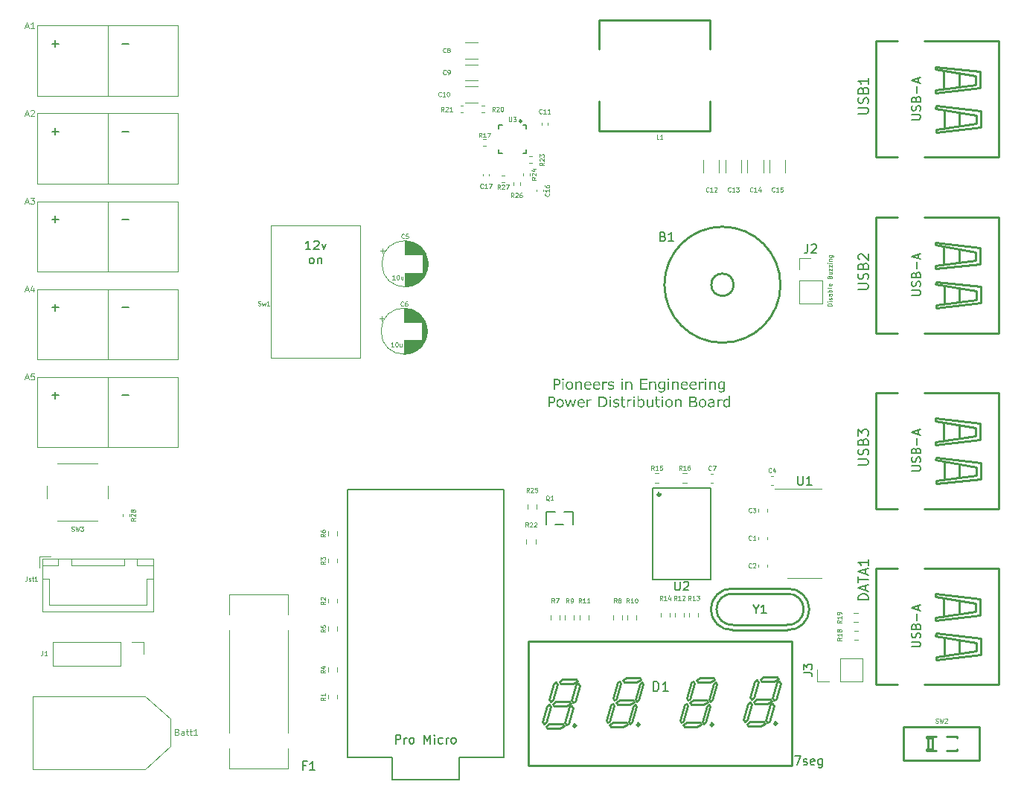
<source format=gbr>
%TF.GenerationSoftware,KiCad,Pcbnew,7.0.7*%
%TF.CreationDate,2024-03-14T02:32:25-07:00*%
%TF.ProjectId,PDB,5044422e-6b69-4636-9164-5f7063625858,rev?*%
%TF.SameCoordinates,Original*%
%TF.FileFunction,Legend,Top*%
%TF.FilePolarity,Positive*%
%FSLAX46Y46*%
G04 Gerber Fmt 4.6, Leading zero omitted, Abs format (unit mm)*
G04 Created by KiCad (PCBNEW 7.0.7) date 2024-03-14 02:32:25*
%MOMM*%
%LPD*%
G01*
G04 APERTURE LIST*
%ADD10C,0.100000*%
%ADD11C,0.150000*%
%ADD12C,0.125000*%
%ADD13C,0.152000*%
%ADD14C,0.120000*%
%ADD15C,0.200000*%
%ADD16C,0.254000*%
%ADD17C,0.300000*%
G04 APERTURE END LIST*
D10*
X150365509Y-51025856D02*
X149865509Y-51025856D01*
X149865509Y-51025856D02*
X149865509Y-50906808D01*
X149865509Y-50906808D02*
X149889319Y-50835380D01*
X149889319Y-50835380D02*
X149936938Y-50787761D01*
X149936938Y-50787761D02*
X149984557Y-50763951D01*
X149984557Y-50763951D02*
X150079795Y-50740142D01*
X150079795Y-50740142D02*
X150151223Y-50740142D01*
X150151223Y-50740142D02*
X150246461Y-50763951D01*
X150246461Y-50763951D02*
X150294080Y-50787761D01*
X150294080Y-50787761D02*
X150341700Y-50835380D01*
X150341700Y-50835380D02*
X150365509Y-50906808D01*
X150365509Y-50906808D02*
X150365509Y-51025856D01*
X150365509Y-50525856D02*
X150032176Y-50525856D01*
X149865509Y-50525856D02*
X149889319Y-50549665D01*
X149889319Y-50549665D02*
X149913128Y-50525856D01*
X149913128Y-50525856D02*
X149889319Y-50502046D01*
X149889319Y-50502046D02*
X149865509Y-50525856D01*
X149865509Y-50525856D02*
X149913128Y-50525856D01*
X150341700Y-50311570D02*
X150365509Y-50263951D01*
X150365509Y-50263951D02*
X150365509Y-50168713D01*
X150365509Y-50168713D02*
X150341700Y-50121094D01*
X150341700Y-50121094D02*
X150294080Y-50097285D01*
X150294080Y-50097285D02*
X150270271Y-50097285D01*
X150270271Y-50097285D02*
X150222652Y-50121094D01*
X150222652Y-50121094D02*
X150198842Y-50168713D01*
X150198842Y-50168713D02*
X150198842Y-50240142D01*
X150198842Y-50240142D02*
X150175033Y-50287761D01*
X150175033Y-50287761D02*
X150127414Y-50311570D01*
X150127414Y-50311570D02*
X150103604Y-50311570D01*
X150103604Y-50311570D02*
X150055985Y-50287761D01*
X150055985Y-50287761D02*
X150032176Y-50240142D01*
X150032176Y-50240142D02*
X150032176Y-50168713D01*
X150032176Y-50168713D02*
X150055985Y-50121094D01*
X150365509Y-49668713D02*
X150103604Y-49668713D01*
X150103604Y-49668713D02*
X150055985Y-49692523D01*
X150055985Y-49692523D02*
X150032176Y-49740142D01*
X150032176Y-49740142D02*
X150032176Y-49835380D01*
X150032176Y-49835380D02*
X150055985Y-49882999D01*
X150341700Y-49668713D02*
X150365509Y-49716332D01*
X150365509Y-49716332D02*
X150365509Y-49835380D01*
X150365509Y-49835380D02*
X150341700Y-49882999D01*
X150341700Y-49882999D02*
X150294080Y-49906808D01*
X150294080Y-49906808D02*
X150246461Y-49906808D01*
X150246461Y-49906808D02*
X150198842Y-49882999D01*
X150198842Y-49882999D02*
X150175033Y-49835380D01*
X150175033Y-49835380D02*
X150175033Y-49716332D01*
X150175033Y-49716332D02*
X150151223Y-49668713D01*
X150365509Y-49430618D02*
X149865509Y-49430618D01*
X150055985Y-49430618D02*
X150032176Y-49382999D01*
X150032176Y-49382999D02*
X150032176Y-49287761D01*
X150032176Y-49287761D02*
X150055985Y-49240142D01*
X150055985Y-49240142D02*
X150079795Y-49216332D01*
X150079795Y-49216332D02*
X150127414Y-49192523D01*
X150127414Y-49192523D02*
X150270271Y-49192523D01*
X150270271Y-49192523D02*
X150317890Y-49216332D01*
X150317890Y-49216332D02*
X150341700Y-49240142D01*
X150341700Y-49240142D02*
X150365509Y-49287761D01*
X150365509Y-49287761D02*
X150365509Y-49382999D01*
X150365509Y-49382999D02*
X150341700Y-49430618D01*
X150365509Y-48906808D02*
X150341700Y-48954427D01*
X150341700Y-48954427D02*
X150294080Y-48978237D01*
X150294080Y-48978237D02*
X149865509Y-48978237D01*
X150341700Y-48525856D02*
X150365509Y-48573475D01*
X150365509Y-48573475D02*
X150365509Y-48668713D01*
X150365509Y-48668713D02*
X150341700Y-48716332D01*
X150341700Y-48716332D02*
X150294080Y-48740141D01*
X150294080Y-48740141D02*
X150103604Y-48740141D01*
X150103604Y-48740141D02*
X150055985Y-48716332D01*
X150055985Y-48716332D02*
X150032176Y-48668713D01*
X150032176Y-48668713D02*
X150032176Y-48573475D01*
X150032176Y-48573475D02*
X150055985Y-48525856D01*
X150055985Y-48525856D02*
X150103604Y-48502046D01*
X150103604Y-48502046D02*
X150151223Y-48502046D01*
X150151223Y-48502046D02*
X150198842Y-48740141D01*
X150103604Y-47740142D02*
X150127414Y-47668714D01*
X150127414Y-47668714D02*
X150151223Y-47644904D01*
X150151223Y-47644904D02*
X150198842Y-47621095D01*
X150198842Y-47621095D02*
X150270271Y-47621095D01*
X150270271Y-47621095D02*
X150317890Y-47644904D01*
X150317890Y-47644904D02*
X150341700Y-47668714D01*
X150341700Y-47668714D02*
X150365509Y-47716333D01*
X150365509Y-47716333D02*
X150365509Y-47906809D01*
X150365509Y-47906809D02*
X149865509Y-47906809D01*
X149865509Y-47906809D02*
X149865509Y-47740142D01*
X149865509Y-47740142D02*
X149889319Y-47692523D01*
X149889319Y-47692523D02*
X149913128Y-47668714D01*
X149913128Y-47668714D02*
X149960747Y-47644904D01*
X149960747Y-47644904D02*
X150008366Y-47644904D01*
X150008366Y-47644904D02*
X150055985Y-47668714D01*
X150055985Y-47668714D02*
X150079795Y-47692523D01*
X150079795Y-47692523D02*
X150103604Y-47740142D01*
X150103604Y-47740142D02*
X150103604Y-47906809D01*
X150032176Y-47192523D02*
X150365509Y-47192523D01*
X150032176Y-47406809D02*
X150294080Y-47406809D01*
X150294080Y-47406809D02*
X150341700Y-47382999D01*
X150341700Y-47382999D02*
X150365509Y-47335380D01*
X150365509Y-47335380D02*
X150365509Y-47263952D01*
X150365509Y-47263952D02*
X150341700Y-47216333D01*
X150341700Y-47216333D02*
X150317890Y-47192523D01*
X150032176Y-47002047D02*
X150032176Y-46740142D01*
X150032176Y-46740142D02*
X150365509Y-47002047D01*
X150365509Y-47002047D02*
X150365509Y-46740142D01*
X150032176Y-46597285D02*
X150032176Y-46335380D01*
X150032176Y-46335380D02*
X150365509Y-46597285D01*
X150365509Y-46597285D02*
X150365509Y-46335380D01*
X150365509Y-46144904D02*
X150032176Y-46144904D01*
X149865509Y-46144904D02*
X149889319Y-46168713D01*
X149889319Y-46168713D02*
X149913128Y-46144904D01*
X149913128Y-46144904D02*
X149889319Y-46121094D01*
X149889319Y-46121094D02*
X149865509Y-46144904D01*
X149865509Y-46144904D02*
X149913128Y-46144904D01*
X150032176Y-45906809D02*
X150365509Y-45906809D01*
X150079795Y-45906809D02*
X150055985Y-45882999D01*
X150055985Y-45882999D02*
X150032176Y-45835380D01*
X150032176Y-45835380D02*
X150032176Y-45763952D01*
X150032176Y-45763952D02*
X150055985Y-45716333D01*
X150055985Y-45716333D02*
X150103604Y-45692523D01*
X150103604Y-45692523D02*
X150365509Y-45692523D01*
X150032176Y-45240142D02*
X150436938Y-45240142D01*
X150436938Y-45240142D02*
X150484557Y-45263952D01*
X150484557Y-45263952D02*
X150508366Y-45287761D01*
X150508366Y-45287761D02*
X150532176Y-45335380D01*
X150532176Y-45335380D02*
X150532176Y-45406809D01*
X150532176Y-45406809D02*
X150508366Y-45454428D01*
X150341700Y-45240142D02*
X150365509Y-45287761D01*
X150365509Y-45287761D02*
X150365509Y-45382999D01*
X150365509Y-45382999D02*
X150341700Y-45430618D01*
X150341700Y-45430618D02*
X150317890Y-45454428D01*
X150317890Y-45454428D02*
X150270271Y-45478237D01*
X150270271Y-45478237D02*
X150127414Y-45478237D01*
X150127414Y-45478237D02*
X150079795Y-45454428D01*
X150079795Y-45454428D02*
X150055985Y-45430618D01*
X150055985Y-45430618D02*
X150032176Y-45382999D01*
X150032176Y-45382999D02*
X150032176Y-45287761D01*
X150032176Y-45287761D02*
X150055985Y-45240142D01*
X100668972Y-48003509D02*
X100383258Y-48003509D01*
X100526115Y-48003509D02*
X100526115Y-47503509D01*
X100526115Y-47503509D02*
X100478496Y-47574938D01*
X100478496Y-47574938D02*
X100430877Y-47622557D01*
X100430877Y-47622557D02*
X100383258Y-47646366D01*
X100978495Y-47503509D02*
X101026114Y-47503509D01*
X101026114Y-47503509D02*
X101073733Y-47527319D01*
X101073733Y-47527319D02*
X101097543Y-47551128D01*
X101097543Y-47551128D02*
X101121352Y-47598747D01*
X101121352Y-47598747D02*
X101145162Y-47693985D01*
X101145162Y-47693985D02*
X101145162Y-47813033D01*
X101145162Y-47813033D02*
X101121352Y-47908271D01*
X101121352Y-47908271D02*
X101097543Y-47955890D01*
X101097543Y-47955890D02*
X101073733Y-47979700D01*
X101073733Y-47979700D02*
X101026114Y-48003509D01*
X101026114Y-48003509D02*
X100978495Y-48003509D01*
X100978495Y-48003509D02*
X100930876Y-47979700D01*
X100930876Y-47979700D02*
X100907067Y-47955890D01*
X100907067Y-47955890D02*
X100883257Y-47908271D01*
X100883257Y-47908271D02*
X100859448Y-47813033D01*
X100859448Y-47813033D02*
X100859448Y-47693985D01*
X100859448Y-47693985D02*
X100883257Y-47598747D01*
X100883257Y-47598747D02*
X100907067Y-47551128D01*
X100907067Y-47551128D02*
X100930876Y-47527319D01*
X100930876Y-47527319D02*
X100978495Y-47503509D01*
X101573733Y-47670176D02*
X101573733Y-48003509D01*
X101359447Y-47670176D02*
X101359447Y-47932080D01*
X101359447Y-47932080D02*
X101383257Y-47979700D01*
X101383257Y-47979700D02*
X101430876Y-48003509D01*
X101430876Y-48003509D02*
X101502304Y-48003509D01*
X101502304Y-48003509D02*
X101549923Y-47979700D01*
X101549923Y-47979700D02*
X101573733Y-47955890D01*
X100516572Y-55648909D02*
X100230858Y-55648909D01*
X100373715Y-55648909D02*
X100373715Y-55148909D01*
X100373715Y-55148909D02*
X100326096Y-55220338D01*
X100326096Y-55220338D02*
X100278477Y-55267957D01*
X100278477Y-55267957D02*
X100230858Y-55291766D01*
X100826095Y-55148909D02*
X100873714Y-55148909D01*
X100873714Y-55148909D02*
X100921333Y-55172719D01*
X100921333Y-55172719D02*
X100945143Y-55196528D01*
X100945143Y-55196528D02*
X100968952Y-55244147D01*
X100968952Y-55244147D02*
X100992762Y-55339385D01*
X100992762Y-55339385D02*
X100992762Y-55458433D01*
X100992762Y-55458433D02*
X100968952Y-55553671D01*
X100968952Y-55553671D02*
X100945143Y-55601290D01*
X100945143Y-55601290D02*
X100921333Y-55625100D01*
X100921333Y-55625100D02*
X100873714Y-55648909D01*
X100873714Y-55648909D02*
X100826095Y-55648909D01*
X100826095Y-55648909D02*
X100778476Y-55625100D01*
X100778476Y-55625100D02*
X100754667Y-55601290D01*
X100754667Y-55601290D02*
X100730857Y-55553671D01*
X100730857Y-55553671D02*
X100707048Y-55458433D01*
X100707048Y-55458433D02*
X100707048Y-55339385D01*
X100707048Y-55339385D02*
X100730857Y-55244147D01*
X100730857Y-55244147D02*
X100754667Y-55196528D01*
X100754667Y-55196528D02*
X100778476Y-55172719D01*
X100778476Y-55172719D02*
X100826095Y-55148909D01*
X101421333Y-55315576D02*
X101421333Y-55648909D01*
X101207047Y-55315576D02*
X101207047Y-55577480D01*
X101207047Y-55577480D02*
X101230857Y-55625100D01*
X101230857Y-55625100D02*
X101278476Y-55648909D01*
X101278476Y-55648909D02*
X101349904Y-55648909D01*
X101349904Y-55648909D02*
X101397523Y-55625100D01*
X101397523Y-55625100D02*
X101421333Y-55601290D01*
D11*
G36*
X119048704Y-59320811D02*
G01*
X119062117Y-59321028D01*
X119075265Y-59321388D01*
X119088148Y-59321893D01*
X119100764Y-59322542D01*
X119113115Y-59323336D01*
X119125201Y-59324273D01*
X119137021Y-59325355D01*
X119154252Y-59327249D01*
X119170886Y-59329467D01*
X119186923Y-59332009D01*
X119202362Y-59334876D01*
X119217203Y-59338068D01*
X119222017Y-59339204D01*
X119236261Y-59342852D01*
X119250195Y-59346870D01*
X119263820Y-59351260D01*
X119277137Y-59356020D01*
X119290144Y-59361151D01*
X119302842Y-59366654D01*
X119315231Y-59372527D01*
X119327310Y-59378771D01*
X119339081Y-59385386D01*
X119350542Y-59392373D01*
X119358012Y-59397236D01*
X119370868Y-59406232D01*
X119383167Y-59415636D01*
X119394910Y-59425446D01*
X119406097Y-59435663D01*
X119416727Y-59446287D01*
X119426801Y-59457319D01*
X119436318Y-59468757D01*
X119445280Y-59480602D01*
X119453684Y-59492855D01*
X119461532Y-59505514D01*
X119466455Y-59514180D01*
X119473317Y-59527638D01*
X119479504Y-59541746D01*
X119485015Y-59556503D01*
X119489852Y-59571909D01*
X119494014Y-59587965D01*
X119497501Y-59604669D01*
X119500313Y-59622023D01*
X119501813Y-59633953D01*
X119503013Y-59646171D01*
X119503913Y-59658678D01*
X119504513Y-59671473D01*
X119504813Y-59684557D01*
X119504850Y-59691207D01*
X119504600Y-59706381D01*
X119503851Y-59721349D01*
X119502602Y-59736112D01*
X119500852Y-59750668D01*
X119498604Y-59765018D01*
X119495855Y-59779162D01*
X119492607Y-59793100D01*
X119488859Y-59806831D01*
X119484611Y-59820357D01*
X119479863Y-59833677D01*
X119476420Y-59842442D01*
X119470889Y-59855304D01*
X119464956Y-59867841D01*
X119458620Y-59880054D01*
X119451883Y-59891942D01*
X119444744Y-59903506D01*
X119437203Y-59914745D01*
X119429261Y-59925660D01*
X119420916Y-59936250D01*
X119412170Y-59946515D01*
X119403022Y-59956456D01*
X119396700Y-59962903D01*
X119384623Y-59974547D01*
X119372135Y-59985630D01*
X119359234Y-59996151D01*
X119345922Y-60006111D01*
X119332197Y-60015509D01*
X119318060Y-60024345D01*
X119303510Y-60032620D01*
X119288549Y-60040334D01*
X119273175Y-60047485D01*
X119257390Y-60054076D01*
X119246637Y-60058157D01*
X119230026Y-60063814D01*
X119218508Y-60067276D01*
X119206636Y-60070491D01*
X119194408Y-60073459D01*
X119181826Y-60076179D01*
X119168889Y-60078652D01*
X119155597Y-60080878D01*
X119141950Y-60082856D01*
X119127948Y-60084587D01*
X119113591Y-60086071D01*
X119098879Y-60087307D01*
X119083812Y-60088296D01*
X119068391Y-60089038D01*
X119052614Y-60089533D01*
X119036483Y-60089780D01*
X119028284Y-60089811D01*
X118865032Y-60089811D01*
X118865032Y-60540000D01*
X118702073Y-60540000D01*
X118702073Y-59470802D01*
X118865032Y-59470802D01*
X118865032Y-59939748D01*
X119002785Y-59939748D01*
X119015022Y-59939682D01*
X119026969Y-59939483D01*
X119044344Y-59938935D01*
X119061065Y-59938088D01*
X119077132Y-59936943D01*
X119092544Y-59935498D01*
X119107302Y-59933755D01*
X119121405Y-59931713D01*
X119134855Y-59929373D01*
X119147650Y-59926733D01*
X119159790Y-59923795D01*
X119163692Y-59922749D01*
X119175084Y-59919386D01*
X119189640Y-59914358D01*
X119203473Y-59908707D01*
X119216581Y-59902433D01*
X119228967Y-59895536D01*
X119240629Y-59888016D01*
X119251567Y-59879874D01*
X119261782Y-59871109D01*
X119264222Y-59868820D01*
X119273542Y-59859308D01*
X119282156Y-59849678D01*
X119290065Y-59839928D01*
X119297268Y-59830059D01*
X119303767Y-59820071D01*
X119310898Y-59807418D01*
X119316927Y-59794580D01*
X119319030Y-59789392D01*
X119323674Y-59776044D01*
X119327531Y-59762196D01*
X119330601Y-59747846D01*
X119332490Y-59736005D01*
X119333875Y-59723844D01*
X119334757Y-59711363D01*
X119335135Y-59698561D01*
X119335150Y-59695310D01*
X119334802Y-59680390D01*
X119333758Y-59665964D01*
X119332018Y-59652033D01*
X119329582Y-59638597D01*
X119326449Y-59625655D01*
X119322621Y-59613208D01*
X119318096Y-59601255D01*
X119312875Y-59589797D01*
X119306945Y-59578843D01*
X119300291Y-59568401D01*
X119292913Y-59558473D01*
X119284812Y-59549057D01*
X119275987Y-59540155D01*
X119266439Y-59531765D01*
X119256167Y-59523888D01*
X119245171Y-59516524D01*
X119232535Y-59509259D01*
X119222034Y-59503930D01*
X119211185Y-59499032D01*
X119199988Y-59494565D01*
X119188443Y-59490528D01*
X119176550Y-59486922D01*
X119164308Y-59483746D01*
X119154899Y-59481646D01*
X119141806Y-59479105D01*
X119127880Y-59476902D01*
X119113120Y-59475038D01*
X119097527Y-59473513D01*
X119085285Y-59472592D01*
X119072574Y-59471861D01*
X119059394Y-59471321D01*
X119045746Y-59470971D01*
X119031628Y-59470813D01*
X119026818Y-59470802D01*
X118865032Y-59470802D01*
X118702073Y-59470802D01*
X118702073Y-59320739D01*
X119035025Y-59320739D01*
X119048704Y-59320811D01*
G37*
G36*
X119868870Y-59489560D02*
G01*
X119694187Y-59489560D01*
X119694187Y-59320739D01*
X119868870Y-59320739D01*
X119868870Y-59489560D01*
G37*
G36*
X119859198Y-60540000D02*
G01*
X119704153Y-60540000D01*
X119704153Y-59620865D01*
X119859198Y-59620865D01*
X119859198Y-60540000D01*
G37*
G36*
X120535375Y-59602233D02*
G01*
X120547254Y-59602610D01*
X120558980Y-59603238D01*
X120581974Y-59605248D01*
X120604357Y-59608264D01*
X120626128Y-59612285D01*
X120647288Y-59617311D01*
X120667836Y-59623342D01*
X120687773Y-59630379D01*
X120707099Y-59638420D01*
X120725813Y-59647467D01*
X120743916Y-59657519D01*
X120761408Y-59668577D01*
X120778288Y-59680639D01*
X120794557Y-59693707D01*
X120810215Y-59707780D01*
X120825261Y-59722858D01*
X120832554Y-59730774D01*
X120846538Y-59747219D01*
X120859620Y-59764388D01*
X120871799Y-59782280D01*
X120883076Y-59800896D01*
X120893451Y-59820236D01*
X120902924Y-59840299D01*
X120911495Y-59861085D01*
X120919163Y-59882595D01*
X120925929Y-59904829D01*
X120928974Y-59916217D01*
X120931793Y-59927786D01*
X120934387Y-59939536D01*
X120936755Y-59951467D01*
X120938898Y-59963579D01*
X120940815Y-59975872D01*
X120942507Y-59988345D01*
X120943973Y-60001000D01*
X120945213Y-60013835D01*
X120946228Y-60026851D01*
X120947018Y-60040049D01*
X120947581Y-60053427D01*
X120947920Y-60066985D01*
X120948032Y-60080725D01*
X120947920Y-60094483D01*
X120947581Y-60108058D01*
X120947018Y-60121452D01*
X120946228Y-60134663D01*
X120945213Y-60147693D01*
X120943973Y-60160540D01*
X120942507Y-60173205D01*
X120940815Y-60185689D01*
X120938898Y-60197990D01*
X120936755Y-60210109D01*
X120934387Y-60222046D01*
X120931793Y-60233801D01*
X120928974Y-60245375D01*
X120925929Y-60256766D01*
X120919163Y-60279002D01*
X120911495Y-60300509D01*
X120902924Y-60321289D01*
X120893451Y-60341341D01*
X120883076Y-60360664D01*
X120871799Y-60379259D01*
X120859620Y-60397127D01*
X120846538Y-60414266D01*
X120832554Y-60430676D01*
X120817814Y-60446186D01*
X120802462Y-60460695D01*
X120786499Y-60474204D01*
X120769925Y-60486712D01*
X120752739Y-60498219D01*
X120734941Y-60508726D01*
X120716533Y-60518232D01*
X120697513Y-60526737D01*
X120677881Y-60534242D01*
X120657638Y-60540746D01*
X120636784Y-60546249D01*
X120615319Y-60550752D01*
X120593242Y-60554255D01*
X120570554Y-60556756D01*
X120547254Y-60558257D01*
X120535375Y-60558632D01*
X120523343Y-60558757D01*
X120511221Y-60558632D01*
X120499256Y-60558257D01*
X120487446Y-60557632D01*
X120464297Y-60555630D01*
X120441772Y-60552628D01*
X120419873Y-60548626D01*
X120398599Y-60543623D01*
X120377949Y-60537619D01*
X120357925Y-60530615D01*
X120338526Y-60522610D01*
X120319752Y-60513604D01*
X120301604Y-60503597D01*
X120284080Y-60492591D01*
X120267181Y-60480583D01*
X120250908Y-60467575D01*
X120235260Y-60453566D01*
X120220236Y-60438556D01*
X120212959Y-60430676D01*
X120199047Y-60414266D01*
X120186031Y-60397127D01*
X120173914Y-60379259D01*
X120162694Y-60360664D01*
X120152372Y-60341341D01*
X120142947Y-60321289D01*
X120134420Y-60300509D01*
X120126790Y-60279002D01*
X120120058Y-60256766D01*
X120117029Y-60245375D01*
X120114224Y-60233801D01*
X120111643Y-60222046D01*
X120109287Y-60210109D01*
X120107156Y-60197990D01*
X120105248Y-60185689D01*
X120103565Y-60173205D01*
X120102107Y-60160540D01*
X120100872Y-60147693D01*
X120099863Y-60134663D01*
X120099077Y-60121452D01*
X120098516Y-60108058D01*
X120098180Y-60094483D01*
X120098067Y-60080725D01*
X120258095Y-60080725D01*
X120258369Y-60101726D01*
X120259190Y-60122083D01*
X120260558Y-60141797D01*
X120262473Y-60160867D01*
X120264936Y-60179294D01*
X120267946Y-60197078D01*
X120271503Y-60214218D01*
X120275608Y-60230715D01*
X120280259Y-60246568D01*
X120285458Y-60261778D01*
X120291204Y-60276344D01*
X120297498Y-60290267D01*
X120304338Y-60303547D01*
X120311726Y-60316183D01*
X120319662Y-60328176D01*
X120328144Y-60339525D01*
X120337115Y-60350172D01*
X120346517Y-60360133D01*
X120356350Y-60369407D01*
X120366612Y-60377993D01*
X120377306Y-60385893D01*
X120388429Y-60393106D01*
X120399984Y-60399632D01*
X120411968Y-60405471D01*
X120424383Y-60410623D01*
X120437229Y-60415088D01*
X120450505Y-60418866D01*
X120464212Y-60421957D01*
X120478349Y-60424361D01*
X120492916Y-60426079D01*
X120507915Y-60427109D01*
X120523343Y-60427452D01*
X120538595Y-60427112D01*
X120553431Y-60426092D01*
X120567849Y-60424392D01*
X120581851Y-60422012D01*
X120595437Y-60418952D01*
X120608605Y-60415211D01*
X120621357Y-60410791D01*
X120633692Y-60405690D01*
X120645610Y-60399910D01*
X120657112Y-60393449D01*
X120668197Y-60386309D01*
X120678865Y-60378488D01*
X120689116Y-60369987D01*
X120698951Y-60360806D01*
X120708368Y-60350945D01*
X120717370Y-60340404D01*
X120725923Y-60329155D01*
X120733925Y-60317241D01*
X120741374Y-60304663D01*
X120748272Y-60291421D01*
X120754618Y-60277516D01*
X120760413Y-60262946D01*
X120765655Y-60247712D01*
X120770346Y-60231814D01*
X120774485Y-60215252D01*
X120778072Y-60198026D01*
X120781107Y-60180136D01*
X120783590Y-60161582D01*
X120785521Y-60142364D01*
X120786901Y-60122482D01*
X120787729Y-60101935D01*
X120788005Y-60080725D01*
X120787731Y-60059061D01*
X120786910Y-60038103D01*
X120785542Y-60017854D01*
X120783627Y-59998312D01*
X120781164Y-59979477D01*
X120778154Y-59961350D01*
X120774597Y-59943931D01*
X120770492Y-59927219D01*
X120765841Y-59911214D01*
X120760642Y-59895917D01*
X120754896Y-59881328D01*
X120748602Y-59867446D01*
X120741761Y-59854272D01*
X120734373Y-59841805D01*
X120726438Y-59830046D01*
X120717956Y-59818995D01*
X120708987Y-59808631D01*
X120699592Y-59798936D01*
X120689771Y-59789910D01*
X120679524Y-59781552D01*
X120668851Y-59773863D01*
X120657753Y-59766843D01*
X120646228Y-59760491D01*
X120634278Y-59754808D01*
X120621902Y-59749793D01*
X120609100Y-59745447D01*
X120595872Y-59741770D01*
X120582218Y-59738761D01*
X120568138Y-59736421D01*
X120553632Y-59734749D01*
X120538701Y-59733746D01*
X120523343Y-59733412D01*
X120507809Y-59733746D01*
X120492715Y-59734749D01*
X120478060Y-59736421D01*
X120463845Y-59738761D01*
X120450070Y-59741770D01*
X120436735Y-59745447D01*
X120423838Y-59749793D01*
X120411382Y-59754808D01*
X120399365Y-59760491D01*
X120387788Y-59766843D01*
X120376651Y-59773863D01*
X120365953Y-59781552D01*
X120355695Y-59789910D01*
X120345876Y-59798936D01*
X120336497Y-59808631D01*
X120327558Y-59818995D01*
X120319146Y-59830046D01*
X120311278Y-59841805D01*
X120303952Y-59854272D01*
X120297168Y-59867446D01*
X120290927Y-59881328D01*
X120285229Y-59895917D01*
X120280074Y-59911214D01*
X120275461Y-59927219D01*
X120271391Y-59943931D01*
X120267863Y-59961350D01*
X120264879Y-59979477D01*
X120262437Y-59998312D01*
X120260537Y-60017854D01*
X120259181Y-60038103D01*
X120258367Y-60059061D01*
X120258095Y-60080725D01*
X120098067Y-60080725D01*
X120098180Y-60066985D01*
X120098516Y-60053427D01*
X120099077Y-60040049D01*
X120099863Y-60026851D01*
X120100872Y-60013835D01*
X120102107Y-60001000D01*
X120103565Y-59988345D01*
X120105248Y-59975872D01*
X120107156Y-59963579D01*
X120109287Y-59951467D01*
X120111643Y-59939536D01*
X120114224Y-59927786D01*
X120117029Y-59916217D01*
X120120058Y-59904829D01*
X120126790Y-59882595D01*
X120134420Y-59861085D01*
X120142947Y-59840299D01*
X120152372Y-59820236D01*
X120162694Y-59800896D01*
X120173914Y-59782280D01*
X120186031Y-59764388D01*
X120199047Y-59747219D01*
X120212959Y-59730774D01*
X120227670Y-59715193D01*
X120243006Y-59700618D01*
X120258967Y-59687047D01*
X120275553Y-59674482D01*
X120292764Y-59662922D01*
X120310600Y-59652368D01*
X120329061Y-59642818D01*
X120348148Y-59634274D01*
X120367859Y-59626735D01*
X120388196Y-59620201D01*
X120409158Y-59614672D01*
X120430744Y-59610149D01*
X120452956Y-59606630D01*
X120475794Y-59604117D01*
X120499256Y-59602610D01*
X120511221Y-59602233D01*
X120523343Y-59602107D01*
X120535375Y-59602233D01*
G37*
G36*
X121951871Y-60540000D02*
G01*
X121796825Y-60540000D01*
X121796825Y-60022986D01*
X121796706Y-60007429D01*
X121796349Y-59992120D01*
X121795754Y-59977058D01*
X121794920Y-59962243D01*
X121793849Y-59947675D01*
X121792539Y-59933355D01*
X121790991Y-59919282D01*
X121789205Y-59905457D01*
X121787181Y-59892126D01*
X121784772Y-59879536D01*
X121781978Y-59867689D01*
X121777945Y-59853923D01*
X121773312Y-59841317D01*
X121768077Y-59829869D01*
X121762240Y-59819581D01*
X121755378Y-59809378D01*
X121747614Y-59800020D01*
X121738949Y-59791507D01*
X121729382Y-59783837D01*
X121718914Y-59777012D01*
X121707543Y-59771032D01*
X121702743Y-59768876D01*
X121690088Y-59764063D01*
X121676302Y-59760066D01*
X121664459Y-59757456D01*
X121651893Y-59755367D01*
X121638603Y-59753801D01*
X121624589Y-59752757D01*
X121609852Y-59752235D01*
X121602213Y-59752170D01*
X121590291Y-59752443D01*
X121578266Y-59753262D01*
X121566138Y-59754627D01*
X121553907Y-59756539D01*
X121541574Y-59758996D01*
X121529137Y-59762000D01*
X121516597Y-59765550D01*
X121503954Y-59769645D01*
X121491208Y-59774287D01*
X121478359Y-59779475D01*
X121469735Y-59783237D01*
X121456815Y-59789157D01*
X121443992Y-59795376D01*
X121431268Y-59801893D01*
X121418641Y-59808709D01*
X121406112Y-59815824D01*
X121393681Y-59823238D01*
X121381348Y-59830950D01*
X121369113Y-59838961D01*
X121356976Y-59847272D01*
X121344937Y-59855881D01*
X121336965Y-59861786D01*
X121336965Y-60540000D01*
X121181919Y-60540000D01*
X121181919Y-59620865D01*
X121336965Y-59620865D01*
X121336965Y-59728722D01*
X121350582Y-59717796D01*
X121364288Y-59707328D01*
X121378080Y-59697318D01*
X121391961Y-59687768D01*
X121405929Y-59678675D01*
X121419984Y-59670041D01*
X121434127Y-59661866D01*
X121448358Y-59654149D01*
X121462676Y-59646891D01*
X121477082Y-59640091D01*
X121486735Y-59635812D01*
X121501334Y-59629789D01*
X121516005Y-59624358D01*
X121530748Y-59619519D01*
X121545563Y-59615273D01*
X121560451Y-59611620D01*
X121575411Y-59608558D01*
X121590443Y-59606090D01*
X121605546Y-59604214D01*
X121620723Y-59602930D01*
X121635971Y-59602239D01*
X121646176Y-59602107D01*
X121664547Y-59602455D01*
X121682364Y-59603499D01*
X121699627Y-59605239D01*
X121716335Y-59607676D01*
X121732489Y-59610808D01*
X121748090Y-59614637D01*
X121763136Y-59619161D01*
X121777628Y-59624382D01*
X121791566Y-59630299D01*
X121804949Y-59636912D01*
X121817779Y-59644221D01*
X121830054Y-59652226D01*
X121841776Y-59660927D01*
X121852943Y-59670324D01*
X121863556Y-59680417D01*
X121873615Y-59691207D01*
X121883091Y-59702650D01*
X121891956Y-59714704D01*
X121900210Y-59727370D01*
X121907852Y-59740648D01*
X121914883Y-59754536D01*
X121921302Y-59769036D01*
X121927110Y-59784148D01*
X121932307Y-59799870D01*
X121936892Y-59816205D01*
X121940866Y-59833150D01*
X121944228Y-59850707D01*
X121946980Y-59868875D01*
X121949119Y-59887655D01*
X121950648Y-59907046D01*
X121951565Y-59927048D01*
X121951871Y-59947662D01*
X121951871Y-60540000D01*
G37*
G36*
X122649533Y-59602520D02*
G01*
X122671831Y-59603760D01*
X122693461Y-59605827D01*
X122714421Y-59608720D01*
X122734713Y-59612440D01*
X122754337Y-59616986D01*
X122773291Y-59622359D01*
X122791578Y-59628558D01*
X122809195Y-59635585D01*
X122826144Y-59643437D01*
X122842424Y-59652117D01*
X122858036Y-59661623D01*
X122872979Y-59671955D01*
X122887254Y-59683115D01*
X122900859Y-59695101D01*
X122913797Y-59707913D01*
X122926041Y-59721450D01*
X122937496Y-59735683D01*
X122948160Y-59750613D01*
X122958035Y-59766238D01*
X122967120Y-59782560D01*
X122975415Y-59799577D01*
X122982919Y-59817291D01*
X122989634Y-59835701D01*
X122995559Y-59854807D01*
X123000694Y-59874609D01*
X123005039Y-59895107D01*
X123008593Y-59916301D01*
X123011358Y-59938191D01*
X123013333Y-59960778D01*
X123014518Y-59984060D01*
X123014814Y-59995962D01*
X123014913Y-60008039D01*
X123014913Y-60089811D01*
X122336407Y-60089811D01*
X122336631Y-60105882D01*
X122337303Y-60121561D01*
X122338424Y-60136849D01*
X122339992Y-60151745D01*
X122342009Y-60166250D01*
X122344475Y-60180363D01*
X122347388Y-60194084D01*
X122350750Y-60207414D01*
X122354560Y-60220352D01*
X122358818Y-60232899D01*
X122361905Y-60241046D01*
X122366854Y-60252880D01*
X122372137Y-60264313D01*
X122377756Y-60275343D01*
X122383709Y-60285972D01*
X122389997Y-60296198D01*
X122396620Y-60306023D01*
X122405971Y-60318498D01*
X122415918Y-60330258D01*
X122426460Y-60341304D01*
X122431954Y-60346559D01*
X122442973Y-60356355D01*
X122454486Y-60365519D01*
X122466493Y-60374050D01*
X122478996Y-60381950D01*
X122491992Y-60389218D01*
X122505484Y-60395853D01*
X122519470Y-60401857D01*
X122533950Y-60407229D01*
X122548866Y-60411969D01*
X122560299Y-60415109D01*
X122571943Y-60417894D01*
X122583799Y-60420323D01*
X122595866Y-60422397D01*
X122608144Y-60424115D01*
X122620633Y-60425477D01*
X122633334Y-60426485D01*
X122646245Y-60427136D01*
X122659368Y-60427433D01*
X122663790Y-60427452D01*
X122675519Y-60427305D01*
X122687260Y-60426862D01*
X122699012Y-60426123D01*
X122710776Y-60425089D01*
X122722551Y-60423760D01*
X122734338Y-60422136D01*
X122746136Y-60420216D01*
X122757945Y-60418000D01*
X122769766Y-60415489D01*
X122781599Y-60412683D01*
X122793443Y-60409582D01*
X122805298Y-60406185D01*
X122817165Y-60402493D01*
X122829043Y-60398505D01*
X122840932Y-60394222D01*
X122852834Y-60389644D01*
X122864526Y-60384887D01*
X122875791Y-60380141D01*
X122886627Y-60375407D01*
X122902079Y-60368327D01*
X122916567Y-60361273D01*
X122930092Y-60354245D01*
X122942654Y-60347243D01*
X122954252Y-60340266D01*
X122964886Y-60333315D01*
X122974557Y-60326390D01*
X122985953Y-60317196D01*
X122988535Y-60314905D01*
X122996741Y-60314905D01*
X122996741Y-60481967D01*
X122982038Y-60488027D01*
X122967272Y-60493896D01*
X122952445Y-60499574D01*
X122937555Y-60505062D01*
X122922604Y-60510359D01*
X122907591Y-60515466D01*
X122892517Y-60520382D01*
X122877380Y-60525107D01*
X122862182Y-60529641D01*
X122846921Y-60533985D01*
X122836714Y-60536775D01*
X122821361Y-60540704D01*
X122805860Y-60544246D01*
X122790209Y-60547401D01*
X122774409Y-60550171D01*
X122758459Y-60552553D01*
X122742360Y-60554550D01*
X122726111Y-60556160D01*
X122709713Y-60557383D01*
X122693166Y-60558221D01*
X122676469Y-60558671D01*
X122665255Y-60558757D01*
X122651046Y-60558638D01*
X122637034Y-60558279D01*
X122623217Y-60557681D01*
X122609595Y-60556843D01*
X122596170Y-60555766D01*
X122582940Y-60554450D01*
X122569906Y-60552895D01*
X122557068Y-60551100D01*
X122544425Y-60549066D01*
X122531979Y-60546793D01*
X122519728Y-60544281D01*
X122507673Y-60541529D01*
X122495813Y-60538538D01*
X122484150Y-60535308D01*
X122472682Y-60531838D01*
X122461410Y-60528129D01*
X122450334Y-60524181D01*
X122428769Y-60515567D01*
X122407987Y-60505996D01*
X122387988Y-60495467D01*
X122368772Y-60483982D01*
X122350339Y-60471539D01*
X122332690Y-60458139D01*
X122315823Y-60443783D01*
X122307684Y-60436245D01*
X122292103Y-60420493D01*
X122277527Y-60403936D01*
X122263957Y-60386576D01*
X122251392Y-60368413D01*
X122239832Y-60349445D01*
X122229277Y-60329674D01*
X122219728Y-60309100D01*
X122211183Y-60287721D01*
X122203644Y-60265539D01*
X122200252Y-60254146D01*
X122197110Y-60242553D01*
X122194220Y-60230759D01*
X122191582Y-60218763D01*
X122189194Y-60206567D01*
X122187058Y-60194170D01*
X122185173Y-60181572D01*
X122183540Y-60168773D01*
X122182158Y-60155773D01*
X122181027Y-60142572D01*
X122180147Y-60129170D01*
X122179519Y-60115568D01*
X122179142Y-60101764D01*
X122179016Y-60087759D01*
X122179137Y-60073891D01*
X122179497Y-60060203D01*
X122180098Y-60046695D01*
X122180940Y-60033368D01*
X122182022Y-60020221D01*
X122183344Y-60007254D01*
X122184907Y-59994468D01*
X122186710Y-59981862D01*
X122187466Y-59977264D01*
X122336407Y-59977264D01*
X122863971Y-59977264D01*
X122863628Y-59962925D01*
X122862817Y-59948999D01*
X122861539Y-59935485D01*
X122859795Y-59922383D01*
X122857583Y-59909693D01*
X122854904Y-59897415D01*
X122851757Y-59885549D01*
X122848144Y-59874096D01*
X122844064Y-59863054D01*
X122837067Y-59847265D01*
X122829020Y-59832404D01*
X122819922Y-59818469D01*
X122809772Y-59805462D01*
X122802422Y-59797306D01*
X122790545Y-59785887D01*
X122777555Y-59775592D01*
X122763452Y-59766420D01*
X122748237Y-59758370D01*
X122737475Y-59753628D01*
X122726218Y-59749385D01*
X122714467Y-59745642D01*
X122702221Y-59742397D01*
X122689481Y-59739652D01*
X122676246Y-59737405D01*
X122662517Y-59735658D01*
X122648292Y-59734410D01*
X122633574Y-59733662D01*
X122618360Y-59733412D01*
X122602988Y-59733686D01*
X122588012Y-59734506D01*
X122573432Y-59735875D01*
X122559248Y-59737790D01*
X122545460Y-59740253D01*
X122532068Y-59743263D01*
X122519072Y-59746820D01*
X122506473Y-59750924D01*
X122494269Y-59755576D01*
X122482462Y-59760775D01*
X122471051Y-59766521D01*
X122460036Y-59772814D01*
X122449417Y-59779655D01*
X122439195Y-59787043D01*
X122429368Y-59794978D01*
X122419938Y-59803461D01*
X122410990Y-59812349D01*
X122402540Y-59821500D01*
X122394586Y-59830914D01*
X122387130Y-59840592D01*
X122380170Y-59850533D01*
X122373707Y-59860737D01*
X122367741Y-59871205D01*
X122362272Y-59881936D01*
X122357300Y-59892930D01*
X122352824Y-59904188D01*
X122348846Y-59915709D01*
X122345364Y-59927493D01*
X122342379Y-59939541D01*
X122339892Y-59951852D01*
X122337901Y-59964426D01*
X122336407Y-59977264D01*
X122187466Y-59977264D01*
X122188754Y-59969436D01*
X122191038Y-59957191D01*
X122193562Y-59945126D01*
X122196327Y-59933241D01*
X122199332Y-59921536D01*
X122202578Y-59910012D01*
X122206064Y-59898668D01*
X122209791Y-59887505D01*
X122217966Y-59865719D01*
X122227102Y-59844654D01*
X122237200Y-59824310D01*
X122248259Y-59804688D01*
X122260281Y-59785787D01*
X122273264Y-59767607D01*
X122287208Y-59750149D01*
X122302115Y-59733412D01*
X122317842Y-59717512D01*
X122334176Y-59702637D01*
X122351117Y-59688789D01*
X122368665Y-59675966D01*
X122386819Y-59664169D01*
X122405581Y-59653398D01*
X122424949Y-59643653D01*
X122444924Y-59634933D01*
X122465505Y-59627240D01*
X122486694Y-59620572D01*
X122508489Y-59614930D01*
X122530891Y-59610314D01*
X122553900Y-59606723D01*
X122565632Y-59605313D01*
X122577515Y-59604159D01*
X122589551Y-59603261D01*
X122601738Y-59602620D01*
X122614077Y-59602235D01*
X122626567Y-59602107D01*
X122649533Y-59602520D01*
G37*
G36*
X123649561Y-59602520D02*
G01*
X123671859Y-59603760D01*
X123693488Y-59605827D01*
X123714449Y-59608720D01*
X123734741Y-59612440D01*
X123754364Y-59616986D01*
X123773319Y-59622359D01*
X123791605Y-59628558D01*
X123809223Y-59635585D01*
X123826172Y-59643437D01*
X123842452Y-59652117D01*
X123858064Y-59661623D01*
X123873007Y-59671955D01*
X123887281Y-59683115D01*
X123900887Y-59695101D01*
X123913825Y-59707913D01*
X123926069Y-59721450D01*
X123937524Y-59735683D01*
X123948188Y-59750613D01*
X123958063Y-59766238D01*
X123967148Y-59782560D01*
X123975442Y-59799577D01*
X123982947Y-59817291D01*
X123989662Y-59835701D01*
X123995587Y-59854807D01*
X124000722Y-59874609D01*
X124005066Y-59895107D01*
X124008621Y-59916301D01*
X124011386Y-59938191D01*
X124013361Y-59960778D01*
X124014546Y-59984060D01*
X124014842Y-59995962D01*
X124014941Y-60008039D01*
X124014941Y-60089811D01*
X123336434Y-60089811D01*
X123336659Y-60105882D01*
X123337331Y-60121561D01*
X123338451Y-60136849D01*
X123340020Y-60151745D01*
X123342037Y-60166250D01*
X123344502Y-60180363D01*
X123347416Y-60194084D01*
X123350778Y-60207414D01*
X123354588Y-60220352D01*
X123358846Y-60232899D01*
X123361933Y-60241046D01*
X123366882Y-60252880D01*
X123372165Y-60264313D01*
X123377784Y-60275343D01*
X123383737Y-60285972D01*
X123390025Y-60296198D01*
X123396648Y-60306023D01*
X123405999Y-60318498D01*
X123415946Y-60330258D01*
X123426488Y-60341304D01*
X123431982Y-60346559D01*
X123443001Y-60356355D01*
X123454514Y-60365519D01*
X123466521Y-60374050D01*
X123479023Y-60381950D01*
X123492020Y-60389218D01*
X123505512Y-60395853D01*
X123519498Y-60401857D01*
X123533978Y-60407229D01*
X123548894Y-60411969D01*
X123560327Y-60415109D01*
X123571971Y-60417894D01*
X123583827Y-60420323D01*
X123595894Y-60422397D01*
X123608172Y-60424115D01*
X123620661Y-60425477D01*
X123633362Y-60426485D01*
X123646273Y-60427136D01*
X123659396Y-60427433D01*
X123663818Y-60427452D01*
X123675547Y-60427305D01*
X123687288Y-60426862D01*
X123699040Y-60426123D01*
X123710804Y-60425089D01*
X123722579Y-60423760D01*
X123734366Y-60422136D01*
X123746164Y-60420216D01*
X123757973Y-60418000D01*
X123769794Y-60415489D01*
X123781627Y-60412683D01*
X123793470Y-60409582D01*
X123805326Y-60406185D01*
X123817193Y-60402493D01*
X123829071Y-60398505D01*
X123840960Y-60394222D01*
X123852862Y-60389644D01*
X123864554Y-60384887D01*
X123875819Y-60380141D01*
X123886655Y-60375407D01*
X123902107Y-60368327D01*
X123916595Y-60361273D01*
X123930120Y-60354245D01*
X123942681Y-60347243D01*
X123954279Y-60340266D01*
X123964914Y-60333315D01*
X123974585Y-60326390D01*
X123985981Y-60317196D01*
X123988563Y-60314905D01*
X123996769Y-60314905D01*
X123996769Y-60481967D01*
X123982066Y-60488027D01*
X123967300Y-60493896D01*
X123952473Y-60499574D01*
X123937583Y-60505062D01*
X123922632Y-60510359D01*
X123907619Y-60515466D01*
X123892544Y-60520382D01*
X123877408Y-60525107D01*
X123862210Y-60529641D01*
X123846949Y-60533985D01*
X123836741Y-60536775D01*
X123821389Y-60540704D01*
X123805888Y-60544246D01*
X123790237Y-60547401D01*
X123774437Y-60550171D01*
X123758487Y-60552553D01*
X123742388Y-60554550D01*
X123726139Y-60556160D01*
X123709741Y-60557383D01*
X123693194Y-60558221D01*
X123676497Y-60558671D01*
X123665283Y-60558757D01*
X123651074Y-60558638D01*
X123637062Y-60558279D01*
X123623244Y-60557681D01*
X123609623Y-60556843D01*
X123596198Y-60555766D01*
X123582968Y-60554450D01*
X123569934Y-60552895D01*
X123557096Y-60551100D01*
X123544453Y-60549066D01*
X123532007Y-60546793D01*
X123519756Y-60544281D01*
X123507701Y-60541529D01*
X123495841Y-60538538D01*
X123484178Y-60535308D01*
X123472710Y-60531838D01*
X123461438Y-60528129D01*
X123450362Y-60524181D01*
X123428797Y-60515567D01*
X123408015Y-60505996D01*
X123388016Y-60495467D01*
X123368800Y-60483982D01*
X123350367Y-60471539D01*
X123332718Y-60458139D01*
X123315851Y-60443783D01*
X123307711Y-60436245D01*
X123292131Y-60420493D01*
X123277555Y-60403936D01*
X123263985Y-60386576D01*
X123251420Y-60368413D01*
X123239860Y-60349445D01*
X123229305Y-60329674D01*
X123219755Y-60309100D01*
X123211211Y-60287721D01*
X123203672Y-60265539D01*
X123200279Y-60254146D01*
X123197138Y-60242553D01*
X123194248Y-60230759D01*
X123191610Y-60218763D01*
X123189222Y-60206567D01*
X123187086Y-60194170D01*
X123185201Y-60181572D01*
X123183568Y-60168773D01*
X123182186Y-60155773D01*
X123181055Y-60142572D01*
X123180175Y-60129170D01*
X123179547Y-60115568D01*
X123179170Y-60101764D01*
X123179044Y-60087759D01*
X123179165Y-60073891D01*
X123179525Y-60060203D01*
X123180126Y-60046695D01*
X123180968Y-60033368D01*
X123182050Y-60020221D01*
X123183372Y-60007254D01*
X123184935Y-59994468D01*
X123186738Y-59981862D01*
X123187494Y-59977264D01*
X123336434Y-59977264D01*
X123863999Y-59977264D01*
X123863656Y-59962925D01*
X123862845Y-59948999D01*
X123861567Y-59935485D01*
X123859822Y-59922383D01*
X123857611Y-59909693D01*
X123854931Y-59897415D01*
X123851785Y-59885549D01*
X123848172Y-59874096D01*
X123844092Y-59863054D01*
X123837095Y-59847265D01*
X123829048Y-59832404D01*
X123819949Y-59818469D01*
X123809800Y-59805462D01*
X123802450Y-59797306D01*
X123790573Y-59785887D01*
X123777583Y-59775592D01*
X123763480Y-59766420D01*
X123748265Y-59758370D01*
X123737503Y-59753628D01*
X123726246Y-59749385D01*
X123714495Y-59745642D01*
X123702249Y-59742397D01*
X123689509Y-59739652D01*
X123676274Y-59737405D01*
X123662544Y-59735658D01*
X123648320Y-59734410D01*
X123633602Y-59733662D01*
X123618388Y-59733412D01*
X123603016Y-59733686D01*
X123588040Y-59734506D01*
X123573460Y-59735875D01*
X123559276Y-59737790D01*
X123545488Y-59740253D01*
X123532096Y-59743263D01*
X123519100Y-59746820D01*
X123506501Y-59750924D01*
X123494297Y-59755576D01*
X123482490Y-59760775D01*
X123471079Y-59766521D01*
X123460064Y-59772814D01*
X123449445Y-59779655D01*
X123439223Y-59787043D01*
X123429396Y-59794978D01*
X123419966Y-59803461D01*
X123411018Y-59812349D01*
X123402568Y-59821500D01*
X123394614Y-59830914D01*
X123387158Y-59840592D01*
X123380198Y-59850533D01*
X123373735Y-59860737D01*
X123367769Y-59871205D01*
X123362300Y-59881936D01*
X123357328Y-59892930D01*
X123352852Y-59904188D01*
X123348874Y-59915709D01*
X123345392Y-59927493D01*
X123342407Y-59939541D01*
X123339919Y-59951852D01*
X123337929Y-59964426D01*
X123336434Y-59977264D01*
X123187494Y-59977264D01*
X123188782Y-59969436D01*
X123191066Y-59957191D01*
X123193590Y-59945126D01*
X123196355Y-59933241D01*
X123199360Y-59921536D01*
X123202606Y-59910012D01*
X123206092Y-59898668D01*
X123209819Y-59887505D01*
X123217993Y-59865719D01*
X123227130Y-59844654D01*
X123237228Y-59824310D01*
X123248287Y-59804688D01*
X123260309Y-59785787D01*
X123273292Y-59767607D01*
X123287236Y-59750149D01*
X123302143Y-59733412D01*
X123317870Y-59717512D01*
X123334204Y-59702637D01*
X123351145Y-59688789D01*
X123368693Y-59675966D01*
X123386847Y-59664169D01*
X123405609Y-59653398D01*
X123424977Y-59643653D01*
X123444952Y-59634933D01*
X123465533Y-59627240D01*
X123486722Y-59620572D01*
X123508517Y-59614930D01*
X123530919Y-59610314D01*
X123553928Y-59606723D01*
X123565660Y-59605313D01*
X123577543Y-59604159D01*
X123589579Y-59603261D01*
X123601766Y-59602620D01*
X123614105Y-59602235D01*
X123626595Y-59602107D01*
X123649561Y-59602520D01*
G37*
G36*
X124818891Y-59789685D02*
G01*
X124810684Y-59789685D01*
X124797777Y-59786144D01*
X124784993Y-59782995D01*
X124772333Y-59780237D01*
X124759796Y-59777870D01*
X124747383Y-59775895D01*
X124743273Y-59775324D01*
X124730661Y-59773830D01*
X124717225Y-59772645D01*
X124705398Y-59771894D01*
X124692999Y-59771357D01*
X124680027Y-59771035D01*
X124666483Y-59770928D01*
X124653063Y-59771208D01*
X124639731Y-59772051D01*
X124626486Y-59773455D01*
X124613328Y-59775420D01*
X124600259Y-59777947D01*
X124587276Y-59781036D01*
X124574382Y-59784686D01*
X124561575Y-59788898D01*
X124548855Y-59793671D01*
X124536224Y-59799006D01*
X124527851Y-59802875D01*
X124515365Y-59808975D01*
X124502967Y-59815404D01*
X124490656Y-59822164D01*
X124478433Y-59829253D01*
X124466298Y-59836672D01*
X124454250Y-59844420D01*
X124442289Y-59852499D01*
X124430416Y-59860907D01*
X124418631Y-59869644D01*
X124406934Y-59878712D01*
X124399184Y-59884940D01*
X124399184Y-60540000D01*
X124244139Y-60540000D01*
X124244139Y-59620865D01*
X124399184Y-59620865D01*
X124399184Y-59756566D01*
X124410639Y-59747467D01*
X124421921Y-59738706D01*
X124433033Y-59730284D01*
X124443972Y-59722201D01*
X124454740Y-59714457D01*
X124465336Y-59707052D01*
X124475760Y-59699986D01*
X124486012Y-59693258D01*
X124496093Y-59686870D01*
X124510892Y-59677923D01*
X124525305Y-59669738D01*
X124539331Y-59662316D01*
X124552971Y-59655656D01*
X124561850Y-59651639D01*
X124575119Y-59646140D01*
X124588441Y-59641181D01*
X124601814Y-59636763D01*
X124615238Y-59632886D01*
X124628714Y-59629550D01*
X124642241Y-59626755D01*
X124655820Y-59624501D01*
X124669451Y-59622788D01*
X124683133Y-59621616D01*
X124696866Y-59620985D01*
X124706051Y-59620865D01*
X124718062Y-59620915D01*
X124731059Y-59621107D01*
X124744268Y-59621514D01*
X124756789Y-59622219D01*
X124764376Y-59622916D01*
X124776035Y-59624372D01*
X124788812Y-59626172D01*
X124801855Y-59628137D01*
X124814419Y-59630112D01*
X124818891Y-59630830D01*
X124818891Y-59789685D01*
G37*
G36*
X125618444Y-60273579D02*
G01*
X125618037Y-60289047D01*
X125616814Y-60304162D01*
X125614776Y-60318924D01*
X125611923Y-60333333D01*
X125608255Y-60347390D01*
X125603771Y-60361095D01*
X125598473Y-60374446D01*
X125592359Y-60387445D01*
X125585430Y-60400092D01*
X125577686Y-60412386D01*
X125569127Y-60424327D01*
X125559753Y-60435915D01*
X125549563Y-60447151D01*
X125538558Y-60458035D01*
X125526739Y-60468565D01*
X125514104Y-60478743D01*
X125500763Y-60488433D01*
X125486828Y-60497497D01*
X125472297Y-60505936D01*
X125457171Y-60513750D01*
X125441449Y-60520938D01*
X125425132Y-60527502D01*
X125408220Y-60533440D01*
X125390712Y-60538754D01*
X125372609Y-60543442D01*
X125353911Y-60547505D01*
X125334617Y-60550943D01*
X125314728Y-60553756D01*
X125294244Y-60555944D01*
X125273164Y-60557507D01*
X125251489Y-60558445D01*
X125229219Y-60558757D01*
X125216499Y-60558666D01*
X125203912Y-60558391D01*
X125191458Y-60557933D01*
X125179137Y-60557292D01*
X125166948Y-60556468D01*
X125154893Y-60555460D01*
X125142970Y-60554269D01*
X125131180Y-60552896D01*
X125119522Y-60551338D01*
X125102286Y-60548659D01*
X125085348Y-60545568D01*
X125068708Y-60542065D01*
X125052368Y-60538149D01*
X125041640Y-60535310D01*
X125025891Y-60530823D01*
X125010625Y-60526263D01*
X124995844Y-60521631D01*
X124981547Y-60516928D01*
X124967735Y-60512152D01*
X124954407Y-60507304D01*
X124941563Y-60502384D01*
X124929203Y-60497391D01*
X124917328Y-60492327D01*
X124905937Y-60487190D01*
X124898612Y-60483726D01*
X124898612Y-60314905D01*
X124906818Y-60314905D01*
X124920754Y-60324392D01*
X124934972Y-60333507D01*
X124949474Y-60342252D01*
X124964260Y-60350626D01*
X124979328Y-60358629D01*
X124994680Y-60366260D01*
X125010316Y-60373521D01*
X125026235Y-60380411D01*
X125042437Y-60386930D01*
X125058922Y-60393078D01*
X125070070Y-60396971D01*
X125081288Y-60400662D01*
X125098003Y-60405752D01*
X125114583Y-60410307D01*
X125131030Y-60414325D01*
X125147343Y-60417808D01*
X125163522Y-60420755D01*
X125179567Y-60423166D01*
X125195478Y-60425041D01*
X125211256Y-60426381D01*
X125226899Y-60427184D01*
X125242408Y-60427452D01*
X125255020Y-60427326D01*
X125267284Y-60426949D01*
X125279200Y-60426319D01*
X125296421Y-60424902D01*
X125312860Y-60422919D01*
X125328515Y-60420368D01*
X125343387Y-60417251D01*
X125357476Y-60413568D01*
X125370782Y-60409317D01*
X125383305Y-60404500D01*
X125395044Y-60399116D01*
X125402436Y-60395212D01*
X125412754Y-60388788D01*
X125424934Y-60379212D01*
X125435309Y-60368482D01*
X125443879Y-60356598D01*
X125450646Y-60343560D01*
X125455608Y-60329368D01*
X125458765Y-60314022D01*
X125459949Y-60301755D01*
X125460175Y-60293217D01*
X125459685Y-60280142D01*
X125458215Y-60267882D01*
X125454999Y-60253704D01*
X125450252Y-60240800D01*
X125443974Y-60229169D01*
X125436164Y-60218813D01*
X125428814Y-60211444D01*
X125417604Y-60202943D01*
X125406606Y-60196431D01*
X125393804Y-60190175D01*
X125379198Y-60184176D01*
X125367059Y-60179845D01*
X125353905Y-60175658D01*
X125339736Y-60171616D01*
X125324552Y-60167717D01*
X125308353Y-60163963D01*
X125295322Y-60161133D01*
X125283361Y-60158649D01*
X125270398Y-60156050D01*
X125256433Y-60153336D01*
X125244540Y-60151083D01*
X125232006Y-60148757D01*
X125222185Y-60146964D01*
X125209069Y-60144450D01*
X125196246Y-60141890D01*
X125183716Y-60139284D01*
X125171480Y-60136632D01*
X125159536Y-60133935D01*
X125147886Y-60131192D01*
X125133735Y-60127699D01*
X125125464Y-60125568D01*
X125110573Y-60121495D01*
X125096233Y-60117188D01*
X125082445Y-60112647D01*
X125069209Y-60107873D01*
X125056525Y-60102865D01*
X125044393Y-60097624D01*
X125032812Y-60092149D01*
X125021783Y-60086441D01*
X125011306Y-60080499D01*
X124996626Y-60071148D01*
X124983187Y-60061271D01*
X124970990Y-60050869D01*
X124960034Y-60039942D01*
X124953420Y-60032365D01*
X124944358Y-60020522D01*
X124936188Y-60008185D01*
X124928909Y-59995353D01*
X124922522Y-59982027D01*
X124917025Y-59968206D01*
X124912420Y-59953890D01*
X124908706Y-59939080D01*
X124905884Y-59923775D01*
X124903953Y-59907975D01*
X124902913Y-59891681D01*
X124902715Y-59880544D01*
X124903081Y-59866576D01*
X124904180Y-59852810D01*
X124906012Y-59839245D01*
X124908577Y-59825882D01*
X124911874Y-59812721D01*
X124915904Y-59799760D01*
X124920667Y-59787002D01*
X124926162Y-59774445D01*
X124932409Y-59762153D01*
X124939425Y-59750191D01*
X124947210Y-59738559D01*
X124955765Y-59727257D01*
X124965088Y-59716284D01*
X124975182Y-59705642D01*
X124986045Y-59695328D01*
X124997677Y-59685345D01*
X125009574Y-59675998D01*
X125022260Y-59667155D01*
X125032291Y-59660853D01*
X125042765Y-59654835D01*
X125053682Y-59649100D01*
X125065042Y-59643648D01*
X125076845Y-59638480D01*
X125089091Y-59633595D01*
X125101781Y-59628993D01*
X125114913Y-59624675D01*
X125128469Y-59620642D01*
X125142318Y-59617005D01*
X125156461Y-59613766D01*
X125170898Y-59610923D01*
X125185629Y-59608476D01*
X125200653Y-59606427D01*
X125215970Y-59604774D01*
X125231582Y-59603517D01*
X125247487Y-59602658D01*
X125263686Y-59602195D01*
X125274648Y-59602107D01*
X125290108Y-59602292D01*
X125305605Y-59602849D01*
X125321137Y-59603776D01*
X125336706Y-59605075D01*
X125352310Y-59606744D01*
X125367951Y-59608784D01*
X125383627Y-59611195D01*
X125399340Y-59613977D01*
X125415089Y-59617130D01*
X125430874Y-59620654D01*
X125441417Y-59623210D01*
X125457046Y-59627191D01*
X125472171Y-59631333D01*
X125486791Y-59635634D01*
X125500905Y-59640094D01*
X125514515Y-59644715D01*
X125527620Y-59649495D01*
X125540220Y-59654435D01*
X125552315Y-59659535D01*
X125563906Y-59664794D01*
X125574991Y-59670213D01*
X125582101Y-59673914D01*
X125582101Y-59845959D01*
X125573894Y-59845959D01*
X125562514Y-59837188D01*
X125550686Y-59828679D01*
X125538410Y-59820433D01*
X125525685Y-59812450D01*
X125512513Y-59804730D01*
X125498892Y-59797273D01*
X125484822Y-59790078D01*
X125470305Y-59783146D01*
X125455339Y-59776477D01*
X125439925Y-59770070D01*
X125429400Y-59765945D01*
X125413544Y-59760131D01*
X125397740Y-59754889D01*
X125381986Y-59750219D01*
X125366285Y-59746120D01*
X125350635Y-59742594D01*
X125335036Y-59739639D01*
X125319489Y-59737256D01*
X125303994Y-59735445D01*
X125288550Y-59734206D01*
X125273157Y-59733539D01*
X125262924Y-59733412D01*
X125247219Y-59733693D01*
X125231978Y-59734535D01*
X125217200Y-59735939D01*
X125202886Y-59737904D01*
X125189036Y-59740432D01*
X125175649Y-59743520D01*
X125162727Y-59747170D01*
X125150267Y-59751382D01*
X125138272Y-59756155D01*
X125126740Y-59761490D01*
X125119310Y-59765359D01*
X125108886Y-59771622D01*
X125096583Y-59780822D01*
X125086103Y-59790994D01*
X125077445Y-59802136D01*
X125070610Y-59814248D01*
X125065598Y-59827332D01*
X125062408Y-59841387D01*
X125061041Y-59856412D01*
X125060984Y-59860321D01*
X125061538Y-59873958D01*
X125063201Y-59886735D01*
X125065971Y-59898651D01*
X125070993Y-59912336D01*
X125077747Y-59924675D01*
X125086232Y-59935668D01*
X125096448Y-59945317D01*
X125108308Y-59953951D01*
X125119310Y-59960497D01*
X125131659Y-59966723D01*
X125145354Y-59972629D01*
X125156509Y-59976847D01*
X125168422Y-59980886D01*
X125181091Y-59984744D01*
X125194518Y-59988421D01*
X125208702Y-59991919D01*
X125222325Y-59994948D01*
X125236449Y-59997992D01*
X125248108Y-60000438D01*
X125260088Y-60002892D01*
X125272389Y-60005356D01*
X125285010Y-60007829D01*
X125297952Y-60010311D01*
X125304543Y-60011556D01*
X125317600Y-60013951D01*
X125330097Y-60016300D01*
X125342036Y-60018604D01*
X125356174Y-60021419D01*
X125369439Y-60024162D01*
X125381831Y-60026834D01*
X125393350Y-60029434D01*
X125406640Y-60032614D01*
X125419545Y-60036070D01*
X125432066Y-60039804D01*
X125444201Y-60043814D01*
X125455953Y-60048102D01*
X125467319Y-60052666D01*
X125478301Y-60057508D01*
X125488898Y-60062627D01*
X125504072Y-60070825D01*
X125518381Y-60079646D01*
X125531824Y-60089090D01*
X125544402Y-60099158D01*
X125556114Y-60109849D01*
X125559826Y-60113551D01*
X125570302Y-60125217D01*
X125579747Y-60137574D01*
X125588162Y-60150620D01*
X125595546Y-60164357D01*
X125601901Y-60178784D01*
X125607224Y-60193902D01*
X125611518Y-60209710D01*
X125614781Y-60226209D01*
X125617013Y-60243397D01*
X125617929Y-60255240D01*
X125618387Y-60267390D01*
X125618444Y-60273579D01*
G37*
G36*
X126591215Y-59489560D02*
G01*
X126416532Y-59489560D01*
X126416532Y-59320739D01*
X126591215Y-59320739D01*
X126591215Y-59489560D01*
G37*
G36*
X126581543Y-60540000D02*
G01*
X126426497Y-60540000D01*
X126426497Y-59620865D01*
X126581543Y-59620865D01*
X126581543Y-60540000D01*
G37*
G36*
X127655430Y-60540000D02*
G01*
X127500384Y-60540000D01*
X127500384Y-60022986D01*
X127500265Y-60007429D01*
X127499908Y-59992120D01*
X127499313Y-59977058D01*
X127498479Y-59962243D01*
X127497407Y-59947675D01*
X127496098Y-59933355D01*
X127494550Y-59919282D01*
X127492764Y-59905457D01*
X127490740Y-59892126D01*
X127488331Y-59879536D01*
X127485537Y-59867689D01*
X127481504Y-59853923D01*
X127476870Y-59841317D01*
X127471635Y-59829869D01*
X127465799Y-59819581D01*
X127458937Y-59809378D01*
X127451173Y-59800020D01*
X127442508Y-59791507D01*
X127432941Y-59783837D01*
X127422473Y-59777012D01*
X127411102Y-59771032D01*
X127406302Y-59768876D01*
X127393647Y-59764063D01*
X127379861Y-59760066D01*
X127368018Y-59757456D01*
X127355452Y-59755367D01*
X127342162Y-59753801D01*
X127328148Y-59752757D01*
X127313411Y-59752235D01*
X127305772Y-59752170D01*
X127293850Y-59752443D01*
X127281825Y-59753262D01*
X127269697Y-59754627D01*
X127257466Y-59756539D01*
X127245132Y-59758996D01*
X127232696Y-59762000D01*
X127220156Y-59765550D01*
X127207513Y-59769645D01*
X127194767Y-59774287D01*
X127181917Y-59779475D01*
X127173294Y-59783237D01*
X127160374Y-59789157D01*
X127147551Y-59795376D01*
X127134827Y-59801893D01*
X127122200Y-59808709D01*
X127109671Y-59815824D01*
X127097240Y-59823238D01*
X127084907Y-59830950D01*
X127072672Y-59838961D01*
X127060535Y-59847272D01*
X127048496Y-59855881D01*
X127040524Y-59861786D01*
X127040524Y-60540000D01*
X126885478Y-60540000D01*
X126885478Y-59620865D01*
X127040524Y-59620865D01*
X127040524Y-59728722D01*
X127054141Y-59717796D01*
X127067847Y-59707328D01*
X127081639Y-59697318D01*
X127095520Y-59687768D01*
X127109488Y-59678675D01*
X127123543Y-59670041D01*
X127137686Y-59661866D01*
X127151917Y-59654149D01*
X127166235Y-59646891D01*
X127180641Y-59640091D01*
X127190293Y-59635812D01*
X127204893Y-59629789D01*
X127219564Y-59624358D01*
X127234307Y-59619519D01*
X127249122Y-59615273D01*
X127264010Y-59611620D01*
X127278970Y-59608558D01*
X127294001Y-59606090D01*
X127309105Y-59604214D01*
X127324281Y-59602930D01*
X127339530Y-59602239D01*
X127349735Y-59602107D01*
X127368106Y-59602455D01*
X127385923Y-59603499D01*
X127403185Y-59605239D01*
X127419894Y-59607676D01*
X127436048Y-59610808D01*
X127451649Y-59614637D01*
X127466695Y-59619161D01*
X127481187Y-59624382D01*
X127495125Y-59630299D01*
X127508508Y-59636912D01*
X127521338Y-59644221D01*
X127533613Y-59652226D01*
X127545335Y-59660927D01*
X127556502Y-59670324D01*
X127567115Y-59680417D01*
X127577174Y-59691207D01*
X127586650Y-59702650D01*
X127595515Y-59714704D01*
X127603769Y-59727370D01*
X127611411Y-59740648D01*
X127618442Y-59754536D01*
X127624861Y-59769036D01*
X127630669Y-59784148D01*
X127635866Y-59799870D01*
X127640451Y-59816205D01*
X127644425Y-59833150D01*
X127647787Y-59850707D01*
X127650539Y-59868875D01*
X127652678Y-59887655D01*
X127654207Y-59907046D01*
X127655124Y-59927048D01*
X127655430Y-59947662D01*
X127655430Y-60540000D01*
G37*
G36*
X129358584Y-60540000D02*
G01*
X128549945Y-60540000D01*
X128549945Y-59320739D01*
X129358584Y-59320739D01*
X129358584Y-59470802D01*
X128712903Y-59470802D01*
X128712903Y-59789685D01*
X129358584Y-59789685D01*
X129358584Y-59939748D01*
X128712903Y-59939748D01*
X128712903Y-60389937D01*
X129358584Y-60389937D01*
X129358584Y-60540000D01*
G37*
G36*
X130369456Y-60540000D02*
G01*
X130214411Y-60540000D01*
X130214411Y-60022986D01*
X130214292Y-60007429D01*
X130213934Y-59992120D01*
X130213339Y-59977058D01*
X130212506Y-59962243D01*
X130211434Y-59947675D01*
X130210124Y-59933355D01*
X130208576Y-59919282D01*
X130206790Y-59905457D01*
X130204766Y-59892126D01*
X130202357Y-59879536D01*
X130199564Y-59867689D01*
X130195531Y-59853923D01*
X130190897Y-59841317D01*
X130185662Y-59829869D01*
X130179826Y-59819581D01*
X130172964Y-59809378D01*
X130165200Y-59800020D01*
X130156535Y-59791507D01*
X130146968Y-59783837D01*
X130136499Y-59777012D01*
X130125129Y-59771032D01*
X130120328Y-59768876D01*
X130107673Y-59764063D01*
X130093887Y-59760066D01*
X130082044Y-59757456D01*
X130069478Y-59755367D01*
X130056188Y-59753801D01*
X130042175Y-59752757D01*
X130027438Y-59752235D01*
X130019798Y-59752170D01*
X130007876Y-59752443D01*
X129995852Y-59753262D01*
X129983724Y-59754627D01*
X129971493Y-59756539D01*
X129959159Y-59758996D01*
X129946722Y-59762000D01*
X129934182Y-59765550D01*
X129921539Y-59769645D01*
X129908793Y-59774287D01*
X129895944Y-59779475D01*
X129887321Y-59783237D01*
X129874400Y-59789157D01*
X129861578Y-59795376D01*
X129848853Y-59801893D01*
X129836227Y-59808709D01*
X129823698Y-59815824D01*
X129811267Y-59823238D01*
X129798934Y-59830950D01*
X129786699Y-59838961D01*
X129774562Y-59847272D01*
X129762522Y-59855881D01*
X129754550Y-59861786D01*
X129754550Y-60540000D01*
X129599505Y-60540000D01*
X129599505Y-59620865D01*
X129754550Y-59620865D01*
X129754550Y-59728722D01*
X129768168Y-59717796D01*
X129781873Y-59707328D01*
X129795666Y-59697318D01*
X129809546Y-59687768D01*
X129823514Y-59678675D01*
X129837570Y-59670041D01*
X129851713Y-59661866D01*
X129865943Y-59654149D01*
X129880262Y-59646891D01*
X129894667Y-59640091D01*
X129904320Y-59635812D01*
X129918919Y-59629789D01*
X129933590Y-59624358D01*
X129948334Y-59619519D01*
X129963149Y-59615273D01*
X129978037Y-59611620D01*
X129992996Y-59608558D01*
X130008028Y-59606090D01*
X130023132Y-59604214D01*
X130038308Y-59602930D01*
X130053556Y-59602239D01*
X130063762Y-59602107D01*
X130082133Y-59602455D01*
X130099949Y-59603499D01*
X130117212Y-59605239D01*
X130133920Y-59607676D01*
X130150075Y-59610808D01*
X130165675Y-59614637D01*
X130180721Y-59619161D01*
X130195213Y-59624382D01*
X130209151Y-59630299D01*
X130222535Y-59636912D01*
X130235364Y-59644221D01*
X130247640Y-59652226D01*
X130259361Y-59660927D01*
X130270529Y-59670324D01*
X130281142Y-59680417D01*
X130291201Y-59691207D01*
X130300677Y-59702650D01*
X130309542Y-59714704D01*
X130317795Y-59727370D01*
X130325437Y-59740648D01*
X130332468Y-59754536D01*
X130338888Y-59769036D01*
X130344696Y-59784148D01*
X130349892Y-59799870D01*
X130354478Y-59816205D01*
X130358451Y-59833150D01*
X130361814Y-59850707D01*
X130364565Y-59868875D01*
X130366705Y-59887655D01*
X130368233Y-59907046D01*
X130369150Y-59927048D01*
X130369456Y-59947662D01*
X130369456Y-60540000D01*
G37*
G36*
X131020238Y-59602246D02*
G01*
X131034553Y-59602663D01*
X131048409Y-59603359D01*
X131061807Y-59604333D01*
X131074746Y-59605585D01*
X131087227Y-59607115D01*
X131099249Y-59608923D01*
X131110813Y-59611010D01*
X131125517Y-59614224D01*
X131139407Y-59617934D01*
X131153054Y-59622152D01*
X131166885Y-59626892D01*
X131180898Y-59632153D01*
X131195095Y-59637937D01*
X131205862Y-59642618D01*
X131216733Y-59647592D01*
X131227707Y-59652860D01*
X131238784Y-59658422D01*
X131249963Y-59664277D01*
X131253713Y-59666294D01*
X131263678Y-59620865D01*
X131408465Y-59620865D01*
X131408465Y-60428918D01*
X131408361Y-60443269D01*
X131408050Y-60457380D01*
X131407530Y-60471250D01*
X131406803Y-60484880D01*
X131405868Y-60498269D01*
X131404725Y-60511419D01*
X131403374Y-60524327D01*
X131401816Y-60536995D01*
X131400049Y-60549423D01*
X131398075Y-60561610D01*
X131395893Y-60573557D01*
X131393504Y-60585264D01*
X131390906Y-60596730D01*
X131385088Y-60618941D01*
X131378438Y-60640190D01*
X131370958Y-60660477D01*
X131362646Y-60679803D01*
X131353503Y-60698167D01*
X131343529Y-60715569D01*
X131332723Y-60732010D01*
X131321086Y-60747489D01*
X131308619Y-60762006D01*
X131302073Y-60768904D01*
X131288362Y-60782071D01*
X131273753Y-60794389D01*
X131258247Y-60805857D01*
X131241843Y-60816476D01*
X131224541Y-60826246D01*
X131206342Y-60835165D01*
X131187245Y-60843236D01*
X131167251Y-60850457D01*
X131146359Y-60856828D01*
X131124569Y-60862350D01*
X131101882Y-60867022D01*
X131090202Y-60869040D01*
X131078298Y-60870845D01*
X131066169Y-60872438D01*
X131053815Y-60873818D01*
X131041238Y-60874986D01*
X131028435Y-60875942D01*
X131015409Y-60876685D01*
X131002158Y-60877216D01*
X130988683Y-60877535D01*
X130974983Y-60877641D01*
X130961275Y-60877545D01*
X130947629Y-60877260D01*
X130934045Y-60876783D01*
X130920523Y-60876116D01*
X130907062Y-60875258D01*
X130893664Y-60874210D01*
X130880327Y-60872971D01*
X130867052Y-60871541D01*
X130853839Y-60869921D01*
X130840688Y-60868110D01*
X130831954Y-60866796D01*
X130818946Y-60864736D01*
X130805968Y-60862510D01*
X130793021Y-60860119D01*
X130780105Y-60857564D01*
X130767219Y-60854844D01*
X130754365Y-60851959D01*
X130741542Y-60848909D01*
X130728750Y-60845694D01*
X130715988Y-60842314D01*
X130703257Y-60838770D01*
X130694788Y-60836315D01*
X130694788Y-60671304D01*
X130702994Y-60671304D01*
X130715981Y-60677473D01*
X130727927Y-60682716D01*
X130741256Y-60688234D01*
X130752160Y-60692554D01*
X130763842Y-60697027D01*
X130776302Y-60701655D01*
X130789541Y-60706438D01*
X130803557Y-60711376D01*
X130818350Y-60716467D01*
X130823455Y-60718199D01*
X130838897Y-60723227D01*
X130854339Y-60727761D01*
X130869781Y-60731800D01*
X130885224Y-60735345D01*
X130900666Y-60738395D01*
X130916108Y-60740950D01*
X130931550Y-60743011D01*
X130946993Y-60744577D01*
X130962435Y-60745649D01*
X130977877Y-60746226D01*
X130988172Y-60746336D01*
X131002770Y-60746168D01*
X131016889Y-60745666D01*
X131030529Y-60744829D01*
X131043690Y-60743657D01*
X131056372Y-60742150D01*
X131068574Y-60740308D01*
X131080298Y-60738131D01*
X131095183Y-60734708D01*
X131109217Y-60730690D01*
X131119184Y-60727285D01*
X131131860Y-60722357D01*
X131143804Y-60716953D01*
X131155014Y-60711073D01*
X131165492Y-60704717D01*
X131175238Y-60697884D01*
X131186389Y-60688674D01*
X131196395Y-60678719D01*
X131200077Y-60674528D01*
X131208737Y-60664216D01*
X131216581Y-60653245D01*
X131223609Y-60641616D01*
X131229821Y-60629328D01*
X131235218Y-60616382D01*
X131239799Y-60602778D01*
X131241403Y-60597152D01*
X131244288Y-60585630D01*
X131246789Y-60573778D01*
X131248904Y-60561597D01*
X131250635Y-60549085D01*
X131251982Y-60536244D01*
X131252944Y-60523073D01*
X131253521Y-60509573D01*
X131253713Y-60495743D01*
X131253713Y-60411625D01*
X131240633Y-60421712D01*
X131227661Y-60431310D01*
X131214797Y-60440417D01*
X131202042Y-60449036D01*
X131189394Y-60457165D01*
X131176855Y-60464804D01*
X131164424Y-60471954D01*
X131152102Y-60478615D01*
X131139887Y-60484786D01*
X131127781Y-60490468D01*
X131119770Y-60493984D01*
X131107481Y-60498855D01*
X131094573Y-60503247D01*
X131081048Y-60507160D01*
X131066904Y-60510594D01*
X131052142Y-60513549D01*
X131036761Y-60516024D01*
X131020762Y-60518021D01*
X131004146Y-60519538D01*
X130986910Y-60520576D01*
X130975077Y-60521002D01*
X130962968Y-60521215D01*
X130956811Y-60521242D01*
X130936486Y-60520784D01*
X130916690Y-60519410D01*
X130897422Y-60517120D01*
X130878684Y-60513914D01*
X130860475Y-60509793D01*
X130842794Y-60504755D01*
X130825643Y-60498802D01*
X130809020Y-60491933D01*
X130792926Y-60484147D01*
X130777361Y-60475446D01*
X130762326Y-60465829D01*
X130747819Y-60455296D01*
X130733841Y-60443847D01*
X130720392Y-60431482D01*
X130707472Y-60418202D01*
X130695081Y-60404005D01*
X130683368Y-60388937D01*
X130672412Y-60373116D01*
X130662211Y-60356541D01*
X130652766Y-60339214D01*
X130644076Y-60321132D01*
X130636142Y-60302298D01*
X130628963Y-60282710D01*
X130622541Y-60262369D01*
X130616873Y-60241274D01*
X130611962Y-60219426D01*
X130607806Y-60196825D01*
X130604405Y-60173470D01*
X130602989Y-60161511D01*
X130601761Y-60149362D01*
X130600722Y-60137026D01*
X130599872Y-60124501D01*
X130599211Y-60111788D01*
X130598738Y-60098887D01*
X130598455Y-60085797D01*
X130598360Y-60072519D01*
X130598455Y-60061967D01*
X130758095Y-60061967D01*
X130758307Y-60080694D01*
X130758943Y-60098847D01*
X130760002Y-60116424D01*
X130761484Y-60133427D01*
X130763390Y-60149855D01*
X130765720Y-60165708D01*
X130768474Y-60180987D01*
X130771651Y-60195690D01*
X130775251Y-60209819D01*
X130779276Y-60223374D01*
X130783724Y-60236353D01*
X130788595Y-60248758D01*
X130793890Y-60260588D01*
X130799609Y-60271844D01*
X130805751Y-60282524D01*
X130812317Y-60292630D01*
X130819412Y-60302142D01*
X130827068Y-60311040D01*
X130839604Y-60323237D01*
X130853402Y-60334052D01*
X130863301Y-60340496D01*
X130873762Y-60346326D01*
X130884784Y-60351542D01*
X130896367Y-60356144D01*
X130908511Y-60360133D01*
X130921216Y-60363508D01*
X130934481Y-60366270D01*
X130948308Y-60368417D01*
X130962696Y-60369952D01*
X130977645Y-60370872D01*
X130993155Y-60371179D01*
X131005852Y-60370955D01*
X131018554Y-60370282D01*
X131031261Y-60369162D01*
X131043974Y-60367593D01*
X131056692Y-60365576D01*
X131069414Y-60363111D01*
X131082142Y-60360197D01*
X131094876Y-60356836D01*
X131107614Y-60353026D01*
X131120357Y-60348768D01*
X131128856Y-60345680D01*
X131141508Y-60340747D01*
X131153963Y-60335510D01*
X131166223Y-60329969D01*
X131178288Y-60324124D01*
X131190156Y-60317975D01*
X131201829Y-60311522D01*
X131213306Y-60304765D01*
X131224587Y-60297704D01*
X131235672Y-60290340D01*
X131246562Y-60282671D01*
X131253713Y-60277390D01*
X131253713Y-59784410D01*
X131242192Y-59779383D01*
X131230821Y-59774635D01*
X131219599Y-59770165D01*
X131208526Y-59765973D01*
X131193996Y-59760816D01*
X131179730Y-59756154D01*
X131165731Y-59751987D01*
X131151996Y-59748314D01*
X131138528Y-59745136D01*
X131125270Y-59742388D01*
X131112022Y-59740006D01*
X131098782Y-59737991D01*
X131085552Y-59736343D01*
X131072331Y-59735061D01*
X131059119Y-59734145D01*
X131045916Y-59733595D01*
X131032722Y-59733412D01*
X131016960Y-59733741D01*
X131001622Y-59734726D01*
X130986708Y-59736369D01*
X130972217Y-59738669D01*
X130958150Y-59741626D01*
X130944506Y-59745241D01*
X130931286Y-59749512D01*
X130918490Y-59754441D01*
X130906117Y-59760027D01*
X130894168Y-59766270D01*
X130882642Y-59773170D01*
X130871540Y-59780728D01*
X130860862Y-59788942D01*
X130850607Y-59797814D01*
X130840776Y-59807343D01*
X130831368Y-59817529D01*
X130822495Y-59828341D01*
X130814195Y-59839749D01*
X130806467Y-59851752D01*
X130799311Y-59864351D01*
X130792728Y-59877544D01*
X130786718Y-59891333D01*
X130781279Y-59905718D01*
X130776414Y-59920697D01*
X130772120Y-59936272D01*
X130768399Y-59952443D01*
X130765251Y-59969209D01*
X130762675Y-59986570D01*
X130760671Y-60004526D01*
X130759240Y-60023078D01*
X130758382Y-60042225D01*
X130758095Y-60061967D01*
X130598455Y-60061967D01*
X130598491Y-60058027D01*
X130598883Y-60043787D01*
X130599535Y-60029798D01*
X130600449Y-60016062D01*
X130601623Y-60002577D01*
X130603059Y-59989345D01*
X130604756Y-59976364D01*
X130606714Y-59963635D01*
X130608932Y-59951158D01*
X130611412Y-59938933D01*
X130614153Y-59926960D01*
X130617155Y-59915239D01*
X130620418Y-59903769D01*
X130623942Y-59892551D01*
X130629717Y-59876197D01*
X130631773Y-59870872D01*
X130638252Y-59855138D01*
X130645158Y-59839812D01*
X130652492Y-59824893D01*
X130660253Y-59810380D01*
X130668442Y-59796275D01*
X130677059Y-59782577D01*
X130686103Y-59769286D01*
X130695575Y-59756401D01*
X130705475Y-59743924D01*
X130715802Y-59731854D01*
X130722924Y-59724033D01*
X130733182Y-59713434D01*
X130743841Y-59703288D01*
X130754903Y-59693595D01*
X130766366Y-59684356D01*
X130778231Y-59675570D01*
X130790498Y-59667237D01*
X130803167Y-59659358D01*
X130816237Y-59651933D01*
X130829710Y-59644960D01*
X130843584Y-59638441D01*
X130853057Y-59634347D01*
X130867445Y-59628585D01*
X130881812Y-59623390D01*
X130896159Y-59618762D01*
X130910485Y-59614701D01*
X130924790Y-59611206D01*
X130939075Y-59608278D01*
X130953339Y-59605917D01*
X130967582Y-59604122D01*
X130981805Y-59602894D01*
X130996008Y-59602233D01*
X131005464Y-59602107D01*
X131020238Y-59602246D01*
G37*
G36*
X131873894Y-59489560D02*
G01*
X131699212Y-59489560D01*
X131699212Y-59320739D01*
X131873894Y-59320739D01*
X131873894Y-59489560D01*
G37*
G36*
X131864222Y-60540000D02*
G01*
X131709177Y-60540000D01*
X131709177Y-59620865D01*
X131864222Y-59620865D01*
X131864222Y-60540000D01*
G37*
G36*
X132938109Y-60540000D02*
G01*
X132783064Y-60540000D01*
X132783064Y-60022986D01*
X132782945Y-60007429D01*
X132782588Y-59992120D01*
X132781992Y-59977058D01*
X132781159Y-59962243D01*
X132780087Y-59947675D01*
X132778777Y-59933355D01*
X132777230Y-59919282D01*
X132775444Y-59905457D01*
X132773419Y-59892126D01*
X132771011Y-59879536D01*
X132768217Y-59867689D01*
X132764184Y-59853923D01*
X132759550Y-59841317D01*
X132754315Y-59829869D01*
X132748479Y-59819581D01*
X132741617Y-59809378D01*
X132733853Y-59800020D01*
X132725188Y-59791507D01*
X132715621Y-59783837D01*
X132705152Y-59777012D01*
X132693782Y-59771032D01*
X132688982Y-59768876D01*
X132676326Y-59764063D01*
X132662540Y-59760066D01*
X132650698Y-59757456D01*
X132638131Y-59755367D01*
X132624841Y-59753801D01*
X132610828Y-59752757D01*
X132596091Y-59752235D01*
X132588451Y-59752170D01*
X132576529Y-59752443D01*
X132564505Y-59753262D01*
X132552377Y-59754627D01*
X132540146Y-59756539D01*
X132527812Y-59758996D01*
X132515375Y-59762000D01*
X132502835Y-59765550D01*
X132490192Y-59769645D01*
X132477446Y-59774287D01*
X132464597Y-59779475D01*
X132455974Y-59783237D01*
X132443054Y-59789157D01*
X132430231Y-59795376D01*
X132417506Y-59801893D01*
X132404880Y-59808709D01*
X132392351Y-59815824D01*
X132379920Y-59823238D01*
X132367587Y-59830950D01*
X132355352Y-59838961D01*
X132343215Y-59847272D01*
X132331175Y-59855881D01*
X132323203Y-59861786D01*
X132323203Y-60540000D01*
X132168158Y-60540000D01*
X132168158Y-59620865D01*
X132323203Y-59620865D01*
X132323203Y-59728722D01*
X132336821Y-59717796D01*
X132350526Y-59707328D01*
X132364319Y-59697318D01*
X132378199Y-59687768D01*
X132392167Y-59678675D01*
X132406223Y-59670041D01*
X132420366Y-59661866D01*
X132434597Y-59654149D01*
X132448915Y-59646891D01*
X132463321Y-59640091D01*
X132472973Y-59635812D01*
X132487572Y-59629789D01*
X132502243Y-59624358D01*
X132516987Y-59619519D01*
X132531802Y-59615273D01*
X132546690Y-59611620D01*
X132561649Y-59608558D01*
X132576681Y-59606090D01*
X132591785Y-59604214D01*
X132606961Y-59602930D01*
X132622209Y-59602239D01*
X132632415Y-59602107D01*
X132650786Y-59602455D01*
X132668603Y-59603499D01*
X132685865Y-59605239D01*
X132702574Y-59607676D01*
X132718728Y-59610808D01*
X132734328Y-59614637D01*
X132749374Y-59619161D01*
X132763866Y-59624382D01*
X132777804Y-59630299D01*
X132791188Y-59636912D01*
X132804018Y-59644221D01*
X132816293Y-59652226D01*
X132828015Y-59660927D01*
X132839182Y-59670324D01*
X132849795Y-59680417D01*
X132859854Y-59691207D01*
X132869330Y-59702650D01*
X132878195Y-59714704D01*
X132886448Y-59727370D01*
X132894091Y-59740648D01*
X132901121Y-59754536D01*
X132907541Y-59769036D01*
X132913349Y-59784148D01*
X132918545Y-59799870D01*
X132923131Y-59816205D01*
X132927105Y-59833150D01*
X132930467Y-59850707D01*
X132933218Y-59868875D01*
X132935358Y-59887655D01*
X132936887Y-59907046D01*
X132937804Y-59927048D01*
X132938109Y-59947662D01*
X132938109Y-60540000D01*
G37*
G36*
X133635772Y-59602520D02*
G01*
X133658070Y-59603760D01*
X133679699Y-59605827D01*
X133700660Y-59608720D01*
X133720952Y-59612440D01*
X133740575Y-59616986D01*
X133759530Y-59622359D01*
X133777816Y-59628558D01*
X133795434Y-59635585D01*
X133812383Y-59643437D01*
X133828663Y-59652117D01*
X133844275Y-59661623D01*
X133859218Y-59671955D01*
X133873492Y-59683115D01*
X133887098Y-59695101D01*
X133900035Y-59707913D01*
X133912280Y-59721450D01*
X133923734Y-59735683D01*
X133934399Y-59750613D01*
X133944274Y-59766238D01*
X133953358Y-59782560D01*
X133961653Y-59799577D01*
X133969158Y-59817291D01*
X133975873Y-59835701D01*
X133981797Y-59854807D01*
X133986932Y-59874609D01*
X133991277Y-59895107D01*
X133994832Y-59916301D01*
X133997597Y-59938191D01*
X133999572Y-59960778D01*
X134000757Y-59984060D01*
X134001053Y-59995962D01*
X134001152Y-60008039D01*
X134001152Y-60089811D01*
X133322645Y-60089811D01*
X133322869Y-60105882D01*
X133323542Y-60121561D01*
X133324662Y-60136849D01*
X133326231Y-60151745D01*
X133328248Y-60166250D01*
X133330713Y-60180363D01*
X133333627Y-60194084D01*
X133336988Y-60207414D01*
X133340798Y-60220352D01*
X133345056Y-60232899D01*
X133348144Y-60241046D01*
X133353093Y-60252880D01*
X133358376Y-60264313D01*
X133363994Y-60275343D01*
X133369947Y-60285972D01*
X133376235Y-60296198D01*
X133382858Y-60306023D01*
X133392210Y-60318498D01*
X133402157Y-60330258D01*
X133412699Y-60341304D01*
X133418193Y-60346559D01*
X133429211Y-60356355D01*
X133440724Y-60365519D01*
X133452732Y-60374050D01*
X133465234Y-60381950D01*
X133478231Y-60389218D01*
X133491722Y-60395853D01*
X133505708Y-60401857D01*
X133520189Y-60407229D01*
X133535104Y-60411969D01*
X133546538Y-60415109D01*
X133558182Y-60417894D01*
X133570038Y-60420323D01*
X133582104Y-60422397D01*
X133594382Y-60424115D01*
X133606872Y-60425477D01*
X133619572Y-60426485D01*
X133632484Y-60427136D01*
X133645607Y-60427433D01*
X133650028Y-60427452D01*
X133661758Y-60427305D01*
X133673499Y-60426862D01*
X133685251Y-60426123D01*
X133697015Y-60425089D01*
X133708790Y-60423760D01*
X133720576Y-60422136D01*
X133732374Y-60420216D01*
X133744184Y-60418000D01*
X133756005Y-60415489D01*
X133767837Y-60412683D01*
X133779681Y-60409582D01*
X133791537Y-60406185D01*
X133803403Y-60402493D01*
X133815281Y-60398505D01*
X133827171Y-60394222D01*
X133839072Y-60389644D01*
X133850765Y-60384887D01*
X133862030Y-60380141D01*
X133872866Y-60375407D01*
X133888318Y-60368327D01*
X133902806Y-60361273D01*
X133916331Y-60354245D01*
X133928892Y-60347243D01*
X133940490Y-60340266D01*
X133951125Y-60333315D01*
X133960796Y-60326390D01*
X133972192Y-60317196D01*
X133974774Y-60314905D01*
X133982980Y-60314905D01*
X133982980Y-60481967D01*
X133968276Y-60488027D01*
X133953511Y-60493896D01*
X133938683Y-60499574D01*
X133923794Y-60505062D01*
X133908843Y-60510359D01*
X133893830Y-60515466D01*
X133878755Y-60520382D01*
X133863619Y-60525107D01*
X133848420Y-60529641D01*
X133833160Y-60533985D01*
X133822952Y-60536775D01*
X133807600Y-60540704D01*
X133792099Y-60544246D01*
X133776448Y-60547401D01*
X133760647Y-60550171D01*
X133744698Y-60552553D01*
X133728599Y-60554550D01*
X133712350Y-60556160D01*
X133695952Y-60557383D01*
X133679405Y-60558221D01*
X133662708Y-60558671D01*
X133651494Y-60558757D01*
X133637285Y-60558638D01*
X133623272Y-60558279D01*
X133609455Y-60557681D01*
X133595834Y-60556843D01*
X133582408Y-60555766D01*
X133569179Y-60554450D01*
X133556145Y-60552895D01*
X133543306Y-60551100D01*
X133530664Y-60549066D01*
X133518217Y-60546793D01*
X133505966Y-60544281D01*
X133493911Y-60541529D01*
X133482052Y-60538538D01*
X133470388Y-60535308D01*
X133458921Y-60531838D01*
X133447649Y-60528129D01*
X133436572Y-60524181D01*
X133415007Y-60515567D01*
X133394225Y-60505996D01*
X133374226Y-60495467D01*
X133355011Y-60483982D01*
X133336578Y-60471539D01*
X133318928Y-60458139D01*
X133302062Y-60443783D01*
X133293922Y-60436245D01*
X133278341Y-60420493D01*
X133263766Y-60403936D01*
X133250196Y-60386576D01*
X133237630Y-60368413D01*
X133226070Y-60349445D01*
X133215516Y-60329674D01*
X133205966Y-60309100D01*
X133197422Y-60287721D01*
X133189883Y-60265539D01*
X133186490Y-60254146D01*
X133183349Y-60242553D01*
X133180459Y-60230759D01*
X133177820Y-60218763D01*
X133175433Y-60206567D01*
X133173297Y-60194170D01*
X133171412Y-60181572D01*
X133169779Y-60168773D01*
X133168396Y-60155773D01*
X133167266Y-60142572D01*
X133166386Y-60129170D01*
X133165758Y-60115568D01*
X133165381Y-60101764D01*
X133165255Y-60087759D01*
X133165375Y-60073891D01*
X133165736Y-60060203D01*
X133166337Y-60046695D01*
X133167179Y-60033368D01*
X133168260Y-60020221D01*
X133169583Y-60007254D01*
X133171146Y-59994468D01*
X133172949Y-59981862D01*
X133173705Y-59977264D01*
X133322645Y-59977264D01*
X133850210Y-59977264D01*
X133849866Y-59962925D01*
X133849056Y-59948999D01*
X133847778Y-59935485D01*
X133846033Y-59922383D01*
X133843821Y-59909693D01*
X133841142Y-59897415D01*
X133837996Y-59885549D01*
X133834383Y-59874096D01*
X133830302Y-59863054D01*
X133823306Y-59847265D01*
X133815259Y-59832404D01*
X133806160Y-59818469D01*
X133796011Y-59805462D01*
X133788661Y-59797306D01*
X133776783Y-59785887D01*
X133763794Y-59775592D01*
X133749691Y-59766420D01*
X133734475Y-59758370D01*
X133723713Y-59753628D01*
X133712457Y-59749385D01*
X133700706Y-59745642D01*
X133688460Y-59742397D01*
X133675720Y-59739652D01*
X133662485Y-59737405D01*
X133648755Y-59735658D01*
X133634531Y-59734410D01*
X133619812Y-59733662D01*
X133604599Y-59733412D01*
X133589227Y-59733686D01*
X133574250Y-59734506D01*
X133559670Y-59735875D01*
X133545486Y-59737790D01*
X133531698Y-59740253D01*
X133518307Y-59743263D01*
X133505311Y-59746820D01*
X133492711Y-59750924D01*
X133480508Y-59755576D01*
X133468701Y-59760775D01*
X133457290Y-59766521D01*
X133446275Y-59772814D01*
X133435656Y-59779655D01*
X133425433Y-59787043D01*
X133415607Y-59794978D01*
X133406176Y-59803461D01*
X133397229Y-59812349D01*
X133388779Y-59821500D01*
X133380825Y-59830914D01*
X133373368Y-59840592D01*
X133366409Y-59850533D01*
X133359946Y-59860737D01*
X133353980Y-59871205D01*
X133348511Y-59881936D01*
X133343538Y-59892930D01*
X133339063Y-59904188D01*
X133335084Y-59915709D01*
X133331603Y-59927493D01*
X133328618Y-59939541D01*
X133326130Y-59951852D01*
X133324139Y-59964426D01*
X133322645Y-59977264D01*
X133173705Y-59977264D01*
X133174992Y-59969436D01*
X133177276Y-59957191D01*
X133179801Y-59945126D01*
X133182566Y-59933241D01*
X133185571Y-59921536D01*
X133188817Y-59910012D01*
X133192303Y-59898668D01*
X133196030Y-59887505D01*
X133204204Y-59865719D01*
X133213340Y-59844654D01*
X133223438Y-59824310D01*
X133234498Y-59804688D01*
X133246519Y-59785787D01*
X133259502Y-59767607D01*
X133273447Y-59750149D01*
X133288353Y-59733412D01*
X133304081Y-59717512D01*
X133320415Y-59702637D01*
X133337356Y-59688789D01*
X133354904Y-59675966D01*
X133373058Y-59664169D01*
X133391819Y-59653398D01*
X133411187Y-59643653D01*
X133431162Y-59634933D01*
X133451744Y-59627240D01*
X133472932Y-59620572D01*
X133494728Y-59614930D01*
X133517130Y-59610314D01*
X133540138Y-59606723D01*
X133551870Y-59605313D01*
X133563754Y-59604159D01*
X133575789Y-59603261D01*
X133587977Y-59602620D01*
X133600315Y-59602235D01*
X133612806Y-59602107D01*
X133635772Y-59602520D01*
G37*
G36*
X134635800Y-59602520D02*
G01*
X134658098Y-59603760D01*
X134679727Y-59605827D01*
X134700688Y-59608720D01*
X134720980Y-59612440D01*
X134740603Y-59616986D01*
X134759558Y-59622359D01*
X134777844Y-59628558D01*
X134795462Y-59635585D01*
X134812411Y-59643437D01*
X134828691Y-59652117D01*
X134844303Y-59661623D01*
X134859246Y-59671955D01*
X134873520Y-59683115D01*
X134887126Y-59695101D01*
X134900063Y-59707913D01*
X134912308Y-59721450D01*
X134923762Y-59735683D01*
X134934427Y-59750613D01*
X134944302Y-59766238D01*
X134953386Y-59782560D01*
X134961681Y-59799577D01*
X134969186Y-59817291D01*
X134975901Y-59835701D01*
X134981825Y-59854807D01*
X134986960Y-59874609D01*
X134991305Y-59895107D01*
X134994860Y-59916301D01*
X134997625Y-59938191D01*
X134999600Y-59960778D01*
X135000785Y-59984060D01*
X135001081Y-59995962D01*
X135001180Y-60008039D01*
X135001180Y-60089811D01*
X134322673Y-60089811D01*
X134322897Y-60105882D01*
X134323570Y-60121561D01*
X134324690Y-60136849D01*
X134326259Y-60151745D01*
X134328276Y-60166250D01*
X134330741Y-60180363D01*
X134333655Y-60194084D01*
X134337016Y-60207414D01*
X134340826Y-60220352D01*
X134345084Y-60232899D01*
X134348172Y-60241046D01*
X134353121Y-60252880D01*
X134358404Y-60264313D01*
X134364022Y-60275343D01*
X134369975Y-60285972D01*
X134376263Y-60296198D01*
X134382886Y-60306023D01*
X134392238Y-60318498D01*
X134402184Y-60330258D01*
X134412727Y-60341304D01*
X134418221Y-60346559D01*
X134429239Y-60356355D01*
X134440752Y-60365519D01*
X134452760Y-60374050D01*
X134465262Y-60381950D01*
X134478259Y-60389218D01*
X134491750Y-60395853D01*
X134505736Y-60401857D01*
X134520217Y-60407229D01*
X134535132Y-60411969D01*
X134546565Y-60415109D01*
X134558210Y-60417894D01*
X134570065Y-60420323D01*
X134582132Y-60422397D01*
X134594410Y-60424115D01*
X134606900Y-60425477D01*
X134619600Y-60426485D01*
X134632512Y-60427136D01*
X134645635Y-60427433D01*
X134650056Y-60427452D01*
X134661786Y-60427305D01*
X134673526Y-60426862D01*
X134685279Y-60426123D01*
X134697042Y-60425089D01*
X134708818Y-60423760D01*
X134720604Y-60422136D01*
X134732402Y-60420216D01*
X134744212Y-60418000D01*
X134756033Y-60415489D01*
X134767865Y-60412683D01*
X134779709Y-60409582D01*
X134791564Y-60406185D01*
X134803431Y-60402493D01*
X134815309Y-60398505D01*
X134827199Y-60394222D01*
X134839100Y-60389644D01*
X134850793Y-60384887D01*
X134862057Y-60380141D01*
X134872894Y-60375407D01*
X134888346Y-60368327D01*
X134902834Y-60361273D01*
X134916359Y-60354245D01*
X134928920Y-60347243D01*
X134940518Y-60340266D01*
X134951153Y-60333315D01*
X134960824Y-60326390D01*
X134972220Y-60317196D01*
X134974802Y-60314905D01*
X134983008Y-60314905D01*
X134983008Y-60481967D01*
X134968304Y-60488027D01*
X134953539Y-60493896D01*
X134938711Y-60499574D01*
X134923822Y-60505062D01*
X134908871Y-60510359D01*
X134893858Y-60515466D01*
X134878783Y-60520382D01*
X134863647Y-60525107D01*
X134848448Y-60529641D01*
X134833188Y-60533985D01*
X134822980Y-60536775D01*
X134807628Y-60540704D01*
X134792127Y-60544246D01*
X134776476Y-60547401D01*
X134760675Y-60550171D01*
X134744726Y-60552553D01*
X134728626Y-60554550D01*
X134712378Y-60556160D01*
X134695980Y-60557383D01*
X134679433Y-60558221D01*
X134662736Y-60558671D01*
X134651522Y-60558757D01*
X134637313Y-60558638D01*
X134623300Y-60558279D01*
X134609483Y-60557681D01*
X134595862Y-60556843D01*
X134582436Y-60555766D01*
X134569206Y-60554450D01*
X134556173Y-60552895D01*
X134543334Y-60551100D01*
X134530692Y-60549066D01*
X134518245Y-60546793D01*
X134505994Y-60544281D01*
X134493939Y-60541529D01*
X134482080Y-60538538D01*
X134470416Y-60535308D01*
X134458949Y-60531838D01*
X134447677Y-60528129D01*
X134436600Y-60524181D01*
X134415035Y-60515567D01*
X134394253Y-60505996D01*
X134374254Y-60495467D01*
X134355039Y-60483982D01*
X134336606Y-60471539D01*
X134318956Y-60458139D01*
X134302090Y-60443783D01*
X134293950Y-60436245D01*
X134278369Y-60420493D01*
X134263794Y-60403936D01*
X134250223Y-60386576D01*
X134237658Y-60368413D01*
X134226098Y-60349445D01*
X134215544Y-60329674D01*
X134205994Y-60309100D01*
X134197450Y-60287721D01*
X134189911Y-60265539D01*
X134186518Y-60254146D01*
X134183377Y-60242553D01*
X134180487Y-60230759D01*
X134177848Y-60218763D01*
X134175461Y-60206567D01*
X134173325Y-60194170D01*
X134171440Y-60181572D01*
X134169806Y-60168773D01*
X134168424Y-60155773D01*
X134167293Y-60142572D01*
X134166414Y-60129170D01*
X134165786Y-60115568D01*
X134165409Y-60101764D01*
X134165283Y-60087759D01*
X134165403Y-60073891D01*
X134165764Y-60060203D01*
X134166365Y-60046695D01*
X134167206Y-60033368D01*
X134168288Y-60020221D01*
X134169611Y-60007254D01*
X134171173Y-59994468D01*
X134172977Y-59981862D01*
X134173733Y-59977264D01*
X134322673Y-59977264D01*
X134850238Y-59977264D01*
X134849894Y-59962925D01*
X134849084Y-59948999D01*
X134847806Y-59935485D01*
X134846061Y-59922383D01*
X134843849Y-59909693D01*
X134841170Y-59897415D01*
X134838024Y-59885549D01*
X134834411Y-59874096D01*
X134830330Y-59863054D01*
X134823334Y-59847265D01*
X134815287Y-59832404D01*
X134806188Y-59818469D01*
X134796039Y-59805462D01*
X134788688Y-59797306D01*
X134776811Y-59785887D01*
X134763821Y-59775592D01*
X134749719Y-59766420D01*
X134734503Y-59758370D01*
X134723741Y-59753628D01*
X134712485Y-59749385D01*
X134700734Y-59745642D01*
X134688488Y-59742397D01*
X134675748Y-59739652D01*
X134662513Y-59737405D01*
X134648783Y-59735658D01*
X134634559Y-59734410D01*
X134619840Y-59733662D01*
X134604627Y-59733412D01*
X134589255Y-59733686D01*
X134574278Y-59734506D01*
X134559698Y-59735875D01*
X134545514Y-59737790D01*
X134531726Y-59740253D01*
X134518335Y-59743263D01*
X134505339Y-59746820D01*
X134492739Y-59750924D01*
X134480536Y-59755576D01*
X134468729Y-59760775D01*
X134457318Y-59766521D01*
X134446303Y-59772814D01*
X134435684Y-59779655D01*
X134425461Y-59787043D01*
X134415635Y-59794978D01*
X134406204Y-59803461D01*
X134397257Y-59812349D01*
X134388806Y-59821500D01*
X134380853Y-59830914D01*
X134373396Y-59840592D01*
X134366436Y-59850533D01*
X134359974Y-59860737D01*
X134354008Y-59871205D01*
X134348538Y-59881936D01*
X134343566Y-59892930D01*
X134339091Y-59904188D01*
X134335112Y-59915709D01*
X134331631Y-59927493D01*
X134328646Y-59939541D01*
X134326158Y-59951852D01*
X134324167Y-59964426D01*
X134322673Y-59977264D01*
X134173733Y-59977264D01*
X134175020Y-59969436D01*
X134177304Y-59957191D01*
X134179829Y-59945126D01*
X134182594Y-59933241D01*
X134185599Y-59921536D01*
X134188845Y-59910012D01*
X134192331Y-59898668D01*
X134196058Y-59887505D01*
X134204232Y-59865719D01*
X134213368Y-59844654D01*
X134223466Y-59824310D01*
X134234526Y-59804688D01*
X134246547Y-59785787D01*
X134259530Y-59767607D01*
X134273475Y-59750149D01*
X134288381Y-59733412D01*
X134304109Y-59717512D01*
X134320443Y-59702637D01*
X134337384Y-59688789D01*
X134354931Y-59675966D01*
X134373086Y-59664169D01*
X134391847Y-59653398D01*
X134411215Y-59643653D01*
X134431190Y-59634933D01*
X134451772Y-59627240D01*
X134472960Y-59620572D01*
X134494756Y-59614930D01*
X134517158Y-59610314D01*
X134540166Y-59606723D01*
X134551898Y-59605313D01*
X134563782Y-59604159D01*
X134575817Y-59603261D01*
X134588004Y-59602620D01*
X134600343Y-59602235D01*
X134612834Y-59602107D01*
X134635800Y-59602520D01*
G37*
G36*
X135805129Y-59789685D02*
G01*
X135796923Y-59789685D01*
X135784015Y-59786144D01*
X135771232Y-59782995D01*
X135758571Y-59780237D01*
X135746035Y-59777870D01*
X135733622Y-59775895D01*
X135729512Y-59775324D01*
X135716900Y-59773830D01*
X135703463Y-59772645D01*
X135691637Y-59771894D01*
X135679238Y-59771357D01*
X135666266Y-59771035D01*
X135652722Y-59770928D01*
X135639302Y-59771208D01*
X135625969Y-59772051D01*
X135612724Y-59773455D01*
X135599567Y-59775420D01*
X135586497Y-59777947D01*
X135573515Y-59781036D01*
X135560621Y-59784686D01*
X135547814Y-59788898D01*
X135535094Y-59793671D01*
X135522462Y-59799006D01*
X135514090Y-59802875D01*
X135501604Y-59808975D01*
X135489206Y-59815404D01*
X135476895Y-59822164D01*
X135464672Y-59829253D01*
X135452536Y-59836672D01*
X135440488Y-59844420D01*
X135428528Y-59852499D01*
X135416655Y-59860907D01*
X135404870Y-59869644D01*
X135393172Y-59878712D01*
X135385423Y-59884940D01*
X135385423Y-60540000D01*
X135230377Y-60540000D01*
X135230377Y-59620865D01*
X135385423Y-59620865D01*
X135385423Y-59756566D01*
X135396877Y-59747467D01*
X135408160Y-59738706D01*
X135419271Y-59730284D01*
X135430211Y-59722201D01*
X135440978Y-59714457D01*
X135451574Y-59707052D01*
X135461998Y-59699986D01*
X135472251Y-59693258D01*
X135482332Y-59686870D01*
X135497131Y-59677923D01*
X135511543Y-59669738D01*
X135525570Y-59662316D01*
X135539210Y-59655656D01*
X135548088Y-59651639D01*
X135561358Y-59646140D01*
X135574679Y-59641181D01*
X135588052Y-59636763D01*
X135601477Y-59632886D01*
X135614953Y-59629550D01*
X135628480Y-59626755D01*
X135642059Y-59624501D01*
X135655690Y-59622788D01*
X135669371Y-59621616D01*
X135683105Y-59620985D01*
X135692289Y-59620865D01*
X135704301Y-59620915D01*
X135717297Y-59621107D01*
X135730507Y-59621514D01*
X135743027Y-59622219D01*
X135750614Y-59622916D01*
X135762273Y-59624372D01*
X135775050Y-59626172D01*
X135788094Y-59628137D01*
X135800658Y-59630112D01*
X135805129Y-59630830D01*
X135805129Y-59789685D01*
G37*
G36*
X136113169Y-59489560D02*
G01*
X135938486Y-59489560D01*
X135938486Y-59320739D01*
X136113169Y-59320739D01*
X136113169Y-59489560D01*
G37*
G36*
X136103497Y-60540000D02*
G01*
X135948451Y-60540000D01*
X135948451Y-59620865D01*
X136103497Y-59620865D01*
X136103497Y-60540000D01*
G37*
G36*
X137177384Y-60540000D02*
G01*
X137022338Y-60540000D01*
X137022338Y-60022986D01*
X137022219Y-60007429D01*
X137021862Y-59992120D01*
X137021267Y-59977058D01*
X137020433Y-59962243D01*
X137019361Y-59947675D01*
X137018052Y-59933355D01*
X137016504Y-59919282D01*
X137014718Y-59905457D01*
X137012694Y-59892126D01*
X137010285Y-59879536D01*
X137007491Y-59867689D01*
X137003458Y-59853923D01*
X136998824Y-59841317D01*
X136993589Y-59829869D01*
X136987753Y-59819581D01*
X136980891Y-59809378D01*
X136973127Y-59800020D01*
X136964462Y-59791507D01*
X136954895Y-59783837D01*
X136944426Y-59777012D01*
X136933056Y-59771032D01*
X136928256Y-59768876D01*
X136915600Y-59764063D01*
X136901815Y-59760066D01*
X136889972Y-59757456D01*
X136877406Y-59755367D01*
X136864116Y-59753801D01*
X136850102Y-59752757D01*
X136835365Y-59752235D01*
X136827725Y-59752170D01*
X136815804Y-59752443D01*
X136803779Y-59753262D01*
X136791651Y-59754627D01*
X136779420Y-59756539D01*
X136767086Y-59758996D01*
X136754650Y-59762000D01*
X136742110Y-59765550D01*
X136729467Y-59769645D01*
X136716721Y-59774287D01*
X136703871Y-59779475D01*
X136695248Y-59783237D01*
X136682328Y-59789157D01*
X136669505Y-59795376D01*
X136656781Y-59801893D01*
X136644154Y-59808709D01*
X136631625Y-59815824D01*
X136619194Y-59823238D01*
X136606861Y-59830950D01*
X136594626Y-59838961D01*
X136582489Y-59847272D01*
X136570450Y-59855881D01*
X136562478Y-59861786D01*
X136562478Y-60540000D01*
X136407432Y-60540000D01*
X136407432Y-59620865D01*
X136562478Y-59620865D01*
X136562478Y-59728722D01*
X136576095Y-59717796D01*
X136589800Y-59707328D01*
X136603593Y-59697318D01*
X136617474Y-59687768D01*
X136631441Y-59678675D01*
X136645497Y-59670041D01*
X136659640Y-59661866D01*
X136673871Y-59654149D01*
X136688189Y-59646891D01*
X136702595Y-59640091D01*
X136712247Y-59635812D01*
X136726846Y-59629789D01*
X136741518Y-59624358D01*
X136756261Y-59619519D01*
X136771076Y-59615273D01*
X136785964Y-59611620D01*
X136800924Y-59608558D01*
X136815955Y-59606090D01*
X136831059Y-59604214D01*
X136846235Y-59602930D01*
X136861484Y-59602239D01*
X136871689Y-59602107D01*
X136890060Y-59602455D01*
X136907877Y-59603499D01*
X136925139Y-59605239D01*
X136941848Y-59607676D01*
X136958002Y-59610808D01*
X136973603Y-59614637D01*
X136988649Y-59619161D01*
X137003141Y-59624382D01*
X137017079Y-59630299D01*
X137030462Y-59636912D01*
X137043292Y-59644221D01*
X137055567Y-59652226D01*
X137067289Y-59660927D01*
X137078456Y-59670324D01*
X137089069Y-59680417D01*
X137099128Y-59691207D01*
X137108604Y-59702650D01*
X137117469Y-59714704D01*
X137125723Y-59727370D01*
X137133365Y-59740648D01*
X137140396Y-59754536D01*
X137146815Y-59769036D01*
X137152623Y-59784148D01*
X137157820Y-59799870D01*
X137162405Y-59816205D01*
X137166379Y-59833150D01*
X137169741Y-59850707D01*
X137172493Y-59868875D01*
X137174632Y-59887655D01*
X137176161Y-59907046D01*
X137177078Y-59927048D01*
X137177384Y-59947662D01*
X137177384Y-60540000D01*
G37*
G36*
X137828165Y-59602246D02*
G01*
X137842480Y-59602663D01*
X137856336Y-59603359D01*
X137869734Y-59604333D01*
X137882673Y-59605585D01*
X137895154Y-59607115D01*
X137907176Y-59608923D01*
X137918740Y-59611010D01*
X137933445Y-59614224D01*
X137947335Y-59617934D01*
X137960982Y-59622152D01*
X137974812Y-59626892D01*
X137988825Y-59632153D01*
X138003022Y-59637937D01*
X138013790Y-59642618D01*
X138024660Y-59647592D01*
X138035634Y-59652860D01*
X138046711Y-59658422D01*
X138057891Y-59664277D01*
X138061640Y-59666294D01*
X138071605Y-59620865D01*
X138216393Y-59620865D01*
X138216393Y-60428918D01*
X138216289Y-60443269D01*
X138215977Y-60457380D01*
X138215457Y-60471250D01*
X138214730Y-60484880D01*
X138213795Y-60498269D01*
X138212652Y-60511419D01*
X138211302Y-60524327D01*
X138209743Y-60536995D01*
X138207977Y-60549423D01*
X138206003Y-60561610D01*
X138203821Y-60573557D01*
X138201431Y-60585264D01*
X138198834Y-60596730D01*
X138193015Y-60618941D01*
X138186366Y-60640190D01*
X138178885Y-60660477D01*
X138170573Y-60679803D01*
X138161430Y-60698167D01*
X138151456Y-60715569D01*
X138140650Y-60732010D01*
X138129014Y-60747489D01*
X138116546Y-60762006D01*
X138110000Y-60768904D01*
X138096289Y-60782071D01*
X138081680Y-60794389D01*
X138066174Y-60805857D01*
X138049770Y-60816476D01*
X138032469Y-60826246D01*
X138014269Y-60835165D01*
X137995173Y-60843236D01*
X137975178Y-60850457D01*
X137954286Y-60856828D01*
X137932497Y-60862350D01*
X137909810Y-60867022D01*
X137898130Y-60869040D01*
X137886225Y-60870845D01*
X137874096Y-60872438D01*
X137861743Y-60873818D01*
X137849165Y-60874986D01*
X137836363Y-60875942D01*
X137823336Y-60876685D01*
X137810085Y-60877216D01*
X137796610Y-60877535D01*
X137782910Y-60877641D01*
X137769203Y-60877545D01*
X137755557Y-60877260D01*
X137741973Y-60876783D01*
X137728450Y-60876116D01*
X137714990Y-60875258D01*
X137701591Y-60874210D01*
X137688254Y-60872971D01*
X137674979Y-60871541D01*
X137661766Y-60869921D01*
X137648615Y-60868110D01*
X137639882Y-60866796D01*
X137626873Y-60864736D01*
X137613895Y-60862510D01*
X137600948Y-60860119D01*
X137588032Y-60857564D01*
X137575147Y-60854844D01*
X137562293Y-60851959D01*
X137549469Y-60848909D01*
X137536677Y-60845694D01*
X137523915Y-60842314D01*
X137511185Y-60838770D01*
X137502715Y-60836315D01*
X137502715Y-60671304D01*
X137510922Y-60671304D01*
X137523909Y-60677473D01*
X137535855Y-60682716D01*
X137549183Y-60688234D01*
X137560088Y-60692554D01*
X137571770Y-60697027D01*
X137584230Y-60701655D01*
X137597468Y-60706438D01*
X137611484Y-60711376D01*
X137626278Y-60716467D01*
X137631382Y-60718199D01*
X137646824Y-60723227D01*
X137662267Y-60727761D01*
X137677709Y-60731800D01*
X137693151Y-60735345D01*
X137708593Y-60738395D01*
X137724036Y-60740950D01*
X137739478Y-60743011D01*
X137754920Y-60744577D01*
X137770362Y-60745649D01*
X137785805Y-60746226D01*
X137796099Y-60746336D01*
X137810698Y-60746168D01*
X137824817Y-60745666D01*
X137838457Y-60744829D01*
X137851617Y-60743657D01*
X137864299Y-60742150D01*
X137876502Y-60740308D01*
X137888225Y-60738131D01*
X137903111Y-60734708D01*
X137917145Y-60730690D01*
X137927111Y-60727285D01*
X137939788Y-60722357D01*
X137951731Y-60716953D01*
X137962942Y-60711073D01*
X137973420Y-60704717D01*
X137983165Y-60697884D01*
X137994316Y-60688674D01*
X138004323Y-60678719D01*
X138008005Y-60674528D01*
X138016664Y-60664216D01*
X138024508Y-60653245D01*
X138031536Y-60641616D01*
X138037749Y-60629328D01*
X138043145Y-60616382D01*
X138047726Y-60602778D01*
X138049330Y-60597152D01*
X138052216Y-60585630D01*
X138054716Y-60573778D01*
X138056832Y-60561597D01*
X138058563Y-60549085D01*
X138059909Y-60536244D01*
X138060871Y-60523073D01*
X138061448Y-60509573D01*
X138061640Y-60495743D01*
X138061640Y-60411625D01*
X138048560Y-60421712D01*
X138035588Y-60431310D01*
X138022725Y-60440417D01*
X138009969Y-60449036D01*
X137997322Y-60457165D01*
X137984783Y-60464804D01*
X137972352Y-60471954D01*
X137960029Y-60478615D01*
X137947815Y-60484786D01*
X137935708Y-60490468D01*
X137927698Y-60493984D01*
X137915408Y-60498855D01*
X137902501Y-60503247D01*
X137888975Y-60507160D01*
X137874831Y-60510594D01*
X137860069Y-60513549D01*
X137844689Y-60516024D01*
X137828690Y-60518021D01*
X137812073Y-60519538D01*
X137794838Y-60520576D01*
X137783004Y-60521002D01*
X137770896Y-60521215D01*
X137764739Y-60521242D01*
X137744414Y-60520784D01*
X137724617Y-60519410D01*
X137705350Y-60517120D01*
X137686612Y-60513914D01*
X137668402Y-60509793D01*
X137650722Y-60504755D01*
X137633570Y-60498802D01*
X137616947Y-60491933D01*
X137600854Y-60484147D01*
X137585289Y-60475446D01*
X137570253Y-60465829D01*
X137555746Y-60455296D01*
X137541768Y-60443847D01*
X137528319Y-60431482D01*
X137515399Y-60418202D01*
X137503008Y-60404005D01*
X137491296Y-60388937D01*
X137480339Y-60373116D01*
X137470138Y-60356541D01*
X137460693Y-60339214D01*
X137452003Y-60321132D01*
X137444069Y-60302298D01*
X137436891Y-60282710D01*
X137430468Y-60262369D01*
X137424801Y-60241274D01*
X137419889Y-60219426D01*
X137415733Y-60196825D01*
X137412333Y-60173470D01*
X137410916Y-60161511D01*
X137409688Y-60149362D01*
X137408649Y-60137026D01*
X137407799Y-60124501D01*
X137407138Y-60111788D01*
X137406666Y-60098887D01*
X137406382Y-60085797D01*
X137406288Y-60072519D01*
X137406383Y-60061967D01*
X137566023Y-60061967D01*
X137566235Y-60080694D01*
X137566870Y-60098847D01*
X137567929Y-60116424D01*
X137569412Y-60133427D01*
X137571318Y-60149855D01*
X137573648Y-60165708D01*
X137576401Y-60180987D01*
X137579578Y-60195690D01*
X137583179Y-60209819D01*
X137587203Y-60223374D01*
X137591651Y-60236353D01*
X137596523Y-60248758D01*
X137601818Y-60260588D01*
X137607536Y-60271844D01*
X137613679Y-60282524D01*
X137620245Y-60292630D01*
X137627340Y-60302142D01*
X137634995Y-60311040D01*
X137647531Y-60323237D01*
X137661329Y-60334052D01*
X137671229Y-60340496D01*
X137681690Y-60346326D01*
X137692711Y-60351542D01*
X137704294Y-60356144D01*
X137716438Y-60360133D01*
X137729143Y-60363508D01*
X137742409Y-60366270D01*
X137756236Y-60368417D01*
X137770623Y-60369952D01*
X137785572Y-60370872D01*
X137801082Y-60371179D01*
X137813779Y-60370955D01*
X137826481Y-60370282D01*
X137839189Y-60369162D01*
X137851901Y-60367593D01*
X137864619Y-60365576D01*
X137877342Y-60363111D01*
X137890070Y-60360197D01*
X137902803Y-60356836D01*
X137915541Y-60353026D01*
X137928285Y-60348768D01*
X137936783Y-60345680D01*
X137949435Y-60340747D01*
X137961891Y-60335510D01*
X137974151Y-60329969D01*
X137986215Y-60324124D01*
X137998084Y-60317975D01*
X138009756Y-60311522D01*
X138021233Y-60304765D01*
X138032514Y-60297704D01*
X138043600Y-60290340D01*
X138054489Y-60282671D01*
X138061640Y-60277390D01*
X138061640Y-59784410D01*
X138050120Y-59779383D01*
X138038748Y-59774635D01*
X138027526Y-59770165D01*
X138016454Y-59765973D01*
X138001923Y-59760816D01*
X137987658Y-59756154D01*
X137973658Y-59751987D01*
X137959924Y-59748314D01*
X137946455Y-59745136D01*
X137933198Y-59742388D01*
X137919949Y-59740006D01*
X137906709Y-59737991D01*
X137893479Y-59736343D01*
X137880258Y-59735061D01*
X137867046Y-59734145D01*
X137853843Y-59733595D01*
X137840649Y-59733412D01*
X137824888Y-59733741D01*
X137809550Y-59734726D01*
X137794635Y-59736369D01*
X137780144Y-59738669D01*
X137766077Y-59741626D01*
X137752433Y-59745241D01*
X137739213Y-59749512D01*
X137726417Y-59754441D01*
X137714044Y-59760027D01*
X137702095Y-59766270D01*
X137690569Y-59773170D01*
X137679467Y-59780728D01*
X137668789Y-59788942D01*
X137658534Y-59797814D01*
X137648703Y-59807343D01*
X137639296Y-59817529D01*
X137630423Y-59828341D01*
X137622122Y-59839749D01*
X137614394Y-59851752D01*
X137607239Y-59864351D01*
X137600656Y-59877544D01*
X137594645Y-59891333D01*
X137589207Y-59905718D01*
X137584341Y-59920697D01*
X137580048Y-59936272D01*
X137576327Y-59952443D01*
X137573178Y-59969209D01*
X137570602Y-59986570D01*
X137568599Y-60004526D01*
X137567168Y-60023078D01*
X137566309Y-60042225D01*
X137566023Y-60061967D01*
X137406383Y-60061967D01*
X137406418Y-60058027D01*
X137406810Y-60043787D01*
X137407463Y-60029798D01*
X137408376Y-60016062D01*
X137409551Y-60002577D01*
X137410987Y-59989345D01*
X137412683Y-59976364D01*
X137414641Y-59963635D01*
X137416860Y-59951158D01*
X137419340Y-59938933D01*
X137422080Y-59926960D01*
X137425082Y-59915239D01*
X137428345Y-59903769D01*
X137431869Y-59892551D01*
X137437645Y-59876197D01*
X137439700Y-59870872D01*
X137446179Y-59855138D01*
X137453085Y-59839812D01*
X137460419Y-59824893D01*
X137468181Y-59810380D01*
X137476370Y-59796275D01*
X137484986Y-59782577D01*
X137494031Y-59769286D01*
X137503503Y-59756401D01*
X137513402Y-59743924D01*
X137523729Y-59731854D01*
X137530852Y-59724033D01*
X137541109Y-59713434D01*
X137551769Y-59703288D01*
X137562830Y-59693595D01*
X137574293Y-59684356D01*
X137586158Y-59675570D01*
X137598425Y-59667237D01*
X137611094Y-59659358D01*
X137624165Y-59651933D01*
X137637637Y-59644960D01*
X137651512Y-59638441D01*
X137660984Y-59634347D01*
X137675372Y-59628585D01*
X137689739Y-59623390D01*
X137704086Y-59618762D01*
X137718412Y-59614701D01*
X137732717Y-59611206D01*
X137747002Y-59608278D01*
X137761266Y-59605917D01*
X137775510Y-59604122D01*
X137789733Y-59602894D01*
X137803935Y-59602233D01*
X137813392Y-59602107D01*
X137828165Y-59602246D01*
G37*
G36*
X118471900Y-61336811D02*
G01*
X118485313Y-61337028D01*
X118498461Y-61337388D01*
X118511344Y-61337893D01*
X118523960Y-61338542D01*
X118536311Y-61339336D01*
X118548397Y-61340273D01*
X118560217Y-61341355D01*
X118577448Y-61343249D01*
X118594082Y-61345467D01*
X118610119Y-61348009D01*
X118625558Y-61350876D01*
X118640399Y-61354068D01*
X118645213Y-61355204D01*
X118659457Y-61358852D01*
X118673391Y-61362870D01*
X118687016Y-61367260D01*
X118700333Y-61372020D01*
X118713340Y-61377151D01*
X118726038Y-61382654D01*
X118738427Y-61388527D01*
X118750506Y-61394771D01*
X118762277Y-61401386D01*
X118773738Y-61408373D01*
X118781208Y-61413236D01*
X118794064Y-61422232D01*
X118806363Y-61431636D01*
X118818106Y-61441446D01*
X118829293Y-61451663D01*
X118839923Y-61462287D01*
X118849997Y-61473319D01*
X118859514Y-61484757D01*
X118868476Y-61496602D01*
X118876880Y-61508855D01*
X118884728Y-61521514D01*
X118889651Y-61530180D01*
X118896513Y-61543638D01*
X118902700Y-61557746D01*
X118908211Y-61572503D01*
X118913048Y-61587909D01*
X118917210Y-61603965D01*
X118920697Y-61620669D01*
X118923509Y-61638023D01*
X118925009Y-61649953D01*
X118926209Y-61662171D01*
X118927109Y-61674678D01*
X118927709Y-61687473D01*
X118928009Y-61700557D01*
X118928046Y-61707207D01*
X118927796Y-61722381D01*
X118927047Y-61737349D01*
X118925798Y-61752112D01*
X118924048Y-61766668D01*
X118921800Y-61781018D01*
X118919051Y-61795162D01*
X118915803Y-61809100D01*
X118912055Y-61822831D01*
X118907807Y-61836357D01*
X118903059Y-61849677D01*
X118899616Y-61858442D01*
X118894085Y-61871304D01*
X118888152Y-61883841D01*
X118881816Y-61896054D01*
X118875079Y-61907942D01*
X118867940Y-61919506D01*
X118860399Y-61930745D01*
X118852457Y-61941660D01*
X118844112Y-61952250D01*
X118835366Y-61962515D01*
X118826218Y-61972456D01*
X118819896Y-61978903D01*
X118807819Y-61990547D01*
X118795331Y-62001630D01*
X118782430Y-62012151D01*
X118769118Y-62022111D01*
X118755393Y-62031509D01*
X118741256Y-62040345D01*
X118726706Y-62048620D01*
X118711745Y-62056334D01*
X118696371Y-62063485D01*
X118680586Y-62070076D01*
X118669833Y-62074157D01*
X118653222Y-62079814D01*
X118641704Y-62083276D01*
X118629832Y-62086491D01*
X118617604Y-62089459D01*
X118605022Y-62092179D01*
X118592085Y-62094652D01*
X118578793Y-62096878D01*
X118565146Y-62098856D01*
X118551144Y-62100587D01*
X118536787Y-62102071D01*
X118522075Y-62103307D01*
X118507008Y-62104296D01*
X118491587Y-62105038D01*
X118475810Y-62105533D01*
X118459679Y-62105780D01*
X118451480Y-62105811D01*
X118288228Y-62105811D01*
X118288228Y-62556000D01*
X118125269Y-62556000D01*
X118125269Y-61486802D01*
X118288228Y-61486802D01*
X118288228Y-61955748D01*
X118425981Y-61955748D01*
X118438218Y-61955682D01*
X118450165Y-61955483D01*
X118467540Y-61954935D01*
X118484261Y-61954088D01*
X118500328Y-61952943D01*
X118515740Y-61951498D01*
X118530498Y-61949755D01*
X118544601Y-61947713D01*
X118558051Y-61945373D01*
X118570846Y-61942733D01*
X118582986Y-61939795D01*
X118586888Y-61938749D01*
X118598280Y-61935386D01*
X118612836Y-61930358D01*
X118626669Y-61924707D01*
X118639777Y-61918433D01*
X118652163Y-61911536D01*
X118663825Y-61904016D01*
X118674763Y-61895874D01*
X118684978Y-61887109D01*
X118687418Y-61884820D01*
X118696738Y-61875308D01*
X118705352Y-61865678D01*
X118713261Y-61855928D01*
X118720464Y-61846059D01*
X118726963Y-61836071D01*
X118734094Y-61823418D01*
X118740123Y-61810580D01*
X118742226Y-61805392D01*
X118746870Y-61792044D01*
X118750727Y-61778196D01*
X118753797Y-61763846D01*
X118755686Y-61752005D01*
X118757071Y-61739844D01*
X118757953Y-61727363D01*
X118758331Y-61714561D01*
X118758346Y-61711310D01*
X118757998Y-61696390D01*
X118756954Y-61681964D01*
X118755214Y-61668033D01*
X118752778Y-61654597D01*
X118749645Y-61641655D01*
X118745817Y-61629208D01*
X118741292Y-61617255D01*
X118736071Y-61605797D01*
X118730141Y-61594843D01*
X118723487Y-61584401D01*
X118716109Y-61574473D01*
X118708008Y-61565057D01*
X118699183Y-61556155D01*
X118689635Y-61547765D01*
X118679363Y-61539888D01*
X118668367Y-61532524D01*
X118655731Y-61525259D01*
X118645230Y-61519930D01*
X118634381Y-61515032D01*
X118623184Y-61510565D01*
X118611639Y-61506528D01*
X118599746Y-61502922D01*
X118587504Y-61499746D01*
X118578095Y-61497646D01*
X118565002Y-61495105D01*
X118551076Y-61492902D01*
X118536316Y-61491038D01*
X118520723Y-61489513D01*
X118508481Y-61488592D01*
X118495770Y-61487861D01*
X118482590Y-61487321D01*
X118468942Y-61486971D01*
X118454824Y-61486813D01*
X118450014Y-61486802D01*
X118288228Y-61486802D01*
X118125269Y-61486802D01*
X118125269Y-61336739D01*
X118458221Y-61336739D01*
X118471900Y-61336811D01*
G37*
G36*
X119456798Y-61618233D02*
G01*
X119468678Y-61618610D01*
X119480404Y-61619238D01*
X119503398Y-61621248D01*
X119525780Y-61624264D01*
X119547551Y-61628285D01*
X119568711Y-61633311D01*
X119589260Y-61639342D01*
X119609197Y-61646379D01*
X119628523Y-61654420D01*
X119647237Y-61663467D01*
X119665340Y-61673519D01*
X119682831Y-61684577D01*
X119699712Y-61696639D01*
X119715981Y-61709707D01*
X119731638Y-61723780D01*
X119746684Y-61738858D01*
X119753978Y-61746774D01*
X119767962Y-61763219D01*
X119781043Y-61780388D01*
X119793222Y-61798280D01*
X119804500Y-61816896D01*
X119814875Y-61836236D01*
X119824347Y-61856299D01*
X119832918Y-61877085D01*
X119840586Y-61898595D01*
X119847353Y-61920829D01*
X119850398Y-61932217D01*
X119853217Y-61943786D01*
X119855811Y-61955536D01*
X119858179Y-61967467D01*
X119860321Y-61979579D01*
X119862239Y-61991872D01*
X119863930Y-62004345D01*
X119865396Y-62017000D01*
X119866637Y-62029835D01*
X119867652Y-62042851D01*
X119868441Y-62056049D01*
X119869005Y-62069427D01*
X119869343Y-62082985D01*
X119869456Y-62096725D01*
X119869343Y-62110483D01*
X119869005Y-62124058D01*
X119868441Y-62137452D01*
X119867652Y-62150663D01*
X119866637Y-62163693D01*
X119865396Y-62176540D01*
X119863930Y-62189205D01*
X119862239Y-62201689D01*
X119860321Y-62213990D01*
X119858179Y-62226109D01*
X119855811Y-62238046D01*
X119853217Y-62249801D01*
X119850398Y-62261375D01*
X119847353Y-62272766D01*
X119840586Y-62295002D01*
X119832918Y-62316509D01*
X119824347Y-62337289D01*
X119814875Y-62357341D01*
X119804500Y-62376664D01*
X119793222Y-62395259D01*
X119781043Y-62413127D01*
X119767962Y-62430266D01*
X119753978Y-62446676D01*
X119739238Y-62462186D01*
X119723886Y-62476695D01*
X119707923Y-62490204D01*
X119691348Y-62502712D01*
X119674162Y-62514219D01*
X119656365Y-62524726D01*
X119637956Y-62534232D01*
X119618936Y-62542737D01*
X119599305Y-62550242D01*
X119579062Y-62556746D01*
X119558208Y-62562249D01*
X119536742Y-62566752D01*
X119514665Y-62570255D01*
X119491977Y-62572756D01*
X119468678Y-62574257D01*
X119456798Y-62574632D01*
X119444767Y-62574757D01*
X119432645Y-62574632D01*
X119420679Y-62574257D01*
X119408870Y-62573632D01*
X119385720Y-62571630D01*
X119363196Y-62568628D01*
X119341296Y-62564626D01*
X119320022Y-62559623D01*
X119299373Y-62553619D01*
X119279349Y-62546615D01*
X119259950Y-62538610D01*
X119241176Y-62529604D01*
X119223027Y-62519597D01*
X119205503Y-62508591D01*
X119188605Y-62496583D01*
X119172331Y-62483575D01*
X119156683Y-62469566D01*
X119141660Y-62454556D01*
X119134383Y-62446676D01*
X119120470Y-62430266D01*
X119107455Y-62413127D01*
X119095337Y-62395259D01*
X119084118Y-62376664D01*
X119073795Y-62357341D01*
X119064371Y-62337289D01*
X119055843Y-62316509D01*
X119048214Y-62295002D01*
X119041482Y-62272766D01*
X119038453Y-62261375D01*
X119035648Y-62249801D01*
X119033067Y-62238046D01*
X119030711Y-62226109D01*
X119028579Y-62213990D01*
X119026672Y-62201689D01*
X119024989Y-62189205D01*
X119023530Y-62176540D01*
X119022296Y-62163693D01*
X119021286Y-62150663D01*
X119020501Y-62137452D01*
X119019940Y-62124058D01*
X119019603Y-62110483D01*
X119019491Y-62096725D01*
X119179519Y-62096725D01*
X119179792Y-62117726D01*
X119180613Y-62138083D01*
X119181981Y-62157797D01*
X119183897Y-62176867D01*
X119186360Y-62195294D01*
X119189369Y-62213078D01*
X119192927Y-62230218D01*
X119197031Y-62246715D01*
X119201683Y-62262568D01*
X119206882Y-62277778D01*
X119212628Y-62292344D01*
X119218921Y-62306267D01*
X119225762Y-62319547D01*
X119233150Y-62332183D01*
X119241085Y-62344176D01*
X119249568Y-62355525D01*
X119258539Y-62366172D01*
X119267941Y-62376133D01*
X119277773Y-62385407D01*
X119288036Y-62393993D01*
X119298729Y-62401893D01*
X119309853Y-62409106D01*
X119321407Y-62415632D01*
X119333392Y-62421471D01*
X119345807Y-62426623D01*
X119358653Y-62431088D01*
X119371929Y-62434866D01*
X119385635Y-62437957D01*
X119399772Y-62440361D01*
X119414340Y-62442079D01*
X119429338Y-62443109D01*
X119444767Y-62443452D01*
X119460019Y-62443112D01*
X119474854Y-62442092D01*
X119489273Y-62440392D01*
X119503275Y-62438012D01*
X119516860Y-62434952D01*
X119530029Y-62431211D01*
X119542780Y-62426791D01*
X119555115Y-62421690D01*
X119567034Y-62415910D01*
X119578535Y-62409449D01*
X119589620Y-62402309D01*
X119600288Y-62394488D01*
X119610539Y-62385987D01*
X119620374Y-62376806D01*
X119629792Y-62366945D01*
X119638793Y-62356404D01*
X119647347Y-62345155D01*
X119655348Y-62333241D01*
X119662798Y-62320663D01*
X119669696Y-62307421D01*
X119676042Y-62293516D01*
X119681836Y-62278946D01*
X119687079Y-62263712D01*
X119691769Y-62247814D01*
X119695908Y-62231252D01*
X119699495Y-62214026D01*
X119702530Y-62196136D01*
X119705013Y-62177582D01*
X119706945Y-62158364D01*
X119708324Y-62138482D01*
X119709152Y-62117935D01*
X119709428Y-62096725D01*
X119709154Y-62075061D01*
X119708334Y-62054103D01*
X119706965Y-62033854D01*
X119705050Y-62014312D01*
X119702587Y-61995477D01*
X119699577Y-61977350D01*
X119696020Y-61959931D01*
X119691916Y-61943219D01*
X119687264Y-61927214D01*
X119682065Y-61911917D01*
X119676319Y-61897328D01*
X119670026Y-61883446D01*
X119663185Y-61870272D01*
X119655797Y-61857805D01*
X119647862Y-61846046D01*
X119639379Y-61834995D01*
X119630410Y-61824631D01*
X119621015Y-61814936D01*
X119611194Y-61805910D01*
X119600948Y-61797552D01*
X119590275Y-61789863D01*
X119579176Y-61782843D01*
X119567652Y-61776491D01*
X119555702Y-61770808D01*
X119543325Y-61765793D01*
X119530523Y-61761447D01*
X119517295Y-61757770D01*
X119503641Y-61754761D01*
X119489561Y-61752421D01*
X119475056Y-61750749D01*
X119460124Y-61749746D01*
X119444767Y-61749412D01*
X119429233Y-61749746D01*
X119414138Y-61750749D01*
X119399484Y-61752421D01*
X119385269Y-61754761D01*
X119371494Y-61757770D01*
X119358158Y-61761447D01*
X119345262Y-61765793D01*
X119332806Y-61770808D01*
X119320789Y-61776491D01*
X119309212Y-61782843D01*
X119298074Y-61789863D01*
X119287376Y-61797552D01*
X119277118Y-61805910D01*
X119267300Y-61814936D01*
X119257921Y-61824631D01*
X119248981Y-61834995D01*
X119240570Y-61846046D01*
X119232701Y-61857805D01*
X119225375Y-61870272D01*
X119218592Y-61883446D01*
X119212351Y-61897328D01*
X119206653Y-61911917D01*
X119201497Y-61927214D01*
X119196884Y-61943219D01*
X119192814Y-61959931D01*
X119189287Y-61977350D01*
X119186302Y-61995477D01*
X119183860Y-62014312D01*
X119181961Y-62033854D01*
X119180604Y-62054103D01*
X119179790Y-62075061D01*
X119179519Y-62096725D01*
X119019491Y-62096725D01*
X119019603Y-62082985D01*
X119019940Y-62069427D01*
X119020501Y-62056049D01*
X119021286Y-62042851D01*
X119022296Y-62029835D01*
X119023530Y-62017000D01*
X119024989Y-62004345D01*
X119026672Y-61991872D01*
X119028579Y-61979579D01*
X119030711Y-61967467D01*
X119033067Y-61955536D01*
X119035648Y-61943786D01*
X119038453Y-61932217D01*
X119041482Y-61920829D01*
X119048214Y-61898595D01*
X119055843Y-61877085D01*
X119064371Y-61856299D01*
X119073795Y-61836236D01*
X119084118Y-61816896D01*
X119095337Y-61798280D01*
X119107455Y-61780388D01*
X119120470Y-61763219D01*
X119134383Y-61746774D01*
X119149093Y-61731193D01*
X119164429Y-61716618D01*
X119180390Y-61703047D01*
X119196976Y-61690482D01*
X119214187Y-61678922D01*
X119232023Y-61668368D01*
X119250485Y-61658818D01*
X119269571Y-61650274D01*
X119289283Y-61642735D01*
X119309619Y-61636201D01*
X119330581Y-61630672D01*
X119352168Y-61626149D01*
X119374380Y-61622630D01*
X119397217Y-61620117D01*
X119420679Y-61618610D01*
X119432645Y-61618233D01*
X119444767Y-61618107D01*
X119456798Y-61618233D01*
G37*
G36*
X121261640Y-61636865D02*
G01*
X121021891Y-62556000D01*
X120878277Y-62556000D01*
X120641752Y-61847598D01*
X120406693Y-62556000D01*
X120264250Y-62556000D01*
X120021864Y-61636865D01*
X120183357Y-61636865D01*
X120352471Y-62348784D01*
X120582547Y-61636865D01*
X120710042Y-61636865D01*
X120945981Y-62348784D01*
X121105716Y-61636865D01*
X121261640Y-61636865D01*
G37*
G36*
X121882806Y-61618520D02*
G01*
X121905104Y-61619760D01*
X121926733Y-61621827D01*
X121947694Y-61624720D01*
X121967986Y-61628440D01*
X121987609Y-61632986D01*
X122006564Y-61638359D01*
X122024850Y-61644558D01*
X122042468Y-61651585D01*
X122059417Y-61659437D01*
X122075697Y-61668117D01*
X122091309Y-61677623D01*
X122106252Y-61687955D01*
X122120526Y-61699115D01*
X122134132Y-61711101D01*
X122147069Y-61723913D01*
X122159314Y-61737450D01*
X122170769Y-61751683D01*
X122181433Y-61766613D01*
X122191308Y-61782238D01*
X122200393Y-61798560D01*
X122208687Y-61815577D01*
X122216192Y-61833291D01*
X122222907Y-61851701D01*
X122228832Y-61870807D01*
X122233966Y-61890609D01*
X122238311Y-61911107D01*
X122241866Y-61932301D01*
X122244631Y-61954191D01*
X122246606Y-61976778D01*
X122247791Y-62000060D01*
X122248087Y-62011962D01*
X122248186Y-62024039D01*
X122248186Y-62105811D01*
X121569679Y-62105811D01*
X121569903Y-62121882D01*
X121570576Y-62137561D01*
X121571696Y-62152849D01*
X121573265Y-62167745D01*
X121575282Y-62182250D01*
X121577747Y-62196363D01*
X121580661Y-62210084D01*
X121584022Y-62223414D01*
X121587832Y-62236352D01*
X121592090Y-62248899D01*
X121595178Y-62257046D01*
X121600127Y-62268880D01*
X121605410Y-62280313D01*
X121611028Y-62291343D01*
X121616982Y-62301972D01*
X121623270Y-62312198D01*
X121629892Y-62322023D01*
X121639244Y-62334498D01*
X121649191Y-62346258D01*
X121659733Y-62357304D01*
X121665227Y-62362559D01*
X121676246Y-62372355D01*
X121687759Y-62381519D01*
X121699766Y-62390050D01*
X121712268Y-62397950D01*
X121725265Y-62405218D01*
X121738756Y-62411853D01*
X121752742Y-62417857D01*
X121767223Y-62423229D01*
X121782139Y-62427969D01*
X121793572Y-62431109D01*
X121805216Y-62433894D01*
X121817072Y-62436323D01*
X121829138Y-62438397D01*
X121841417Y-62440115D01*
X121853906Y-62441477D01*
X121866606Y-62442485D01*
X121879518Y-62443136D01*
X121892641Y-62443433D01*
X121897062Y-62443452D01*
X121908792Y-62443305D01*
X121920533Y-62442862D01*
X121932285Y-62442123D01*
X121944049Y-62441089D01*
X121955824Y-62439760D01*
X121967610Y-62438136D01*
X121979409Y-62436216D01*
X121991218Y-62434000D01*
X122003039Y-62431489D01*
X122014871Y-62428683D01*
X122026715Y-62425582D01*
X122038571Y-62422185D01*
X122050437Y-62418493D01*
X122062316Y-62414505D01*
X122074205Y-62410222D01*
X122086106Y-62405644D01*
X122097799Y-62400887D01*
X122109064Y-62396141D01*
X122119900Y-62391407D01*
X122135352Y-62384327D01*
X122149840Y-62377273D01*
X122163365Y-62370245D01*
X122175926Y-62363243D01*
X122187524Y-62356266D01*
X122198159Y-62349315D01*
X122207830Y-62342390D01*
X122219226Y-62333196D01*
X122221808Y-62330905D01*
X122230014Y-62330905D01*
X122230014Y-62497967D01*
X122215310Y-62504027D01*
X122200545Y-62509896D01*
X122185717Y-62515574D01*
X122170828Y-62521062D01*
X122155877Y-62526359D01*
X122140864Y-62531466D01*
X122125789Y-62536382D01*
X122110653Y-62541107D01*
X122095454Y-62545641D01*
X122080194Y-62549985D01*
X122069986Y-62552775D01*
X122054634Y-62556704D01*
X122039133Y-62560246D01*
X122023482Y-62563401D01*
X122007682Y-62566171D01*
X121991732Y-62568553D01*
X121975633Y-62570550D01*
X121959384Y-62572160D01*
X121942986Y-62573383D01*
X121926439Y-62574221D01*
X121909742Y-62574671D01*
X121898528Y-62574757D01*
X121884319Y-62574638D01*
X121870306Y-62574279D01*
X121856489Y-62573681D01*
X121842868Y-62572843D01*
X121829442Y-62571766D01*
X121816213Y-62570450D01*
X121803179Y-62568895D01*
X121790340Y-62567100D01*
X121777698Y-62565066D01*
X121765251Y-62562793D01*
X121753001Y-62560281D01*
X121740945Y-62557529D01*
X121729086Y-62554538D01*
X121717423Y-62551308D01*
X121705955Y-62547838D01*
X121694683Y-62544129D01*
X121683607Y-62540181D01*
X121662041Y-62531567D01*
X121641259Y-62521996D01*
X121621261Y-62511467D01*
X121602045Y-62499982D01*
X121583612Y-62487539D01*
X121565962Y-62474139D01*
X121549096Y-62459783D01*
X121540956Y-62452245D01*
X121525376Y-62436493D01*
X121510800Y-62419936D01*
X121497230Y-62402576D01*
X121484664Y-62384413D01*
X121473105Y-62365445D01*
X121462550Y-62345674D01*
X121453000Y-62325100D01*
X121444456Y-62303721D01*
X121436917Y-62281539D01*
X121433524Y-62270146D01*
X121430383Y-62258553D01*
X121427493Y-62246759D01*
X121424854Y-62234763D01*
X121422467Y-62222567D01*
X121420331Y-62210170D01*
X121418446Y-62197572D01*
X121416813Y-62184773D01*
X121415430Y-62171773D01*
X121414300Y-62158572D01*
X121413420Y-62145170D01*
X121412792Y-62131568D01*
X121412415Y-62117764D01*
X121412289Y-62103759D01*
X121412409Y-62089891D01*
X121412770Y-62076203D01*
X121413371Y-62062695D01*
X121414213Y-62049368D01*
X121415295Y-62036221D01*
X121416617Y-62023254D01*
X121418180Y-62010468D01*
X121419983Y-61997862D01*
X121420739Y-61993264D01*
X121569679Y-61993264D01*
X122097244Y-61993264D01*
X122096900Y-61978925D01*
X122096090Y-61964999D01*
X122094812Y-61951485D01*
X122093067Y-61938383D01*
X122090855Y-61925693D01*
X122088176Y-61913415D01*
X122085030Y-61901549D01*
X122081417Y-61890096D01*
X122077337Y-61879054D01*
X122070340Y-61863265D01*
X122062293Y-61848404D01*
X122053194Y-61834469D01*
X122043045Y-61821462D01*
X122035695Y-61813306D01*
X122023818Y-61801887D01*
X122010828Y-61791592D01*
X121996725Y-61782420D01*
X121981509Y-61774370D01*
X121970747Y-61769628D01*
X121959491Y-61765385D01*
X121947740Y-61761642D01*
X121935494Y-61758397D01*
X121922754Y-61755652D01*
X121909519Y-61753405D01*
X121895789Y-61751658D01*
X121881565Y-61750410D01*
X121866847Y-61749662D01*
X121851633Y-61749412D01*
X121836261Y-61749686D01*
X121821285Y-61750506D01*
X121806704Y-61751875D01*
X121792520Y-61753790D01*
X121778732Y-61756253D01*
X121765341Y-61759263D01*
X121752345Y-61762820D01*
X121739746Y-61766924D01*
X121727542Y-61771576D01*
X121715735Y-61776775D01*
X121704324Y-61782521D01*
X121693309Y-61788814D01*
X121682690Y-61795655D01*
X121672467Y-61803043D01*
X121662641Y-61810978D01*
X121653210Y-61819461D01*
X121644263Y-61828349D01*
X121635813Y-61837500D01*
X121627859Y-61846914D01*
X121620402Y-61856592D01*
X121613443Y-61866533D01*
X121606980Y-61876737D01*
X121601014Y-61887205D01*
X121595545Y-61897936D01*
X121590572Y-61908930D01*
X121586097Y-61920188D01*
X121582119Y-61931709D01*
X121578637Y-61943493D01*
X121575652Y-61955541D01*
X121573164Y-61967852D01*
X121571173Y-61980426D01*
X121569679Y-61993264D01*
X121420739Y-61993264D01*
X121422026Y-61985436D01*
X121424311Y-61973191D01*
X121426835Y-61961126D01*
X121429600Y-61949241D01*
X121432605Y-61937536D01*
X121435851Y-61926012D01*
X121439337Y-61914668D01*
X121443064Y-61903505D01*
X121451238Y-61881719D01*
X121460375Y-61860654D01*
X121470472Y-61840310D01*
X121481532Y-61820688D01*
X121493553Y-61801787D01*
X121506536Y-61783607D01*
X121520481Y-61766149D01*
X121535388Y-61749412D01*
X121551115Y-61733512D01*
X121567449Y-61718637D01*
X121584390Y-61704789D01*
X121601938Y-61691966D01*
X121620092Y-61680169D01*
X121638853Y-61669398D01*
X121658222Y-61659653D01*
X121678196Y-61650933D01*
X121698778Y-61643240D01*
X121719966Y-61636572D01*
X121741762Y-61630930D01*
X121764164Y-61626314D01*
X121787173Y-61622723D01*
X121798905Y-61621313D01*
X121810788Y-61620159D01*
X121822824Y-61619261D01*
X121835011Y-61618620D01*
X121847349Y-61618235D01*
X121859840Y-61618107D01*
X121882806Y-61618520D01*
G37*
G36*
X123052136Y-61805685D02*
G01*
X123043929Y-61805685D01*
X123031022Y-61802144D01*
X123018238Y-61798995D01*
X123005578Y-61796237D01*
X122993041Y-61793870D01*
X122980628Y-61791895D01*
X122976518Y-61791324D01*
X122963906Y-61789830D01*
X122950470Y-61788645D01*
X122938643Y-61787894D01*
X122926244Y-61787357D01*
X122913272Y-61787035D01*
X122899728Y-61786928D01*
X122886308Y-61787208D01*
X122872976Y-61788051D01*
X122859731Y-61789455D01*
X122846573Y-61791420D01*
X122833504Y-61793947D01*
X122820521Y-61797036D01*
X122807627Y-61800686D01*
X122794820Y-61804898D01*
X122782100Y-61809671D01*
X122769468Y-61815006D01*
X122761096Y-61818875D01*
X122748610Y-61824975D01*
X122736212Y-61831404D01*
X122723901Y-61838164D01*
X122711678Y-61845253D01*
X122699542Y-61852672D01*
X122687494Y-61860420D01*
X122675534Y-61868499D01*
X122663661Y-61876907D01*
X122651876Y-61885644D01*
X122640179Y-61894712D01*
X122632429Y-61900940D01*
X122632429Y-62556000D01*
X122477383Y-62556000D01*
X122477383Y-61636865D01*
X122632429Y-61636865D01*
X122632429Y-61772566D01*
X122643883Y-61763467D01*
X122655166Y-61754706D01*
X122666277Y-61746284D01*
X122677217Y-61738201D01*
X122687984Y-61730457D01*
X122698580Y-61723052D01*
X122709005Y-61715986D01*
X122719257Y-61709258D01*
X122729338Y-61702870D01*
X122744137Y-61693923D01*
X122758550Y-61685738D01*
X122772576Y-61678316D01*
X122786216Y-61671656D01*
X122795095Y-61667639D01*
X122808364Y-61662140D01*
X122821686Y-61657181D01*
X122835059Y-61652763D01*
X122848483Y-61648886D01*
X122861959Y-61645550D01*
X122875486Y-61642755D01*
X122889065Y-61640501D01*
X122902696Y-61638788D01*
X122916378Y-61637616D01*
X122930111Y-61636985D01*
X122939295Y-61636865D01*
X122951307Y-61636915D01*
X122964304Y-61637107D01*
X122977513Y-61637514D01*
X122990034Y-61638219D01*
X122997621Y-61638916D01*
X123009280Y-61640372D01*
X123022057Y-61642172D01*
X123035100Y-61644137D01*
X123047664Y-61646112D01*
X123052136Y-61646830D01*
X123052136Y-61805685D01*
G37*
G36*
X124124745Y-61336840D02*
G01*
X124146338Y-61337142D01*
X124167353Y-61337646D01*
X124187792Y-61338351D01*
X124207653Y-61339258D01*
X124226938Y-61340366D01*
X124245645Y-61341676D01*
X124263776Y-61343187D01*
X124281329Y-61344900D01*
X124298305Y-61346814D01*
X124314705Y-61348930D01*
X124330527Y-61351247D01*
X124345773Y-61353766D01*
X124360441Y-61356486D01*
X124374532Y-61359408D01*
X124388046Y-61362531D01*
X124401181Y-61365831D01*
X124414058Y-61369282D01*
X124426679Y-61372883D01*
X124439044Y-61376636D01*
X124451153Y-61380540D01*
X124463004Y-61384596D01*
X124474600Y-61388802D01*
X124485939Y-61393159D01*
X124497021Y-61397668D01*
X124507847Y-61402328D01*
X124523606Y-61409600D01*
X124538787Y-61417213D01*
X124553391Y-61425166D01*
X124567418Y-61433459D01*
X124582882Y-61443371D01*
X124597914Y-61453687D01*
X124612512Y-61464409D01*
X124626678Y-61475536D01*
X124640411Y-61487069D01*
X124653711Y-61499007D01*
X124666578Y-61511350D01*
X124679013Y-61524098D01*
X124691015Y-61537252D01*
X124702584Y-61550810D01*
X124713720Y-61564775D01*
X124724424Y-61579144D01*
X124734695Y-61593919D01*
X124744533Y-61609099D01*
X124753938Y-61624684D01*
X124762910Y-61640675D01*
X124771393Y-61657021D01*
X124779328Y-61673744D01*
X124786716Y-61690845D01*
X124793557Y-61708324D01*
X124799850Y-61726181D01*
X124805596Y-61744416D01*
X124810795Y-61763028D01*
X124815447Y-61782018D01*
X124819551Y-61801386D01*
X124823109Y-61821132D01*
X124826118Y-61841256D01*
X124828581Y-61861758D01*
X124830496Y-61882637D01*
X124831865Y-61903894D01*
X124832685Y-61925529D01*
X124832959Y-61947542D01*
X124832674Y-61968193D01*
X124831819Y-61988602D01*
X124830393Y-62008768D01*
X124828398Y-62028691D01*
X124825832Y-62048372D01*
X124822696Y-62067810D01*
X124818990Y-62087005D01*
X124814714Y-62105958D01*
X124809868Y-62124667D01*
X124804451Y-62143134D01*
X124798465Y-62161359D01*
X124791908Y-62179340D01*
X124784781Y-62197079D01*
X124777084Y-62214575D01*
X124768817Y-62231829D01*
X124759979Y-62248840D01*
X124750669Y-62265493D01*
X124740983Y-62281675D01*
X124730922Y-62297385D01*
X124720485Y-62312624D01*
X124709673Y-62327390D01*
X124698485Y-62341686D01*
X124686922Y-62355509D01*
X124674983Y-62368861D01*
X124662668Y-62381741D01*
X124649978Y-62394149D01*
X124636913Y-62406086D01*
X124623472Y-62417550D01*
X124609656Y-62428544D01*
X124595463Y-62439065D01*
X124580896Y-62449115D01*
X124565953Y-62458693D01*
X124555363Y-62465029D01*
X124544621Y-62471140D01*
X124533729Y-62477027D01*
X124522685Y-62482690D01*
X124511491Y-62488128D01*
X124500145Y-62493342D01*
X124488648Y-62498331D01*
X124477000Y-62503096D01*
X124465200Y-62507637D01*
X124453250Y-62511953D01*
X124441149Y-62516045D01*
X124428896Y-62519913D01*
X124416492Y-62523556D01*
X124403937Y-62526974D01*
X124391231Y-62530169D01*
X124378374Y-62533138D01*
X124365185Y-62535907D01*
X124351483Y-62538496D01*
X124337268Y-62540908D01*
X124322540Y-62543140D01*
X124307300Y-62545194D01*
X124291546Y-62547069D01*
X124275279Y-62548766D01*
X124258500Y-62550284D01*
X124241208Y-62551624D01*
X124223402Y-62552785D01*
X124205084Y-62553767D01*
X124186253Y-62554571D01*
X124166909Y-62555196D01*
X124147052Y-62555642D01*
X124126682Y-62555910D01*
X124105799Y-62556000D01*
X123796002Y-62556000D01*
X123796002Y-61486802D01*
X123958961Y-61486802D01*
X123958961Y-62405937D01*
X124112247Y-62405937D01*
X124126857Y-62405871D01*
X124141231Y-62405676D01*
X124155370Y-62405349D01*
X124169272Y-62404893D01*
X124182938Y-62404305D01*
X124196369Y-62403587D01*
X124209564Y-62402739D01*
X124222523Y-62401760D01*
X124235246Y-62400651D01*
X124247733Y-62399411D01*
X124259985Y-62398040D01*
X124272000Y-62396539D01*
X124283780Y-62394908D01*
X124301008Y-62392216D01*
X124317704Y-62389230D01*
X124334065Y-62385793D01*
X124350172Y-62381856D01*
X124366028Y-62377420D01*
X124381630Y-62372483D01*
X124396981Y-62367047D01*
X124412079Y-62361111D01*
X124426924Y-62354675D01*
X124441517Y-62347740D01*
X124455858Y-62340305D01*
X124469946Y-62332370D01*
X124479198Y-62326802D01*
X124490450Y-62319555D01*
X124501345Y-62312028D01*
X124511882Y-62304223D01*
X124522062Y-62296137D01*
X124531886Y-62287773D01*
X124541351Y-62279129D01*
X124550460Y-62270206D01*
X124559212Y-62261003D01*
X124567606Y-62251521D01*
X124575643Y-62241760D01*
X124583323Y-62231719D01*
X124590646Y-62221399D01*
X124597611Y-62210800D01*
X124604220Y-62199921D01*
X124610471Y-62188763D01*
X124616365Y-62177325D01*
X124621901Y-62165531D01*
X124627081Y-62153374D01*
X124631903Y-62140856D01*
X124636368Y-62127976D01*
X124640476Y-62114734D01*
X124644227Y-62101131D01*
X124647620Y-62087165D01*
X124650656Y-62072838D01*
X124653335Y-62058149D01*
X124655657Y-62043099D01*
X124657622Y-62027686D01*
X124659229Y-62011912D01*
X124660479Y-61995776D01*
X124661372Y-61979278D01*
X124661908Y-61962418D01*
X124662087Y-61945197D01*
X124661890Y-61927858D01*
X124661299Y-61910864D01*
X124660315Y-61894216D01*
X124658936Y-61877914D01*
X124657164Y-61861958D01*
X124654998Y-61846347D01*
X124652438Y-61831083D01*
X124649484Y-61816163D01*
X124646136Y-61801590D01*
X124642395Y-61787363D01*
X124638259Y-61773481D01*
X124633730Y-61759945D01*
X124628807Y-61746755D01*
X124623490Y-61733910D01*
X124617780Y-61721411D01*
X124611675Y-61709258D01*
X124605217Y-61697402D01*
X124598372Y-61685866D01*
X124591139Y-61674651D01*
X124583520Y-61663756D01*
X124575514Y-61653182D01*
X124567121Y-61642928D01*
X124558340Y-61632995D01*
X124549173Y-61623383D01*
X124539619Y-61614091D01*
X124529678Y-61605119D01*
X124519350Y-61596469D01*
X124508635Y-61588138D01*
X124497533Y-61580129D01*
X124486044Y-61572440D01*
X124474168Y-61565071D01*
X124461905Y-61558023D01*
X124448197Y-61550711D01*
X124434328Y-61543831D01*
X124420300Y-61537384D01*
X124406113Y-61531370D01*
X124391765Y-61525789D01*
X124377258Y-61520640D01*
X124362591Y-61515925D01*
X124347765Y-61511642D01*
X124332778Y-61507791D01*
X124317632Y-61504374D01*
X124307446Y-61502336D01*
X124291885Y-61499560D01*
X124275758Y-61497057D01*
X124259064Y-61494827D01*
X124241803Y-61492870D01*
X124229981Y-61491717D01*
X124217907Y-61490685D01*
X124205581Y-61489775D01*
X124193003Y-61488986D01*
X124180174Y-61488319D01*
X124167092Y-61487773D01*
X124153759Y-61487348D01*
X124140173Y-61487045D01*
X124126336Y-61486863D01*
X124112247Y-61486802D01*
X123958961Y-61486802D01*
X123796002Y-61486802D01*
X123796002Y-61336739D01*
X124102575Y-61336739D01*
X124124745Y-61336840D01*
G37*
G36*
X125244166Y-61505560D02*
G01*
X125069484Y-61505560D01*
X125069484Y-61336739D01*
X125244166Y-61336739D01*
X125244166Y-61505560D01*
G37*
G36*
X125234494Y-62556000D02*
G01*
X125079449Y-62556000D01*
X125079449Y-61636865D01*
X125234494Y-61636865D01*
X125234494Y-62556000D01*
G37*
G36*
X126196420Y-62289579D02*
G01*
X126196013Y-62305047D01*
X126194790Y-62320162D01*
X126192752Y-62334924D01*
X126189899Y-62349333D01*
X126186231Y-62363390D01*
X126181748Y-62377095D01*
X126176449Y-62390446D01*
X126170335Y-62403445D01*
X126163406Y-62416092D01*
X126155662Y-62428386D01*
X126147103Y-62440327D01*
X126137729Y-62451915D01*
X126127539Y-62463151D01*
X126116535Y-62474035D01*
X126104715Y-62484565D01*
X126092080Y-62494743D01*
X126078740Y-62504433D01*
X126064804Y-62513497D01*
X126050273Y-62521936D01*
X126035147Y-62529750D01*
X126019425Y-62536938D01*
X126003108Y-62543502D01*
X125986196Y-62549440D01*
X125968688Y-62554754D01*
X125950585Y-62559442D01*
X125931887Y-62563505D01*
X125912593Y-62566943D01*
X125892704Y-62569756D01*
X125872220Y-62571944D01*
X125851140Y-62573507D01*
X125829465Y-62574445D01*
X125807195Y-62574757D01*
X125794475Y-62574666D01*
X125781888Y-62574391D01*
X125769434Y-62573933D01*
X125757113Y-62573292D01*
X125744925Y-62572468D01*
X125732869Y-62571460D01*
X125720946Y-62570269D01*
X125709156Y-62568896D01*
X125697499Y-62567338D01*
X125680262Y-62564659D01*
X125663324Y-62561568D01*
X125646685Y-62558065D01*
X125630344Y-62554149D01*
X125619616Y-62551310D01*
X125603867Y-62546823D01*
X125588601Y-62542263D01*
X125573820Y-62537631D01*
X125559524Y-62532928D01*
X125545711Y-62528152D01*
X125532383Y-62523304D01*
X125519539Y-62518384D01*
X125507179Y-62513391D01*
X125495304Y-62508327D01*
X125483913Y-62503190D01*
X125476588Y-62499726D01*
X125476588Y-62330905D01*
X125484794Y-62330905D01*
X125498730Y-62340392D01*
X125512948Y-62349507D01*
X125527450Y-62358252D01*
X125542236Y-62366626D01*
X125557305Y-62374629D01*
X125572657Y-62382260D01*
X125588292Y-62389521D01*
X125604211Y-62396411D01*
X125620413Y-62402930D01*
X125636899Y-62409078D01*
X125648046Y-62412971D01*
X125659264Y-62416662D01*
X125675979Y-62421752D01*
X125692560Y-62426307D01*
X125709007Y-62430325D01*
X125725319Y-62433808D01*
X125741498Y-62436755D01*
X125757543Y-62439166D01*
X125773455Y-62441041D01*
X125789232Y-62442381D01*
X125804875Y-62443184D01*
X125820384Y-62443452D01*
X125832996Y-62443326D01*
X125845260Y-62442949D01*
X125857176Y-62442319D01*
X125874398Y-62440902D01*
X125890836Y-62438919D01*
X125906491Y-62436368D01*
X125921363Y-62433251D01*
X125935452Y-62429568D01*
X125948758Y-62425317D01*
X125961281Y-62420500D01*
X125973021Y-62415116D01*
X125980412Y-62411212D01*
X125990731Y-62404788D01*
X126002910Y-62395212D01*
X126013285Y-62384482D01*
X126021856Y-62372598D01*
X126028622Y-62359560D01*
X126033584Y-62345368D01*
X126036741Y-62330022D01*
X126037925Y-62317755D01*
X126038151Y-62309217D01*
X126037661Y-62296142D01*
X126036191Y-62283882D01*
X126032975Y-62269704D01*
X126028228Y-62256800D01*
X126021950Y-62245169D01*
X126014140Y-62234813D01*
X126006790Y-62227444D01*
X125995580Y-62218943D01*
X125984583Y-62212431D01*
X125971780Y-62206175D01*
X125957174Y-62200176D01*
X125945035Y-62195845D01*
X125931881Y-62191658D01*
X125917712Y-62187616D01*
X125902528Y-62183717D01*
X125886330Y-62179963D01*
X125873299Y-62177133D01*
X125861337Y-62174649D01*
X125848374Y-62172050D01*
X125834410Y-62169336D01*
X125822516Y-62167083D01*
X125809982Y-62164757D01*
X125800161Y-62162964D01*
X125787045Y-62160450D01*
X125774222Y-62157890D01*
X125761693Y-62155284D01*
X125749456Y-62152632D01*
X125737513Y-62149935D01*
X125725862Y-62147192D01*
X125711711Y-62143699D01*
X125703441Y-62141568D01*
X125688549Y-62137495D01*
X125674209Y-62133188D01*
X125660421Y-62128647D01*
X125647185Y-62123873D01*
X125634501Y-62118865D01*
X125622369Y-62113624D01*
X125610788Y-62108149D01*
X125599760Y-62102441D01*
X125589283Y-62096499D01*
X125574602Y-62087148D01*
X125561163Y-62077271D01*
X125548966Y-62066869D01*
X125538010Y-62055942D01*
X125531396Y-62048365D01*
X125522334Y-62036522D01*
X125514164Y-62024185D01*
X125506885Y-62011353D01*
X125500498Y-61998027D01*
X125495001Y-61984206D01*
X125490396Y-61969890D01*
X125486683Y-61955080D01*
X125483860Y-61939775D01*
X125481929Y-61923975D01*
X125480889Y-61907681D01*
X125480691Y-61896544D01*
X125481058Y-61882576D01*
X125482157Y-61868810D01*
X125483988Y-61855245D01*
X125486553Y-61841882D01*
X125489850Y-61828721D01*
X125493880Y-61815760D01*
X125498643Y-61803002D01*
X125504138Y-61790445D01*
X125510385Y-61778153D01*
X125517401Y-61766191D01*
X125525186Y-61754559D01*
X125533741Y-61743257D01*
X125543065Y-61732284D01*
X125553158Y-61721642D01*
X125564021Y-61711328D01*
X125575653Y-61701345D01*
X125587550Y-61691998D01*
X125600236Y-61683155D01*
X125610267Y-61676853D01*
X125620741Y-61670835D01*
X125631658Y-61665100D01*
X125643018Y-61659648D01*
X125654821Y-61654480D01*
X125667068Y-61649595D01*
X125679757Y-61644993D01*
X125692889Y-61640675D01*
X125706445Y-61636642D01*
X125720295Y-61633005D01*
X125734438Y-61629766D01*
X125748874Y-61626923D01*
X125763605Y-61624476D01*
X125778629Y-61622427D01*
X125793947Y-61620774D01*
X125809558Y-61619517D01*
X125825463Y-61618658D01*
X125841662Y-61618195D01*
X125852624Y-61618107D01*
X125868084Y-61618292D01*
X125883581Y-61618849D01*
X125899113Y-61619776D01*
X125914682Y-61621075D01*
X125930286Y-61622744D01*
X125945927Y-61624784D01*
X125961604Y-61627195D01*
X125977316Y-61629977D01*
X125993065Y-61633130D01*
X126008850Y-61636654D01*
X126019393Y-61639210D01*
X126035023Y-61643191D01*
X126050147Y-61647333D01*
X126064767Y-61651634D01*
X126078882Y-61656094D01*
X126092491Y-61660715D01*
X126105596Y-61665495D01*
X126118196Y-61670435D01*
X126130292Y-61675535D01*
X126141882Y-61680794D01*
X126152967Y-61686213D01*
X126160077Y-61689914D01*
X126160077Y-61861959D01*
X126151871Y-61861959D01*
X126140491Y-61853188D01*
X126128662Y-61844679D01*
X126116386Y-61836433D01*
X126103662Y-61828450D01*
X126090489Y-61820730D01*
X126076868Y-61813273D01*
X126062798Y-61806078D01*
X126048281Y-61799146D01*
X126033315Y-61792477D01*
X126017901Y-61786070D01*
X126007376Y-61781945D01*
X125991520Y-61776131D01*
X125975716Y-61770889D01*
X125959963Y-61766219D01*
X125944261Y-61762120D01*
X125928611Y-61758594D01*
X125913012Y-61755639D01*
X125897465Y-61753256D01*
X125881970Y-61751445D01*
X125866526Y-61750206D01*
X125851134Y-61749539D01*
X125840901Y-61749412D01*
X125825196Y-61749693D01*
X125809954Y-61750535D01*
X125795177Y-61751939D01*
X125780863Y-61753904D01*
X125767012Y-61756432D01*
X125753626Y-61759520D01*
X125740703Y-61763170D01*
X125728243Y-61767382D01*
X125716248Y-61772155D01*
X125704716Y-61777490D01*
X125697286Y-61781359D01*
X125686862Y-61787622D01*
X125674559Y-61796822D01*
X125664079Y-61806994D01*
X125655421Y-61818136D01*
X125648586Y-61830248D01*
X125643574Y-61843332D01*
X125640384Y-61857387D01*
X125639017Y-61872412D01*
X125638961Y-61876321D01*
X125639515Y-61889958D01*
X125641177Y-61902735D01*
X125643948Y-61914651D01*
X125648969Y-61928336D01*
X125655723Y-61940675D01*
X125664208Y-61951668D01*
X125674425Y-61961317D01*
X125686284Y-61969951D01*
X125697287Y-61976497D01*
X125709635Y-61982723D01*
X125723330Y-61988629D01*
X125734485Y-61992847D01*
X125746398Y-61996886D01*
X125759067Y-62000744D01*
X125772494Y-62004421D01*
X125786679Y-62007919D01*
X125800301Y-62010948D01*
X125814425Y-62013992D01*
X125826085Y-62016438D01*
X125838065Y-62018892D01*
X125850365Y-62021356D01*
X125862987Y-62023829D01*
X125875928Y-62026311D01*
X125882519Y-62027556D01*
X125895576Y-62029951D01*
X125908073Y-62032300D01*
X125920012Y-62034604D01*
X125934150Y-62037419D01*
X125947415Y-62040162D01*
X125959807Y-62042834D01*
X125971326Y-62045434D01*
X125984616Y-62048614D01*
X125997521Y-62052070D01*
X126010042Y-62055804D01*
X126022178Y-62059814D01*
X126033929Y-62064102D01*
X126045295Y-62068666D01*
X126056277Y-62073508D01*
X126066874Y-62078627D01*
X126082048Y-62086825D01*
X126096357Y-62095646D01*
X126109800Y-62105090D01*
X126122378Y-62115158D01*
X126134090Y-62125849D01*
X126137802Y-62129551D01*
X126148278Y-62141217D01*
X126157723Y-62153574D01*
X126166138Y-62166620D01*
X126173523Y-62180357D01*
X126179877Y-62194784D01*
X126185200Y-62209902D01*
X126189494Y-62225710D01*
X126192757Y-62242209D01*
X126194989Y-62259397D01*
X126195905Y-62271240D01*
X126196363Y-62283390D01*
X126196420Y-62289579D01*
G37*
G36*
X126891340Y-62547793D02*
G01*
X126877500Y-62551356D01*
X126863273Y-62554720D01*
X126851614Y-62557266D01*
X126839707Y-62559684D01*
X126827553Y-62561974D01*
X126815151Y-62564135D01*
X126802503Y-62566168D01*
X126796085Y-62567137D01*
X126783368Y-62568923D01*
X126771008Y-62570471D01*
X126759005Y-62571781D01*
X126744503Y-62573083D01*
X126730560Y-62574013D01*
X126717175Y-62574571D01*
X126704348Y-62574757D01*
X126686989Y-62574462D01*
X126670157Y-62573576D01*
X126653851Y-62572099D01*
X126638073Y-62570031D01*
X126622820Y-62567373D01*
X126608095Y-62564124D01*
X126593896Y-62560284D01*
X126580224Y-62555853D01*
X126567078Y-62550831D01*
X126554459Y-62545219D01*
X126542367Y-62539016D01*
X126530801Y-62532222D01*
X126519762Y-62524838D01*
X126509250Y-62516863D01*
X126499264Y-62508297D01*
X126489805Y-62499140D01*
X126480932Y-62489330D01*
X126472632Y-62478807D01*
X126464904Y-62467568D01*
X126457748Y-62455616D01*
X126451165Y-62442949D01*
X126445154Y-62429567D01*
X126439716Y-62415471D01*
X126434850Y-62400661D01*
X126430557Y-62385136D01*
X126426836Y-62368897D01*
X126423688Y-62351944D01*
X126421112Y-62334276D01*
X126419108Y-62315894D01*
X126417677Y-62296797D01*
X126416818Y-62276986D01*
X126416532Y-62256460D01*
X126416532Y-61768170D01*
X126311605Y-61768170D01*
X126311605Y-61636865D01*
X126416532Y-61636865D01*
X126416532Y-61374255D01*
X126571284Y-61374255D01*
X126571284Y-61636865D01*
X126891340Y-61636865D01*
X126891340Y-61768170D01*
X126571284Y-61768170D01*
X126571284Y-62189342D01*
X126571313Y-62202745D01*
X126571398Y-62215586D01*
X126571539Y-62227866D01*
X126571816Y-62243366D01*
X126572194Y-62257867D01*
X126572673Y-62271370D01*
X126573252Y-62283874D01*
X126574118Y-62298101D01*
X126574508Y-62303355D01*
X126576001Y-62315964D01*
X126578281Y-62328330D01*
X126581348Y-62340453D01*
X126585202Y-62352333D01*
X126589843Y-62363969D01*
X126595271Y-62375362D01*
X126597663Y-62379852D01*
X126604951Y-62391643D01*
X126613187Y-62402177D01*
X126622372Y-62411454D01*
X126632504Y-62419474D01*
X126643584Y-62426237D01*
X126647488Y-62428212D01*
X126660633Y-62433391D01*
X126673365Y-62436889D01*
X126687715Y-62439642D01*
X126700359Y-62441309D01*
X126714038Y-62442500D01*
X126728752Y-62443214D01*
X126744501Y-62443452D01*
X126756402Y-62443109D01*
X126768475Y-62442079D01*
X126780720Y-62440361D01*
X126793136Y-62437957D01*
X126805724Y-62434866D01*
X126818484Y-62431088D01*
X126823636Y-62429384D01*
X126835985Y-62425102D01*
X126847204Y-62421049D01*
X126859173Y-62416488D01*
X126871080Y-62411583D01*
X126881975Y-62406527D01*
X126883134Y-62405937D01*
X126891340Y-62405937D01*
X126891340Y-62547793D01*
G37*
G36*
X127648981Y-61805685D02*
G01*
X127640775Y-61805685D01*
X127627867Y-61802144D01*
X127615084Y-61798995D01*
X127602423Y-61796237D01*
X127589887Y-61793870D01*
X127577474Y-61791895D01*
X127573364Y-61791324D01*
X127560752Y-61789830D01*
X127547315Y-61788645D01*
X127535489Y-61787894D01*
X127523090Y-61787357D01*
X127510118Y-61787035D01*
X127496574Y-61786928D01*
X127483154Y-61787208D01*
X127469821Y-61788051D01*
X127456576Y-61789455D01*
X127443419Y-61791420D01*
X127430349Y-61793947D01*
X127417367Y-61797036D01*
X127404473Y-61800686D01*
X127391666Y-61804898D01*
X127378946Y-61809671D01*
X127366314Y-61815006D01*
X127357942Y-61818875D01*
X127345456Y-61824975D01*
X127333058Y-61831404D01*
X127320747Y-61838164D01*
X127308524Y-61845253D01*
X127296388Y-61852672D01*
X127284340Y-61860420D01*
X127272380Y-61868499D01*
X127260507Y-61876907D01*
X127248722Y-61885644D01*
X127237024Y-61894712D01*
X127229275Y-61900940D01*
X127229275Y-62556000D01*
X127074229Y-62556000D01*
X127074229Y-61636865D01*
X127229275Y-61636865D01*
X127229275Y-61772566D01*
X127240729Y-61763467D01*
X127252012Y-61754706D01*
X127263123Y-61746284D01*
X127274063Y-61738201D01*
X127284830Y-61730457D01*
X127295426Y-61723052D01*
X127305850Y-61715986D01*
X127316103Y-61709258D01*
X127326184Y-61702870D01*
X127340983Y-61693923D01*
X127355395Y-61685738D01*
X127369422Y-61678316D01*
X127383062Y-61671656D01*
X127391940Y-61667639D01*
X127405210Y-61662140D01*
X127418531Y-61657181D01*
X127431904Y-61652763D01*
X127445329Y-61648886D01*
X127458805Y-61645550D01*
X127472332Y-61642755D01*
X127485911Y-61640501D01*
X127499541Y-61638788D01*
X127513223Y-61637616D01*
X127526957Y-61636985D01*
X127536141Y-61636865D01*
X127548153Y-61636915D01*
X127561149Y-61637107D01*
X127574359Y-61637514D01*
X127586879Y-61638219D01*
X127594466Y-61638916D01*
X127606125Y-61640372D01*
X127618902Y-61642172D01*
X127631946Y-61644137D01*
X127644510Y-61646112D01*
X127648981Y-61646830D01*
X127648981Y-61805685D01*
G37*
G36*
X127957021Y-61505560D02*
G01*
X127782338Y-61505560D01*
X127782338Y-61336739D01*
X127957021Y-61336739D01*
X127957021Y-61505560D01*
G37*
G36*
X127947349Y-62556000D02*
G01*
X127792303Y-62556000D01*
X127792303Y-61636865D01*
X127947349Y-61636865D01*
X127947349Y-62556000D01*
G37*
G36*
X128406330Y-61738274D02*
G01*
X128418602Y-61728550D01*
X128431018Y-61719161D01*
X128443579Y-61710106D01*
X128456283Y-61701386D01*
X128469133Y-61693001D01*
X128482126Y-61684951D01*
X128495263Y-61677236D01*
X128508545Y-61669856D01*
X128521971Y-61662811D01*
X128535542Y-61656100D01*
X128544669Y-61651812D01*
X128558620Y-61645789D01*
X128572885Y-61640358D01*
X128587464Y-61635519D01*
X128602357Y-61631273D01*
X128617565Y-61627620D01*
X128633087Y-61624558D01*
X128648924Y-61622090D01*
X128665074Y-61620214D01*
X128681539Y-61618930D01*
X128698319Y-61618239D01*
X128709679Y-61618107D01*
X128729817Y-61618589D01*
X128749416Y-61620035D01*
X128768477Y-61622445D01*
X128787000Y-61625819D01*
X128804986Y-61630157D01*
X128822432Y-61635459D01*
X128839341Y-61641725D01*
X128855712Y-61648955D01*
X128871545Y-61657149D01*
X128886839Y-61666307D01*
X128901596Y-61676429D01*
X128915814Y-61687515D01*
X128929494Y-61699565D01*
X128942637Y-61712579D01*
X128955241Y-61726557D01*
X128967307Y-61741498D01*
X128978735Y-61757317D01*
X128989426Y-61773926D01*
X128999380Y-61791325D01*
X129008596Y-61809514D01*
X129017075Y-61828493D01*
X129024817Y-61848262D01*
X129031821Y-61868820D01*
X129038088Y-61890169D01*
X129043618Y-61912308D01*
X129048411Y-61935236D01*
X129050530Y-61946997D01*
X129052466Y-61958955D01*
X129054217Y-61971111D01*
X129055784Y-61983464D01*
X129057166Y-61996014D01*
X129058364Y-62008762D01*
X129059378Y-62021708D01*
X129060207Y-62034851D01*
X129060853Y-62048191D01*
X129061313Y-62061729D01*
X129061590Y-62075465D01*
X129061682Y-62089398D01*
X129061555Y-62103524D01*
X129061174Y-62117471D01*
X129060538Y-62131239D01*
X129059649Y-62144829D01*
X129058505Y-62158240D01*
X129057107Y-62171473D01*
X129055455Y-62184527D01*
X129053549Y-62197402D01*
X129051388Y-62210099D01*
X129048974Y-62222617D01*
X129046305Y-62234957D01*
X129043382Y-62247118D01*
X129040205Y-62259100D01*
X129036774Y-62270904D01*
X129033089Y-62282529D01*
X129029149Y-62293976D01*
X129024993Y-62305220D01*
X129020658Y-62316237D01*
X129013822Y-62332338D01*
X129006583Y-62347929D01*
X128998943Y-62363009D01*
X128990901Y-62377580D01*
X128982456Y-62391641D01*
X128973610Y-62405191D01*
X128964363Y-62418232D01*
X128954713Y-62430762D01*
X128944661Y-62442783D01*
X128941222Y-62446676D01*
X128930183Y-62458378D01*
X128918937Y-62469524D01*
X128907486Y-62480113D01*
X128895829Y-62490146D01*
X128883966Y-62499622D01*
X128871896Y-62508542D01*
X128859621Y-62516905D01*
X128847139Y-62524712D01*
X128834452Y-62531963D01*
X128821558Y-62538657D01*
X128812847Y-62542810D01*
X128799590Y-62548520D01*
X128786085Y-62553667D01*
X128772332Y-62558253D01*
X128758332Y-62562278D01*
X128744085Y-62565741D01*
X128729591Y-62568643D01*
X128714850Y-62570982D01*
X128699861Y-62572761D01*
X128684625Y-62573977D01*
X128669141Y-62574633D01*
X128658681Y-62574757D01*
X128644129Y-62574595D01*
X128629926Y-62574108D01*
X128616074Y-62573297D01*
X128602573Y-62572161D01*
X128589421Y-62570700D01*
X128576620Y-62568915D01*
X128564170Y-62566805D01*
X128552069Y-62564371D01*
X128540319Y-62561612D01*
X128528920Y-62558529D01*
X128521515Y-62556293D01*
X128506956Y-62551553D01*
X128492444Y-62546419D01*
X128477977Y-62540892D01*
X128463556Y-62534970D01*
X128452770Y-62530271D01*
X128442010Y-62525350D01*
X128431276Y-62520207D01*
X128420568Y-62514843D01*
X128409885Y-62509257D01*
X128406330Y-62507346D01*
X128396365Y-62556000D01*
X128251284Y-62556000D01*
X128251284Y-62391575D01*
X128406330Y-62391575D01*
X128418530Y-62396861D01*
X128430400Y-62401838D01*
X128441940Y-62406506D01*
X128453151Y-62410864D01*
X128467586Y-62416195D01*
X128481434Y-62420976D01*
X128494697Y-62425207D01*
X128507373Y-62428889D01*
X128519463Y-62432022D01*
X128531535Y-62434701D01*
X128544009Y-62437023D01*
X128556887Y-62438987D01*
X128570168Y-62440595D01*
X128583851Y-62441845D01*
X128597938Y-62442738D01*
X128612428Y-62443274D01*
X128627321Y-62443452D01*
X128643151Y-62443127D01*
X128658549Y-62442152D01*
X128673513Y-62440526D01*
X128688045Y-62438250D01*
X128702145Y-62435324D01*
X128715811Y-62431747D01*
X128729045Y-62427520D01*
X128741846Y-62422643D01*
X128754214Y-62417115D01*
X128766150Y-62410938D01*
X128777652Y-62404109D01*
X128788722Y-62396631D01*
X128799360Y-62388502D01*
X128809564Y-62379723D01*
X128819336Y-62370294D01*
X128828674Y-62360214D01*
X128837512Y-62349439D01*
X128845779Y-62337921D01*
X128853476Y-62325662D01*
X128860603Y-62312660D01*
X128867160Y-62298917D01*
X128873146Y-62284432D01*
X128878563Y-62269205D01*
X128883409Y-62253236D01*
X128887685Y-62236525D01*
X128891391Y-62219073D01*
X128894527Y-62200878D01*
X128897093Y-62181942D01*
X128899088Y-62162263D01*
X128900514Y-62141843D01*
X128901369Y-62120681D01*
X128901654Y-62098777D01*
X128901441Y-62078786D01*
X128900802Y-62059406D01*
X128899738Y-62040638D01*
X128898247Y-62022482D01*
X128896330Y-62004936D01*
X128893988Y-61988002D01*
X128891220Y-61971679D01*
X128888025Y-61955968D01*
X128884405Y-61940868D01*
X128880359Y-61926380D01*
X128875887Y-61912502D01*
X128870989Y-61899237D01*
X128865666Y-61886582D01*
X128859916Y-61874539D01*
X128853741Y-61863107D01*
X128847139Y-61852287D01*
X128840099Y-61842101D01*
X128832535Y-61832572D01*
X128824446Y-61823700D01*
X128815833Y-61815486D01*
X128806696Y-61807928D01*
X128797034Y-61801028D01*
X128786848Y-61794785D01*
X128776138Y-61789199D01*
X128764903Y-61784270D01*
X128753144Y-61779999D01*
X128740860Y-61776384D01*
X128728052Y-61773427D01*
X128714720Y-61771127D01*
X128700864Y-61769484D01*
X128686483Y-61768498D01*
X128671577Y-61768170D01*
X128658920Y-61768425D01*
X128646226Y-61769190D01*
X128633496Y-61770465D01*
X128620731Y-61772250D01*
X128607929Y-61774545D01*
X128595091Y-61777351D01*
X128582217Y-61780666D01*
X128569307Y-61784491D01*
X128556361Y-61788827D01*
X128543379Y-61793672D01*
X128534704Y-61797186D01*
X128521822Y-61802718D01*
X128509115Y-61808544D01*
X128496584Y-61814664D01*
X128484228Y-61821077D01*
X128472047Y-61827784D01*
X128460041Y-61834785D01*
X128448210Y-61842079D01*
X128436555Y-61849668D01*
X128425074Y-61857549D01*
X128413769Y-61865725D01*
X128406330Y-61871338D01*
X128406330Y-62391575D01*
X128251284Y-62391575D01*
X128251284Y-61280466D01*
X128406330Y-61280466D01*
X128406330Y-61738274D01*
G37*
G36*
X130060538Y-62556000D02*
G01*
X129905492Y-62556000D01*
X129905492Y-62448142D01*
X129895736Y-62455688D01*
X129886029Y-62463012D01*
X129876373Y-62470113D01*
X129866768Y-62476993D01*
X129852454Y-62486896D01*
X129838253Y-62496299D01*
X129824166Y-62505203D01*
X129810192Y-62513607D01*
X129796331Y-62521511D01*
X129782584Y-62528915D01*
X129768950Y-62535819D01*
X129755429Y-62542224D01*
X129741837Y-62548038D01*
X129727986Y-62553280D01*
X129713879Y-62557951D01*
X129699513Y-62562049D01*
X129684890Y-62565576D01*
X129670009Y-62568530D01*
X129654871Y-62570913D01*
X129639475Y-62572724D01*
X129623822Y-62573963D01*
X129607911Y-62574630D01*
X129597160Y-62574757D01*
X129579276Y-62574415D01*
X129561893Y-62573388D01*
X129545012Y-62571676D01*
X129528632Y-62569280D01*
X129512753Y-62566199D01*
X129497376Y-62562434D01*
X129482501Y-62557984D01*
X129468127Y-62552849D01*
X129454254Y-62547029D01*
X129440883Y-62540525D01*
X129428013Y-62533336D01*
X129415645Y-62525463D01*
X129403778Y-62516905D01*
X129392413Y-62507662D01*
X129381549Y-62497735D01*
X129371187Y-62487123D01*
X129361426Y-62475812D01*
X129352296Y-62463859D01*
X129343795Y-62451265D01*
X129335924Y-62438030D01*
X129328683Y-62424154D01*
X129322071Y-62409637D01*
X129316089Y-62394479D01*
X129310737Y-62378679D01*
X129306014Y-62362239D01*
X129301921Y-62345157D01*
X129298458Y-62327434D01*
X129295624Y-62309070D01*
X129293420Y-62290065D01*
X129291846Y-62270419D01*
X129290901Y-62250131D01*
X129290586Y-62229203D01*
X129290586Y-61636865D01*
X129445632Y-61636865D01*
X129445632Y-62153878D01*
X129445689Y-62166672D01*
X129445859Y-62179116D01*
X129446142Y-62191209D01*
X129446539Y-62202953D01*
X129447244Y-62218065D01*
X129448151Y-62232555D01*
X129449259Y-62246422D01*
X129450569Y-62259666D01*
X129452080Y-62272287D01*
X129453994Y-62284372D01*
X129456366Y-62296009D01*
X129459976Y-62309924D01*
X129464300Y-62323137D01*
X129469341Y-62335649D01*
X129475097Y-62347460D01*
X129480217Y-62356404D01*
X129487500Y-62367106D01*
X129495426Y-62376863D01*
X129503997Y-62385676D01*
X129513212Y-62393544D01*
X129523071Y-62400468D01*
X129533574Y-62406447D01*
X129537956Y-62408575D01*
X129549818Y-62413218D01*
X129563240Y-62417075D01*
X129575102Y-62419594D01*
X129587961Y-62421609D01*
X129601819Y-62423120D01*
X129616675Y-62424128D01*
X129628472Y-62424553D01*
X129640831Y-62424695D01*
X129656094Y-62424214D01*
X129671697Y-62422771D01*
X129683621Y-62421058D01*
X129695736Y-62418804D01*
X129708042Y-62416009D01*
X129720538Y-62412673D01*
X129733225Y-62408796D01*
X129746102Y-62404379D01*
X129759170Y-62399420D01*
X129772429Y-62393920D01*
X129785700Y-62387948D01*
X129798807Y-62381682D01*
X129811749Y-62375123D01*
X129824526Y-62368270D01*
X129837138Y-62361123D01*
X129849585Y-62353683D01*
X129861867Y-62345949D01*
X129873985Y-62337921D01*
X129885938Y-62329600D01*
X129897725Y-62320985D01*
X129905492Y-62315078D01*
X129905492Y-61636865D01*
X130060538Y-61636865D01*
X130060538Y-62556000D01*
G37*
G36*
X130837523Y-62547793D02*
G01*
X130823683Y-62551356D01*
X130809456Y-62554720D01*
X130797796Y-62557266D01*
X130785890Y-62559684D01*
X130773736Y-62561974D01*
X130761334Y-62564135D01*
X130748685Y-62566168D01*
X130742268Y-62567137D01*
X130729551Y-62568923D01*
X130717191Y-62570471D01*
X130705188Y-62571781D01*
X130690686Y-62573083D01*
X130676743Y-62574013D01*
X130663358Y-62574571D01*
X130650531Y-62574757D01*
X130633172Y-62574462D01*
X130616340Y-62573576D01*
X130600034Y-62572099D01*
X130584255Y-62570031D01*
X130569003Y-62567373D01*
X130554278Y-62564124D01*
X130540079Y-62560284D01*
X130526406Y-62555853D01*
X130513261Y-62550831D01*
X130500642Y-62545219D01*
X130488550Y-62539016D01*
X130476984Y-62532222D01*
X130465945Y-62524838D01*
X130455433Y-62516863D01*
X130445447Y-62508297D01*
X130435988Y-62499140D01*
X130427115Y-62489330D01*
X130418814Y-62478807D01*
X130411086Y-62467568D01*
X130403931Y-62455616D01*
X130397348Y-62442949D01*
X130391337Y-62429567D01*
X130385899Y-62415471D01*
X130381033Y-62400661D01*
X130376740Y-62385136D01*
X130373019Y-62368897D01*
X130369870Y-62351944D01*
X130367294Y-62334276D01*
X130365291Y-62315894D01*
X130363860Y-62296797D01*
X130363001Y-62276986D01*
X130362715Y-62256460D01*
X130362715Y-61768170D01*
X130257788Y-61768170D01*
X130257788Y-61636865D01*
X130362715Y-61636865D01*
X130362715Y-61374255D01*
X130517467Y-61374255D01*
X130517467Y-61636865D01*
X130837523Y-61636865D01*
X130837523Y-61768170D01*
X130517467Y-61768170D01*
X130517467Y-62189342D01*
X130517495Y-62202745D01*
X130517580Y-62215586D01*
X130517722Y-62227866D01*
X130517999Y-62243366D01*
X130518377Y-62257867D01*
X130518856Y-62271370D01*
X130519435Y-62283874D01*
X130520301Y-62298101D01*
X130520691Y-62303355D01*
X130522184Y-62315964D01*
X130524464Y-62328330D01*
X130527530Y-62340453D01*
X130531384Y-62352333D01*
X130536026Y-62363969D01*
X130541454Y-62375362D01*
X130543845Y-62379852D01*
X130551134Y-62391643D01*
X130559370Y-62402177D01*
X130568554Y-62411454D01*
X130578687Y-62419474D01*
X130589767Y-62426237D01*
X130593671Y-62428212D01*
X130606815Y-62433391D01*
X130619548Y-62436889D01*
X130633898Y-62439642D01*
X130646542Y-62441309D01*
X130660221Y-62442500D01*
X130674935Y-62443214D01*
X130690684Y-62443452D01*
X130702585Y-62443109D01*
X130714658Y-62442079D01*
X130726903Y-62440361D01*
X130739319Y-62437957D01*
X130751907Y-62434866D01*
X130764667Y-62431088D01*
X130769819Y-62429384D01*
X130782168Y-62425102D01*
X130793386Y-62421049D01*
X130805356Y-62416488D01*
X130817263Y-62411583D01*
X130828158Y-62406527D01*
X130829316Y-62405937D01*
X130837523Y-62405937D01*
X130837523Y-62547793D01*
G37*
G36*
X131186888Y-61505560D02*
G01*
X131012205Y-61505560D01*
X131012205Y-61336739D01*
X131186888Y-61336739D01*
X131186888Y-61505560D01*
G37*
G36*
X131177216Y-62556000D02*
G01*
X131022171Y-62556000D01*
X131022171Y-61636865D01*
X131177216Y-61636865D01*
X131177216Y-62556000D01*
G37*
G36*
X131853393Y-61618233D02*
G01*
X131865272Y-61618610D01*
X131876998Y-61619238D01*
X131899992Y-61621248D01*
X131922375Y-61624264D01*
X131944146Y-61628285D01*
X131965306Y-61633311D01*
X131985854Y-61639342D01*
X132005791Y-61646379D01*
X132025117Y-61654420D01*
X132043831Y-61663467D01*
X132061934Y-61673519D01*
X132079426Y-61684577D01*
X132096306Y-61696639D01*
X132112575Y-61709707D01*
X132128233Y-61723780D01*
X132143279Y-61738858D01*
X132150573Y-61746774D01*
X132164556Y-61763219D01*
X132177638Y-61780388D01*
X132189817Y-61798280D01*
X132201094Y-61816896D01*
X132211469Y-61836236D01*
X132220942Y-61856299D01*
X132229513Y-61877085D01*
X132237181Y-61898595D01*
X132243947Y-61920829D01*
X132246992Y-61932217D01*
X132249811Y-61943786D01*
X132252405Y-61955536D01*
X132254773Y-61967467D01*
X132256916Y-61979579D01*
X132258833Y-61991872D01*
X132260525Y-62004345D01*
X132261991Y-62017000D01*
X132263231Y-62029835D01*
X132264246Y-62042851D01*
X132265036Y-62056049D01*
X132265599Y-62069427D01*
X132265938Y-62082985D01*
X132266051Y-62096725D01*
X132265938Y-62110483D01*
X132265599Y-62124058D01*
X132265036Y-62137452D01*
X132264246Y-62150663D01*
X132263231Y-62163693D01*
X132261991Y-62176540D01*
X132260525Y-62189205D01*
X132258833Y-62201689D01*
X132256916Y-62213990D01*
X132254773Y-62226109D01*
X132252405Y-62238046D01*
X132249811Y-62249801D01*
X132246992Y-62261375D01*
X132243947Y-62272766D01*
X132237181Y-62295002D01*
X132229513Y-62316509D01*
X132220942Y-62337289D01*
X132211469Y-62357341D01*
X132201094Y-62376664D01*
X132189817Y-62395259D01*
X132177638Y-62413127D01*
X132164556Y-62430266D01*
X132150573Y-62446676D01*
X132135832Y-62462186D01*
X132120480Y-62476695D01*
X132104517Y-62490204D01*
X132087943Y-62502712D01*
X132070757Y-62514219D01*
X132052959Y-62524726D01*
X132034551Y-62534232D01*
X132015531Y-62542737D01*
X131995899Y-62550242D01*
X131975656Y-62556746D01*
X131954802Y-62562249D01*
X131933337Y-62566752D01*
X131911260Y-62570255D01*
X131888572Y-62572756D01*
X131865272Y-62574257D01*
X131853393Y-62574632D01*
X131841361Y-62574757D01*
X131829239Y-62574632D01*
X131817274Y-62574257D01*
X131805465Y-62573632D01*
X131782315Y-62571630D01*
X131759790Y-62568628D01*
X131737891Y-62564626D01*
X131716617Y-62559623D01*
X131695967Y-62553619D01*
X131675943Y-62546615D01*
X131656544Y-62538610D01*
X131637770Y-62529604D01*
X131619622Y-62519597D01*
X131602098Y-62508591D01*
X131585199Y-62496583D01*
X131568926Y-62483575D01*
X131553278Y-62469566D01*
X131538254Y-62454556D01*
X131530977Y-62446676D01*
X131517065Y-62430266D01*
X131504049Y-62413127D01*
X131491932Y-62395259D01*
X131480712Y-62376664D01*
X131470390Y-62357341D01*
X131460965Y-62337289D01*
X131452438Y-62316509D01*
X131444808Y-62295002D01*
X131438076Y-62272766D01*
X131435047Y-62261375D01*
X131432242Y-62249801D01*
X131429662Y-62238046D01*
X131427305Y-62226109D01*
X131425174Y-62213990D01*
X131423266Y-62201689D01*
X131421583Y-62189205D01*
X131420125Y-62176540D01*
X131418890Y-62163693D01*
X131417881Y-62150663D01*
X131417095Y-62137452D01*
X131416534Y-62124058D01*
X131416198Y-62110483D01*
X131416085Y-62096725D01*
X131576113Y-62096725D01*
X131576387Y-62117726D01*
X131577208Y-62138083D01*
X131578576Y-62157797D01*
X131580491Y-62176867D01*
X131582954Y-62195294D01*
X131585964Y-62213078D01*
X131589521Y-62230218D01*
X131593626Y-62246715D01*
X131598277Y-62262568D01*
X131603476Y-62277778D01*
X131609222Y-62292344D01*
X131615516Y-62306267D01*
X131622357Y-62319547D01*
X131629744Y-62332183D01*
X131637680Y-62344176D01*
X131646162Y-62355525D01*
X131655134Y-62366172D01*
X131664535Y-62376133D01*
X131674368Y-62385407D01*
X131684630Y-62393993D01*
X131695324Y-62401893D01*
X131706447Y-62409106D01*
X131718002Y-62415632D01*
X131729986Y-62421471D01*
X131742402Y-62426623D01*
X131755247Y-62431088D01*
X131768523Y-62434866D01*
X131782230Y-62437957D01*
X131796367Y-62440361D01*
X131810935Y-62442079D01*
X131825933Y-62443109D01*
X131841361Y-62443452D01*
X131856613Y-62443112D01*
X131871449Y-62442092D01*
X131885867Y-62440392D01*
X131899869Y-62438012D01*
X131913455Y-62434952D01*
X131926623Y-62431211D01*
X131939375Y-62426791D01*
X131951710Y-62421690D01*
X131963628Y-62415910D01*
X131975130Y-62409449D01*
X131986215Y-62402309D01*
X131996883Y-62394488D01*
X132007134Y-62385987D01*
X132016969Y-62376806D01*
X132026386Y-62366945D01*
X132035388Y-62356404D01*
X132043941Y-62345155D01*
X132051943Y-62333241D01*
X132059392Y-62320663D01*
X132066290Y-62307421D01*
X132072637Y-62293516D01*
X132078431Y-62278946D01*
X132083673Y-62263712D01*
X132088364Y-62247814D01*
X132092503Y-62231252D01*
X132096090Y-62214026D01*
X132099125Y-62196136D01*
X132101608Y-62177582D01*
X132103539Y-62158364D01*
X132104919Y-62138482D01*
X132105747Y-62117935D01*
X132106023Y-62096725D01*
X132105749Y-62075061D01*
X132104928Y-62054103D01*
X132103560Y-62033854D01*
X132101645Y-62014312D01*
X132099182Y-61995477D01*
X132096172Y-61977350D01*
X132092615Y-61959931D01*
X132088510Y-61943219D01*
X132083859Y-61927214D01*
X132078660Y-61911917D01*
X132072914Y-61897328D01*
X132066620Y-61883446D01*
X132059779Y-61870272D01*
X132052391Y-61857805D01*
X132044456Y-61846046D01*
X132035974Y-61834995D01*
X132027005Y-61824631D01*
X132017610Y-61814936D01*
X132007789Y-61805910D01*
X131997542Y-61797552D01*
X131986870Y-61789863D01*
X131975771Y-61782843D01*
X131964247Y-61776491D01*
X131952296Y-61770808D01*
X131939920Y-61765793D01*
X131927118Y-61761447D01*
X131913890Y-61757770D01*
X131900236Y-61754761D01*
X131886156Y-61752421D01*
X131871650Y-61750749D01*
X131856719Y-61749746D01*
X131841361Y-61749412D01*
X131825827Y-61749746D01*
X131810733Y-61750749D01*
X131796078Y-61752421D01*
X131781864Y-61754761D01*
X131768088Y-61757770D01*
X131754753Y-61761447D01*
X131741857Y-61765793D01*
X131729400Y-61770808D01*
X131717383Y-61776491D01*
X131705806Y-61782843D01*
X131694669Y-61789863D01*
X131683971Y-61797552D01*
X131673713Y-61805910D01*
X131663894Y-61814936D01*
X131654515Y-61824631D01*
X131645576Y-61834995D01*
X131637165Y-61846046D01*
X131629296Y-61857805D01*
X131621970Y-61870272D01*
X131615186Y-61883446D01*
X131608945Y-61897328D01*
X131603247Y-61911917D01*
X131598092Y-61927214D01*
X131593479Y-61943219D01*
X131589409Y-61959931D01*
X131585882Y-61977350D01*
X131582897Y-61995477D01*
X131580455Y-62014312D01*
X131578555Y-62033854D01*
X131577199Y-62054103D01*
X131576385Y-62075061D01*
X131576113Y-62096725D01*
X131416085Y-62096725D01*
X131416198Y-62082985D01*
X131416534Y-62069427D01*
X131417095Y-62056049D01*
X131417881Y-62042851D01*
X131418890Y-62029835D01*
X131420125Y-62017000D01*
X131421583Y-62004345D01*
X131423266Y-61991872D01*
X131425174Y-61979579D01*
X131427305Y-61967467D01*
X131429662Y-61955536D01*
X131432242Y-61943786D01*
X131435047Y-61932217D01*
X131438076Y-61920829D01*
X131444808Y-61898595D01*
X131452438Y-61877085D01*
X131460965Y-61856299D01*
X131470390Y-61836236D01*
X131480712Y-61816896D01*
X131491932Y-61798280D01*
X131504049Y-61780388D01*
X131517065Y-61763219D01*
X131530977Y-61746774D01*
X131545688Y-61731193D01*
X131561024Y-61716618D01*
X131576985Y-61703047D01*
X131593571Y-61690482D01*
X131610782Y-61678922D01*
X131628618Y-61668368D01*
X131647079Y-61658818D01*
X131666166Y-61650274D01*
X131685877Y-61642735D01*
X131706214Y-61636201D01*
X131727176Y-61630672D01*
X131748763Y-61626149D01*
X131770974Y-61622630D01*
X131793812Y-61620117D01*
X131817274Y-61618610D01*
X131829239Y-61618233D01*
X131841361Y-61618107D01*
X131853393Y-61618233D01*
G37*
G36*
X133269889Y-62556000D02*
G01*
X133114843Y-62556000D01*
X133114843Y-62038986D01*
X133114724Y-62023429D01*
X133114367Y-62008120D01*
X133113772Y-61993058D01*
X133112938Y-61978243D01*
X133111867Y-61963675D01*
X133110557Y-61949355D01*
X133109009Y-61935282D01*
X133107223Y-61921457D01*
X133105199Y-61908126D01*
X133102790Y-61895536D01*
X133099996Y-61883689D01*
X133095964Y-61869923D01*
X133091330Y-61857317D01*
X133086095Y-61845869D01*
X133080259Y-61835581D01*
X133073396Y-61825378D01*
X133065633Y-61816020D01*
X133056967Y-61807507D01*
X133047400Y-61799837D01*
X133036932Y-61793012D01*
X133025561Y-61787032D01*
X133020761Y-61784876D01*
X133008106Y-61780063D01*
X132994320Y-61776066D01*
X132982477Y-61773456D01*
X132969911Y-61771367D01*
X132956621Y-61769801D01*
X132942607Y-61768757D01*
X132927870Y-61768235D01*
X132920231Y-61768170D01*
X132908309Y-61768443D01*
X132896284Y-61769262D01*
X132884156Y-61770627D01*
X132871925Y-61772539D01*
X132859592Y-61774996D01*
X132847155Y-61778000D01*
X132834615Y-61781550D01*
X132821972Y-61785645D01*
X132809226Y-61790287D01*
X132796377Y-61795475D01*
X132787753Y-61799237D01*
X132774833Y-61805157D01*
X132762010Y-61811376D01*
X132749286Y-61817893D01*
X132736659Y-61824709D01*
X132724130Y-61831824D01*
X132711699Y-61839238D01*
X132699366Y-61846950D01*
X132687131Y-61854961D01*
X132674994Y-61863272D01*
X132662955Y-61871881D01*
X132654983Y-61877786D01*
X132654983Y-62556000D01*
X132499937Y-62556000D01*
X132499937Y-61636865D01*
X132654983Y-61636865D01*
X132654983Y-61744722D01*
X132668600Y-61733796D01*
X132682306Y-61723328D01*
X132696098Y-61713318D01*
X132709979Y-61703768D01*
X132723947Y-61694675D01*
X132738002Y-61686041D01*
X132752145Y-61677866D01*
X132766376Y-61670149D01*
X132780694Y-61662891D01*
X132795100Y-61656091D01*
X132804753Y-61651812D01*
X132819352Y-61645789D01*
X132834023Y-61640358D01*
X132848766Y-61635519D01*
X132863582Y-61631273D01*
X132878469Y-61627620D01*
X132893429Y-61624558D01*
X132908461Y-61622090D01*
X132923565Y-61620214D01*
X132938741Y-61618930D01*
X132953989Y-61618239D01*
X132964194Y-61618107D01*
X132982565Y-61618455D01*
X133000382Y-61619499D01*
X133017645Y-61621239D01*
X133034353Y-61623676D01*
X133050507Y-61626808D01*
X133066108Y-61630637D01*
X133081154Y-61635161D01*
X133095646Y-61640382D01*
X133109584Y-61646299D01*
X133122967Y-61652912D01*
X133135797Y-61660221D01*
X133148073Y-61668226D01*
X133159794Y-61676927D01*
X133170961Y-61686324D01*
X133181574Y-61696417D01*
X133191633Y-61707207D01*
X133201109Y-61718650D01*
X133209974Y-61730704D01*
X133218228Y-61743370D01*
X133225870Y-61756648D01*
X133232901Y-61770536D01*
X133239320Y-61785036D01*
X133245128Y-61800148D01*
X133250325Y-61815870D01*
X133254910Y-61832205D01*
X133258884Y-61849150D01*
X133262247Y-61866707D01*
X133264998Y-61884875D01*
X133267137Y-61903655D01*
X133268666Y-61923046D01*
X133269583Y-61943048D01*
X133269889Y-61963662D01*
X133269889Y-62556000D01*
G37*
G36*
X134544388Y-61336778D02*
G01*
X134560407Y-61336895D01*
X134575895Y-61337090D01*
X134590852Y-61337362D01*
X134605277Y-61337712D01*
X134619172Y-61338141D01*
X134632535Y-61338647D01*
X134645367Y-61339230D01*
X134657667Y-61339892D01*
X134669437Y-61340632D01*
X134686095Y-61341887D01*
X134701558Y-61343318D01*
X134715825Y-61344923D01*
X134728898Y-61346704D01*
X134741376Y-61348703D01*
X134753751Y-61351073D01*
X134766023Y-61353814D01*
X134778192Y-61356926D01*
X134790258Y-61360409D01*
X134802221Y-61364262D01*
X134814081Y-61368487D01*
X134825838Y-61373083D01*
X134837492Y-61378049D01*
X134849042Y-61383387D01*
X134856686Y-61387151D01*
X134869053Y-61393866D01*
X134880766Y-61400931D01*
X134891825Y-61408346D01*
X134902229Y-61416112D01*
X134911979Y-61424228D01*
X134921075Y-61432695D01*
X134929517Y-61441511D01*
X134937304Y-61450678D01*
X134944437Y-61460196D01*
X134950916Y-61470064D01*
X134954871Y-61476837D01*
X134960319Y-61487304D01*
X134965230Y-61498152D01*
X134969606Y-61509382D01*
X134973446Y-61520993D01*
X134976750Y-61532985D01*
X134979518Y-61545358D01*
X134981751Y-61558113D01*
X134983448Y-61571249D01*
X134984609Y-61584766D01*
X134985234Y-61598664D01*
X134985353Y-61608142D01*
X134984961Y-61624074D01*
X134983787Y-61639559D01*
X134981829Y-61654595D01*
X134979088Y-61669183D01*
X134975564Y-61683322D01*
X134971257Y-61697014D01*
X134966167Y-61710257D01*
X134960293Y-61723052D01*
X134953637Y-61735399D01*
X134946198Y-61747297D01*
X134940803Y-61754981D01*
X134932190Y-61766126D01*
X134923056Y-61776921D01*
X134913402Y-61787366D01*
X134903228Y-61797461D01*
X134892533Y-61807205D01*
X134881318Y-61816599D01*
X134869582Y-61825642D01*
X134857327Y-61834335D01*
X134844551Y-61842678D01*
X134831254Y-61850670D01*
X134822101Y-61855804D01*
X134822101Y-61862252D01*
X134837464Y-61865665D01*
X134852413Y-61869529D01*
X134866947Y-61873844D01*
X134881067Y-61878610D01*
X134894773Y-61883828D01*
X134908064Y-61889496D01*
X134920940Y-61895615D01*
X134933402Y-61902186D01*
X134945450Y-61909207D01*
X134957083Y-61916680D01*
X134968302Y-61924604D01*
X134979106Y-61932979D01*
X134989496Y-61941805D01*
X134999471Y-61951082D01*
X135009032Y-61960810D01*
X135018179Y-61970989D01*
X135026874Y-61981529D01*
X135035009Y-61992412D01*
X135042582Y-62003639D01*
X135049595Y-62015209D01*
X135056046Y-62027123D01*
X135061937Y-62039380D01*
X135067266Y-62051981D01*
X135072034Y-62064925D01*
X135076242Y-62078212D01*
X135079888Y-62091843D01*
X135082974Y-62105818D01*
X135085498Y-62120136D01*
X135087462Y-62134797D01*
X135088864Y-62149802D01*
X135089706Y-62165151D01*
X135089986Y-62180842D01*
X135089682Y-62197693D01*
X135088770Y-62214172D01*
X135087251Y-62230281D01*
X135085123Y-62246019D01*
X135082387Y-62261385D01*
X135079044Y-62276381D01*
X135075092Y-62291006D01*
X135070532Y-62305260D01*
X135065365Y-62319143D01*
X135059590Y-62332655D01*
X135055402Y-62341457D01*
X135048706Y-62354267D01*
X135041587Y-62366650D01*
X135034047Y-62378605D01*
X135026083Y-62390133D01*
X135017698Y-62401233D01*
X135008889Y-62411905D01*
X134999659Y-62422150D01*
X134990006Y-62431967D01*
X134979930Y-62441356D01*
X134969432Y-62450318D01*
X134962198Y-62456055D01*
X134949108Y-62465946D01*
X134935776Y-62475286D01*
X134922201Y-62484074D01*
X134908384Y-62492312D01*
X134894325Y-62499998D01*
X134880024Y-62507132D01*
X134865481Y-62513716D01*
X134850696Y-62519748D01*
X134835668Y-62525229D01*
X134820398Y-62530158D01*
X134810084Y-62533138D01*
X134794190Y-62537224D01*
X134777503Y-62540908D01*
X134765937Y-62543140D01*
X134754019Y-62545194D01*
X134741748Y-62547069D01*
X134729124Y-62548766D01*
X134716148Y-62550284D01*
X134702819Y-62551624D01*
X134689138Y-62552785D01*
X134675104Y-62553767D01*
X134660717Y-62554571D01*
X134645978Y-62555196D01*
X134630886Y-62555642D01*
X134615442Y-62555910D01*
X134599644Y-62556000D01*
X134164404Y-62556000D01*
X134164404Y-61974506D01*
X134327362Y-61974506D01*
X134327362Y-62405937D01*
X134543371Y-62405937D01*
X134556628Y-62405895D01*
X134569580Y-62405772D01*
X134582227Y-62405566D01*
X134594570Y-62405277D01*
X134606609Y-62404906D01*
X134618343Y-62404453D01*
X134635373Y-62403618D01*
X134651717Y-62402598D01*
X134667377Y-62401393D01*
X134682351Y-62400002D01*
X134696640Y-62398425D01*
X134710244Y-62396663D01*
X134718933Y-62395385D01*
X134731573Y-62393255D01*
X134743776Y-62390821D01*
X134755540Y-62388082D01*
X134766867Y-62385040D01*
X134781288Y-62380511D01*
X134794930Y-62375441D01*
X134807794Y-62369831D01*
X134819880Y-62363681D01*
X134831187Y-62356990D01*
X134842374Y-62349237D01*
X134852784Y-62341218D01*
X134862415Y-62332934D01*
X134871267Y-62324384D01*
X134879341Y-62315568D01*
X134888338Y-62304175D01*
X134896119Y-62292367D01*
X134898891Y-62287528D01*
X134905055Y-62274795D01*
X134909233Y-62263816D01*
X134912744Y-62252131D01*
X134915585Y-62239741D01*
X134917758Y-62226646D01*
X134919263Y-62212845D01*
X134920098Y-62198340D01*
X134920286Y-62186997D01*
X134920091Y-62174118D01*
X134919503Y-62161749D01*
X134918524Y-62149890D01*
X134916610Y-62134871D01*
X134914000Y-62120760D01*
X134910693Y-62107554D01*
X134906691Y-62095256D01*
X134901992Y-62083864D01*
X134898011Y-62075916D01*
X134891875Y-62065777D01*
X134884603Y-62056022D01*
X134876194Y-62046652D01*
X134866651Y-62037667D01*
X134855971Y-62029067D01*
X134844156Y-62020851D01*
X134831205Y-62013020D01*
X134820746Y-62007399D01*
X134817118Y-62005574D01*
X134804338Y-61999858D01*
X134790729Y-61994800D01*
X134779243Y-61991228D01*
X134767226Y-61988078D01*
X134754678Y-61985348D01*
X134741599Y-61983040D01*
X134727989Y-61981153D01*
X134720984Y-61980368D01*
X134706531Y-61978994D01*
X134691309Y-61977803D01*
X134679387Y-61977031D01*
X134667033Y-61976361D01*
X134654245Y-61975794D01*
X134641025Y-61975330D01*
X134627372Y-61974970D01*
X134613287Y-61974712D01*
X134598769Y-61974558D01*
X134583817Y-61974506D01*
X134327362Y-61974506D01*
X134164404Y-61974506D01*
X134164404Y-61486802D01*
X134327362Y-61486802D01*
X134327362Y-61824443D01*
X134538388Y-61824443D01*
X134552508Y-61824379D01*
X134566072Y-61824186D01*
X134579079Y-61823864D01*
X134591529Y-61823413D01*
X134603424Y-61822833D01*
X134618417Y-61821860D01*
X134632421Y-61820658D01*
X134645437Y-61819227D01*
X134657462Y-61817567D01*
X134660314Y-61817116D01*
X134674346Y-61814348D01*
X134688049Y-61810808D01*
X134701423Y-61806494D01*
X134714468Y-61801408D01*
X134727183Y-61795549D01*
X134739569Y-61788917D01*
X134744432Y-61786048D01*
X134755971Y-61778300D01*
X134766408Y-61769894D01*
X134775743Y-61760829D01*
X134783976Y-61751106D01*
X134791107Y-61740725D01*
X134797136Y-61729685D01*
X134799240Y-61725085D01*
X134803884Y-61713117D01*
X134807740Y-61700476D01*
X134810810Y-61687162D01*
X134813093Y-61673176D01*
X134814352Y-61661503D01*
X134815108Y-61649399D01*
X134815360Y-61636865D01*
X134814995Y-61623913D01*
X134813900Y-61611620D01*
X134812075Y-61599985D01*
X134808922Y-61586892D01*
X134804718Y-61574747D01*
X134800412Y-61565351D01*
X134794267Y-61554851D01*
X134786824Y-61545113D01*
X134778083Y-61536139D01*
X134768044Y-61527926D01*
X134756706Y-61520477D01*
X134752638Y-61518163D01*
X134740140Y-61511962D01*
X134726827Y-61506548D01*
X134715588Y-61502784D01*
X134703828Y-61499523D01*
X134691546Y-61496766D01*
X134678741Y-61494513D01*
X134665415Y-61492763D01*
X134658556Y-61492078D01*
X134644368Y-61490841D01*
X134629357Y-61489770D01*
X134617557Y-61489074D01*
X134605293Y-61488471D01*
X134592566Y-61487961D01*
X134579375Y-61487544D01*
X134565721Y-61487219D01*
X134551603Y-61486987D01*
X134537021Y-61486848D01*
X134521975Y-61486802D01*
X134327362Y-61486802D01*
X134164404Y-61486802D01*
X134164404Y-61336739D01*
X134527837Y-61336739D01*
X134544388Y-61336778D01*
G37*
G36*
X135675305Y-61618233D02*
G01*
X135687184Y-61618610D01*
X135698910Y-61619238D01*
X135721904Y-61621248D01*
X135744287Y-61624264D01*
X135766058Y-61628285D01*
X135787218Y-61633311D01*
X135807766Y-61639342D01*
X135827703Y-61646379D01*
X135847029Y-61654420D01*
X135865744Y-61663467D01*
X135883846Y-61673519D01*
X135901338Y-61684577D01*
X135918218Y-61696639D01*
X135934487Y-61709707D01*
X135950145Y-61723780D01*
X135965191Y-61738858D01*
X135972485Y-61746774D01*
X135986468Y-61763219D01*
X135999550Y-61780388D01*
X136011729Y-61798280D01*
X136023006Y-61816896D01*
X136033381Y-61836236D01*
X136042854Y-61856299D01*
X136051425Y-61877085D01*
X136059093Y-61898595D01*
X136065859Y-61920829D01*
X136068904Y-61932217D01*
X136071724Y-61943786D01*
X136074317Y-61955536D01*
X136076685Y-61967467D01*
X136078828Y-61979579D01*
X136080745Y-61991872D01*
X136082437Y-62004345D01*
X136083903Y-62017000D01*
X136085143Y-62029835D01*
X136086158Y-62042851D01*
X136086948Y-62056049D01*
X136087512Y-62069427D01*
X136087850Y-62082985D01*
X136087963Y-62096725D01*
X136087850Y-62110483D01*
X136087512Y-62124058D01*
X136086948Y-62137452D01*
X136086158Y-62150663D01*
X136085143Y-62163693D01*
X136083903Y-62176540D01*
X136082437Y-62189205D01*
X136080745Y-62201689D01*
X136078828Y-62213990D01*
X136076685Y-62226109D01*
X136074317Y-62238046D01*
X136071724Y-62249801D01*
X136068904Y-62261375D01*
X136065859Y-62272766D01*
X136059093Y-62295002D01*
X136051425Y-62316509D01*
X136042854Y-62337289D01*
X136033381Y-62357341D01*
X136023006Y-62376664D01*
X136011729Y-62395259D01*
X135999550Y-62413127D01*
X135986468Y-62430266D01*
X135972485Y-62446676D01*
X135957744Y-62462186D01*
X135942392Y-62476695D01*
X135926429Y-62490204D01*
X135909855Y-62502712D01*
X135892669Y-62514219D01*
X135874871Y-62524726D01*
X135856463Y-62534232D01*
X135837443Y-62542737D01*
X135817811Y-62550242D01*
X135797569Y-62556746D01*
X135776714Y-62562249D01*
X135755249Y-62566752D01*
X135733172Y-62570255D01*
X135710484Y-62572756D01*
X135687184Y-62574257D01*
X135675305Y-62574632D01*
X135663273Y-62574757D01*
X135651151Y-62574632D01*
X135639186Y-62574257D01*
X135627377Y-62573632D01*
X135604227Y-62571630D01*
X135581702Y-62568628D01*
X135559803Y-62564626D01*
X135538529Y-62559623D01*
X135517879Y-62553619D01*
X135497855Y-62546615D01*
X135478456Y-62538610D01*
X135459683Y-62529604D01*
X135441534Y-62519597D01*
X135424010Y-62508591D01*
X135407112Y-62496583D01*
X135390838Y-62483575D01*
X135375190Y-62469566D01*
X135360167Y-62454556D01*
X135352889Y-62446676D01*
X135338977Y-62430266D01*
X135325962Y-62413127D01*
X135313844Y-62395259D01*
X135302624Y-62376664D01*
X135292302Y-62357341D01*
X135282877Y-62337289D01*
X135274350Y-62316509D01*
X135266720Y-62295002D01*
X135259989Y-62272766D01*
X135256959Y-62261375D01*
X135254154Y-62249801D01*
X135251574Y-62238046D01*
X135249217Y-62226109D01*
X135247086Y-62213990D01*
X135245178Y-62201689D01*
X135243495Y-62189205D01*
X135242037Y-62176540D01*
X135240802Y-62163693D01*
X135239793Y-62150663D01*
X135239007Y-62137452D01*
X135238446Y-62124058D01*
X135238110Y-62110483D01*
X135237998Y-62096725D01*
X135398025Y-62096725D01*
X135398299Y-62117726D01*
X135399120Y-62138083D01*
X135400488Y-62157797D01*
X135402403Y-62176867D01*
X135404866Y-62195294D01*
X135407876Y-62213078D01*
X135411433Y-62230218D01*
X135415538Y-62246715D01*
X135420189Y-62262568D01*
X135425388Y-62277778D01*
X135431134Y-62292344D01*
X135437428Y-62306267D01*
X135444269Y-62319547D01*
X135451657Y-62332183D01*
X135459592Y-62344176D01*
X135468074Y-62355525D01*
X135477046Y-62366172D01*
X135486447Y-62376133D01*
X135496280Y-62385407D01*
X135506543Y-62393993D01*
X135517236Y-62401893D01*
X135528360Y-62409106D01*
X135539914Y-62415632D01*
X135551898Y-62421471D01*
X135564314Y-62426623D01*
X135577159Y-62431088D01*
X135590435Y-62434866D01*
X135604142Y-62437957D01*
X135618279Y-62440361D01*
X135632847Y-62442079D01*
X135647845Y-62443109D01*
X135663273Y-62443452D01*
X135678525Y-62443112D01*
X135693361Y-62442092D01*
X135707780Y-62440392D01*
X135721782Y-62438012D01*
X135735367Y-62434952D01*
X135748535Y-62431211D01*
X135761287Y-62426791D01*
X135773622Y-62421690D01*
X135785540Y-62415910D01*
X135797042Y-62409449D01*
X135808127Y-62402309D01*
X135818795Y-62394488D01*
X135829046Y-62385987D01*
X135838881Y-62376806D01*
X135848299Y-62366945D01*
X135857300Y-62356404D01*
X135865853Y-62345155D01*
X135873855Y-62333241D01*
X135881305Y-62320663D01*
X135888202Y-62307421D01*
X135894549Y-62293516D01*
X135900343Y-62278946D01*
X135905585Y-62263712D01*
X135910276Y-62247814D01*
X135914415Y-62231252D01*
X135918002Y-62214026D01*
X135921037Y-62196136D01*
X135923520Y-62177582D01*
X135925451Y-62158364D01*
X135926831Y-62138482D01*
X135927659Y-62117935D01*
X135927935Y-62096725D01*
X135927661Y-62075061D01*
X135926840Y-62054103D01*
X135925472Y-62033854D01*
X135923557Y-62014312D01*
X135921094Y-61995477D01*
X135918084Y-61977350D01*
X135914527Y-61959931D01*
X135910422Y-61943219D01*
X135905771Y-61927214D01*
X135900572Y-61911917D01*
X135894826Y-61897328D01*
X135888532Y-61883446D01*
X135881692Y-61870272D01*
X135874304Y-61857805D01*
X135866368Y-61846046D01*
X135857886Y-61834995D01*
X135848917Y-61824631D01*
X135839522Y-61814936D01*
X135829701Y-61805910D01*
X135819454Y-61797552D01*
X135808782Y-61789863D01*
X135797683Y-61782843D01*
X135786159Y-61776491D01*
X135774208Y-61770808D01*
X135761832Y-61765793D01*
X135749030Y-61761447D01*
X135735802Y-61757770D01*
X135722148Y-61754761D01*
X135708068Y-61752421D01*
X135693562Y-61750749D01*
X135678631Y-61749746D01*
X135663273Y-61749412D01*
X135647739Y-61749746D01*
X135632645Y-61750749D01*
X135617991Y-61752421D01*
X135603776Y-61754761D01*
X135590000Y-61757770D01*
X135576665Y-61761447D01*
X135563769Y-61765793D01*
X135551312Y-61770808D01*
X135539295Y-61776491D01*
X135527718Y-61782843D01*
X135516581Y-61789863D01*
X135505883Y-61797552D01*
X135495625Y-61805910D01*
X135485806Y-61814936D01*
X135476427Y-61824631D01*
X135467488Y-61834995D01*
X135459077Y-61846046D01*
X135451208Y-61857805D01*
X135443882Y-61870272D01*
X135437098Y-61883446D01*
X135430857Y-61897328D01*
X135425159Y-61911917D01*
X135420004Y-61927214D01*
X135415391Y-61943219D01*
X135411321Y-61959931D01*
X135407794Y-61977350D01*
X135404809Y-61995477D01*
X135402367Y-62014312D01*
X135400467Y-62033854D01*
X135399111Y-62054103D01*
X135398297Y-62075061D01*
X135398025Y-62096725D01*
X135237998Y-62096725D01*
X135238110Y-62082985D01*
X135238446Y-62069427D01*
X135239007Y-62056049D01*
X135239793Y-62042851D01*
X135240802Y-62029835D01*
X135242037Y-62017000D01*
X135243495Y-62004345D01*
X135245178Y-61991872D01*
X135247086Y-61979579D01*
X135249217Y-61967467D01*
X135251574Y-61955536D01*
X135254154Y-61943786D01*
X135256959Y-61932217D01*
X135259989Y-61920829D01*
X135266720Y-61898595D01*
X135274350Y-61877085D01*
X135282877Y-61856299D01*
X135292302Y-61836236D01*
X135302624Y-61816896D01*
X135313844Y-61798280D01*
X135325962Y-61780388D01*
X135338977Y-61763219D01*
X135352889Y-61746774D01*
X135367600Y-61731193D01*
X135382936Y-61716618D01*
X135398897Y-61703047D01*
X135415483Y-61690482D01*
X135432694Y-61678922D01*
X135450530Y-61668368D01*
X135468991Y-61658818D01*
X135488078Y-61650274D01*
X135507789Y-61642735D01*
X135528126Y-61636201D01*
X135549088Y-61630672D01*
X135570675Y-61626149D01*
X135592887Y-61622630D01*
X135615724Y-61620117D01*
X135639186Y-61618610D01*
X135651151Y-61618233D01*
X135663273Y-61618107D01*
X135675305Y-61618233D01*
G37*
G36*
X136648988Y-61618170D02*
G01*
X136660856Y-61618359D01*
X136678288Y-61618878D01*
X136695278Y-61619681D01*
X136711824Y-61620767D01*
X136727928Y-61622137D01*
X136743588Y-61623790D01*
X136758805Y-61625726D01*
X136773580Y-61627946D01*
X136787911Y-61630449D01*
X136801799Y-61633235D01*
X136806330Y-61634227D01*
X136819679Y-61637395D01*
X136832687Y-61640966D01*
X136845356Y-61644938D01*
X136857685Y-61649312D01*
X136869673Y-61654088D01*
X136881322Y-61659266D01*
X136892631Y-61664845D01*
X136903599Y-61670827D01*
X136914228Y-61677210D01*
X136924517Y-61683995D01*
X136931187Y-61688742D01*
X136940697Y-61695975D01*
X136949775Y-61703604D01*
X136958420Y-61711630D01*
X136966632Y-61720052D01*
X136974412Y-61728872D01*
X136981759Y-61738088D01*
X136988673Y-61747701D01*
X136995154Y-61757710D01*
X137001202Y-61768116D01*
X137006818Y-61778919D01*
X137010321Y-61786341D01*
X137015193Y-61797805D01*
X137019585Y-61809773D01*
X137023498Y-61822246D01*
X137026931Y-61835224D01*
X137029886Y-61848706D01*
X137032362Y-61862694D01*
X137034358Y-61877187D01*
X137035875Y-61892184D01*
X137036913Y-61907686D01*
X137037472Y-61923694D01*
X137037579Y-61934646D01*
X137037579Y-62556000D01*
X136883413Y-62556000D01*
X136883413Y-62454004D01*
X136872239Y-62461569D01*
X136860959Y-62469301D01*
X136850174Y-62476754D01*
X136840399Y-62483548D01*
X136829909Y-62490871D01*
X136827725Y-62492399D01*
X136816869Y-62499765D01*
X136806098Y-62506658D01*
X136795414Y-62513080D01*
X136784815Y-62519029D01*
X136774302Y-62524506D01*
X136761800Y-62530454D01*
X136759728Y-62531380D01*
X136747352Y-62537000D01*
X136734403Y-62542319D01*
X136720882Y-62547338D01*
X136709653Y-62551137D01*
X136698058Y-62554743D01*
X136686096Y-62558157D01*
X136673768Y-62561379D01*
X136670628Y-62562154D01*
X136657824Y-62565108D01*
X136644470Y-62567668D01*
X136630566Y-62569834D01*
X136616113Y-62571607D01*
X136601111Y-62572985D01*
X136585559Y-62573970D01*
X136573534Y-62574450D01*
X136561200Y-62574708D01*
X136552806Y-62574757D01*
X136537418Y-62574444D01*
X136522324Y-62573503D01*
X136507523Y-62571934D01*
X136493015Y-62569738D01*
X136478800Y-62566915D01*
X136464878Y-62563464D01*
X136451249Y-62559386D01*
X136437914Y-62554681D01*
X136424871Y-62549348D01*
X136412122Y-62543387D01*
X136399665Y-62536800D01*
X136387502Y-62529585D01*
X136375632Y-62521742D01*
X136364055Y-62513272D01*
X136352771Y-62504175D01*
X136341780Y-62494450D01*
X136331310Y-62484202D01*
X136321515Y-62473609D01*
X136312396Y-62462669D01*
X136303953Y-62451384D01*
X136296185Y-62439753D01*
X136289092Y-62427777D01*
X136282675Y-62415454D01*
X136276933Y-62402786D01*
X136271867Y-62389772D01*
X136267477Y-62376412D01*
X136263761Y-62362707D01*
X136260722Y-62348656D01*
X136258357Y-62334259D01*
X136256669Y-62319516D01*
X136255656Y-62304427D01*
X136255318Y-62288993D01*
X136255480Y-62277270D01*
X136415053Y-62277270D01*
X136415473Y-62290691D01*
X136416732Y-62303479D01*
X136418832Y-62315634D01*
X136421771Y-62327155D01*
X136426996Y-62341530D01*
X136433714Y-62354779D01*
X136441925Y-62366901D01*
X136451630Y-62377896D01*
X136462827Y-62387765D01*
X136475558Y-62396420D01*
X136486140Y-62402155D01*
X136497608Y-62407240D01*
X136509963Y-62411675D01*
X136523203Y-62415462D01*
X136537330Y-62418600D01*
X136552343Y-62421088D01*
X136568242Y-62422927D01*
X136585027Y-62424118D01*
X136602699Y-62424658D01*
X136608786Y-62424695D01*
X136623992Y-62424437D01*
X136638946Y-62423664D01*
X136653647Y-62422376D01*
X136668096Y-62420573D01*
X136682292Y-62418255D01*
X136696236Y-62415421D01*
X136709928Y-62412072D01*
X136723366Y-62408208D01*
X136736553Y-62403829D01*
X136749487Y-62398935D01*
X136757970Y-62395385D01*
X136770577Y-62389735D01*
X136783008Y-62383883D01*
X136795265Y-62377830D01*
X136807346Y-62371576D01*
X136819253Y-62365122D01*
X136830984Y-62358466D01*
X136842540Y-62351610D01*
X136853920Y-62344552D01*
X136865126Y-62337294D01*
X136876156Y-62329835D01*
X136883413Y-62324750D01*
X136883413Y-62087053D01*
X136869892Y-62087801D01*
X136855929Y-62088616D01*
X136841522Y-62089498D01*
X136826672Y-62090447D01*
X136811379Y-62091462D01*
X136795643Y-62092545D01*
X136779464Y-62093695D01*
X136762842Y-62094912D01*
X136745777Y-62096195D01*
X136728269Y-62097546D01*
X136716351Y-62098484D01*
X136704525Y-62099464D01*
X136687366Y-62101037D01*
X136670903Y-62102734D01*
X136655135Y-62104554D01*
X136640063Y-62106498D01*
X136625687Y-62108566D01*
X136612005Y-62110757D01*
X136599020Y-62113072D01*
X136586730Y-62115511D01*
X136575135Y-62118073D01*
X136564236Y-62120759D01*
X136551931Y-62124226D01*
X136540073Y-62128033D01*
X136528664Y-62132181D01*
X136517703Y-62136668D01*
X136503786Y-62143180D01*
X136490666Y-62150297D01*
X136478342Y-62158018D01*
X136466815Y-62166344D01*
X136456085Y-62175274D01*
X136446468Y-62184946D01*
X136438134Y-62195497D01*
X136431081Y-62206928D01*
X136425311Y-62219237D01*
X136420823Y-62232427D01*
X136417617Y-62246495D01*
X136415694Y-62261443D01*
X136415093Y-62273230D01*
X136415053Y-62277270D01*
X136255480Y-62277270D01*
X136255493Y-62276361D01*
X136256018Y-62264035D01*
X136256894Y-62252016D01*
X136258121Y-62240303D01*
X136260617Y-62223310D01*
X136263901Y-62207008D01*
X136267974Y-62191395D01*
X136272835Y-62176474D01*
X136278484Y-62162242D01*
X136284921Y-62148701D01*
X136292147Y-62135850D01*
X136300161Y-62123690D01*
X136308959Y-62112056D01*
X136318426Y-62100897D01*
X136328564Y-62090212D01*
X136339371Y-62080001D01*
X136350848Y-62070263D01*
X136362995Y-62061000D01*
X136375811Y-62052211D01*
X136389297Y-62043896D01*
X136403453Y-62036054D01*
X136418279Y-62028687D01*
X136428535Y-62024039D01*
X136444551Y-62017483D01*
X136455560Y-62013338D01*
X136466835Y-62009375D01*
X136478375Y-62005592D01*
X136490181Y-62001990D01*
X136502253Y-61998569D01*
X136514590Y-61995329D01*
X136527193Y-61992270D01*
X136540062Y-61989392D01*
X136553196Y-61986694D01*
X136566596Y-61984178D01*
X136580261Y-61981842D01*
X136594192Y-61979688D01*
X136608389Y-61977714D01*
X136622851Y-61975921D01*
X136630182Y-61975092D01*
X136645013Y-61973505D01*
X136659976Y-61971969D01*
X136675073Y-61970483D01*
X136690302Y-61969047D01*
X136705664Y-61967662D01*
X136721159Y-61966327D01*
X136736787Y-61965042D01*
X136752547Y-61963808D01*
X136768441Y-61962624D01*
X136784467Y-61961491D01*
X136800626Y-61960408D01*
X136816918Y-61959375D01*
X136833342Y-61958393D01*
X136849900Y-61957461D01*
X136866590Y-61956579D01*
X136883413Y-61955748D01*
X136883413Y-61930836D01*
X136883120Y-61917358D01*
X136882240Y-61904476D01*
X136880775Y-61892189D01*
X136878723Y-61880497D01*
X136875334Y-61866720D01*
X136871030Y-61853873D01*
X136865809Y-61841956D01*
X136864655Y-61839684D01*
X136858491Y-61828790D01*
X136851540Y-61818641D01*
X136843802Y-61809236D01*
X136835277Y-61800575D01*
X136825965Y-61792658D01*
X136815865Y-61785485D01*
X136811605Y-61782824D01*
X136801018Y-61777003D01*
X136789772Y-61771811D01*
X136777868Y-61767248D01*
X136765306Y-61763315D01*
X136752085Y-61760012D01*
X136738207Y-61757339D01*
X136732471Y-61756446D01*
X136717984Y-61754420D01*
X136706239Y-61753046D01*
X136694358Y-61751892D01*
X136682339Y-61750958D01*
X136670182Y-61750243D01*
X136657888Y-61749749D01*
X136645457Y-61749474D01*
X136636044Y-61749412D01*
X136620583Y-61749714D01*
X136608699Y-61750338D01*
X136596568Y-61751301D01*
X136584189Y-61752604D01*
X136571563Y-61754248D01*
X136558690Y-61756231D01*
X136545570Y-61758555D01*
X136532202Y-61761219D01*
X136518587Y-61764222D01*
X136504725Y-61767566D01*
X136500049Y-61768756D01*
X136485937Y-61772483D01*
X136471737Y-61776518D01*
X136457450Y-61780863D01*
X136443075Y-61785517D01*
X136428612Y-61790480D01*
X136414062Y-61795752D01*
X136399425Y-61801334D01*
X136384699Y-61807224D01*
X136369887Y-61813424D01*
X136354986Y-61819932D01*
X136345004Y-61824443D01*
X136336797Y-61824443D01*
X136336797Y-61661484D01*
X136348782Y-61658293D01*
X136362021Y-61655018D01*
X136376516Y-61651661D01*
X136388210Y-61649090D01*
X136400610Y-61646472D01*
X136413716Y-61643807D01*
X136427527Y-61641096D01*
X136442045Y-61638339D01*
X136457268Y-61635536D01*
X136467809Y-61633641D01*
X136483888Y-61630865D01*
X136499920Y-61628362D01*
X136515906Y-61626132D01*
X136531845Y-61624175D01*
X136547738Y-61622491D01*
X136563585Y-61621080D01*
X136579385Y-61619943D01*
X136595139Y-61619078D01*
X136610847Y-61618486D01*
X136626508Y-61618168D01*
X136636923Y-61618107D01*
X136648988Y-61618170D01*
G37*
G36*
X137904836Y-61805685D02*
G01*
X137896630Y-61805685D01*
X137883722Y-61802144D01*
X137870938Y-61798995D01*
X137858278Y-61796237D01*
X137845742Y-61793870D01*
X137833329Y-61791895D01*
X137829219Y-61791324D01*
X137816607Y-61789830D01*
X137803170Y-61788645D01*
X137791344Y-61787894D01*
X137778944Y-61787357D01*
X137765973Y-61787035D01*
X137752429Y-61786928D01*
X137739009Y-61787208D01*
X137725676Y-61788051D01*
X137712431Y-61789455D01*
X137699274Y-61791420D01*
X137686204Y-61793947D01*
X137673222Y-61797036D01*
X137660327Y-61800686D01*
X137647520Y-61804898D01*
X137634801Y-61809671D01*
X137622169Y-61815006D01*
X137613797Y-61818875D01*
X137601311Y-61824975D01*
X137588912Y-61831404D01*
X137576602Y-61838164D01*
X137564379Y-61845253D01*
X137552243Y-61852672D01*
X137540195Y-61860420D01*
X137528235Y-61868499D01*
X137516362Y-61876907D01*
X137504577Y-61885644D01*
X137492879Y-61894712D01*
X137485129Y-61900940D01*
X137485129Y-62556000D01*
X137330084Y-62556000D01*
X137330084Y-61636865D01*
X137485129Y-61636865D01*
X137485129Y-61772566D01*
X137496584Y-61763467D01*
X137507867Y-61754706D01*
X137518978Y-61746284D01*
X137529917Y-61738201D01*
X137540685Y-61730457D01*
X137551281Y-61723052D01*
X137561705Y-61715986D01*
X137571958Y-61709258D01*
X137582038Y-61702870D01*
X137596838Y-61693923D01*
X137611250Y-61685738D01*
X137625277Y-61678316D01*
X137638917Y-61671656D01*
X137647795Y-61667639D01*
X137661065Y-61662140D01*
X137674386Y-61657181D01*
X137687759Y-61652763D01*
X137701184Y-61648886D01*
X137714659Y-61645550D01*
X137728187Y-61642755D01*
X137741766Y-61640501D01*
X137755396Y-61638788D01*
X137769078Y-61637616D01*
X137782812Y-61636985D01*
X137791996Y-61636865D01*
X137804007Y-61636915D01*
X137817004Y-61637107D01*
X137830214Y-61637514D01*
X137842734Y-61638219D01*
X137850321Y-61638916D01*
X137861980Y-61640372D01*
X137874757Y-61642172D01*
X137887800Y-61644137D01*
X137900364Y-61646112D01*
X137904836Y-61646830D01*
X137904836Y-61805685D01*
G37*
G36*
X138793196Y-62556000D02*
G01*
X138638444Y-62556000D01*
X138638444Y-62454590D01*
X138625863Y-62465030D01*
X138613179Y-62475026D01*
X138600391Y-62484580D01*
X138587501Y-62493690D01*
X138574508Y-62502357D01*
X138561411Y-62510582D01*
X138548212Y-62518363D01*
X138534910Y-62525701D01*
X138521504Y-62532596D01*
X138507996Y-62539048D01*
X138498933Y-62543103D01*
X138485248Y-62548760D01*
X138471342Y-62553861D01*
X138457214Y-62558405D01*
X138442865Y-62562393D01*
X138428294Y-62565824D01*
X138413502Y-62568699D01*
X138398488Y-62571017D01*
X138383253Y-62572779D01*
X138367796Y-62573985D01*
X138352118Y-62574634D01*
X138341543Y-62574757D01*
X138321217Y-62574270D01*
X138301421Y-62572806D01*
X138282154Y-62570368D01*
X138263415Y-62566954D01*
X138245206Y-62562564D01*
X138227525Y-62557199D01*
X138210374Y-62550859D01*
X138193751Y-62543543D01*
X138177657Y-62535252D01*
X138162093Y-62525985D01*
X138147057Y-62515743D01*
X138132550Y-62504525D01*
X138118572Y-62492332D01*
X138105123Y-62479164D01*
X138092203Y-62465020D01*
X138079812Y-62449900D01*
X138068100Y-62433881D01*
X138057143Y-62417111D01*
X138046942Y-62399589D01*
X138037497Y-62381317D01*
X138028807Y-62362294D01*
X138020873Y-62342519D01*
X138013695Y-62321993D01*
X138007272Y-62300717D01*
X138001605Y-62278689D01*
X137996693Y-62255911D01*
X137994521Y-62244240D01*
X137992537Y-62232381D01*
X137990742Y-62220334D01*
X137989137Y-62208100D01*
X137987720Y-62195678D01*
X137986492Y-62183068D01*
X137985453Y-62170271D01*
X137984603Y-62157285D01*
X137983942Y-62144112D01*
X137983470Y-62130751D01*
X137983186Y-62117203D01*
X137983092Y-62103466D01*
X137983097Y-62102880D01*
X138142827Y-62102880D01*
X138143045Y-62122295D01*
X138143701Y-62141119D01*
X138144795Y-62159353D01*
X138146325Y-62176996D01*
X138148293Y-62194048D01*
X138150699Y-62210509D01*
X138153542Y-62226379D01*
X138156822Y-62241659D01*
X138160539Y-62256348D01*
X138164694Y-62270446D01*
X138169286Y-62283953D01*
X138174316Y-62296870D01*
X138179782Y-62309196D01*
X138185687Y-62320931D01*
X138192028Y-62332075D01*
X138198807Y-62342629D01*
X138206105Y-62352567D01*
X138213929Y-62361863D01*
X138222280Y-62370518D01*
X138231157Y-62378533D01*
X138240561Y-62385906D01*
X138250492Y-62392638D01*
X138260949Y-62398728D01*
X138271933Y-62404178D01*
X138283444Y-62408987D01*
X138295481Y-62413154D01*
X138308045Y-62416680D01*
X138321136Y-62419565D01*
X138334753Y-62421809D01*
X138348897Y-62423412D01*
X138363568Y-62424374D01*
X138378765Y-62424695D01*
X138391143Y-62424447D01*
X138403546Y-62423705D01*
X138415975Y-62422469D01*
X138428430Y-62420738D01*
X138440911Y-62418512D01*
X138453418Y-62415792D01*
X138465950Y-62412577D01*
X138478508Y-62408868D01*
X138491092Y-62404664D01*
X138503701Y-62399965D01*
X138512122Y-62396558D01*
X138524736Y-62391138D01*
X138537191Y-62385429D01*
X138549487Y-62379433D01*
X138561622Y-62373147D01*
X138573598Y-62366573D01*
X138585414Y-62359711D01*
X138597070Y-62352560D01*
X138608567Y-62345120D01*
X138619904Y-62337392D01*
X138631081Y-62329376D01*
X138638444Y-62323871D01*
X138638444Y-61815651D01*
X138626800Y-61810742D01*
X138615387Y-61806126D01*
X138604207Y-61801805D01*
X138589660Y-61796499D01*
X138575525Y-61791716D01*
X138561802Y-61787455D01*
X138548492Y-61783715D01*
X138535593Y-61780498D01*
X138526190Y-61778428D01*
X138513734Y-61776024D01*
X138500984Y-61773940D01*
X138487942Y-61772177D01*
X138474606Y-61770734D01*
X138460977Y-61769612D01*
X138447055Y-61768811D01*
X138432840Y-61768330D01*
X138418332Y-61768170D01*
X138402255Y-61768511D01*
X138386628Y-61769534D01*
X138371453Y-61771240D01*
X138356728Y-61773629D01*
X138342455Y-61776699D01*
X138328633Y-61780452D01*
X138315262Y-61784887D01*
X138302342Y-61790005D01*
X138289873Y-61795805D01*
X138277855Y-61802287D01*
X138266288Y-61809452D01*
X138255172Y-61817299D01*
X138244508Y-61825829D01*
X138234294Y-61835040D01*
X138224531Y-61844935D01*
X138215220Y-61855511D01*
X138206454Y-61866678D01*
X138198253Y-61878418D01*
X138190618Y-61890730D01*
X138183548Y-61903615D01*
X138177044Y-61917072D01*
X138171105Y-61931101D01*
X138165732Y-61945703D01*
X138160925Y-61960877D01*
X138156683Y-61976624D01*
X138153007Y-61992943D01*
X138149896Y-62009835D01*
X138147351Y-62027299D01*
X138145372Y-62045336D01*
X138143958Y-62063945D01*
X138143109Y-62083126D01*
X138142827Y-62102880D01*
X137983097Y-62102880D01*
X137983222Y-62089131D01*
X137983614Y-62074995D01*
X137984266Y-62061059D01*
X137985180Y-62047321D01*
X137986355Y-62033783D01*
X137987790Y-62020444D01*
X137989487Y-62007304D01*
X137991445Y-61994363D01*
X137993664Y-61981622D01*
X137996143Y-61969079D01*
X137998884Y-61956736D01*
X138001886Y-61944592D01*
X138005149Y-61932648D01*
X138008673Y-61920902D01*
X138012458Y-61909356D01*
X138016504Y-61898009D01*
X138020772Y-61886866D01*
X138025224Y-61875931D01*
X138032244Y-61859920D01*
X138039677Y-61844377D01*
X138047521Y-61829303D01*
X138055778Y-61814698D01*
X138064447Y-61800562D01*
X138073529Y-61786894D01*
X138083022Y-61773696D01*
X138092928Y-61760966D01*
X138103245Y-61748705D01*
X138106776Y-61744722D01*
X138117435Y-61733387D01*
X138128418Y-61722572D01*
X138139726Y-61712278D01*
X138151358Y-61702504D01*
X138163315Y-61693250D01*
X138175597Y-61684516D01*
X138188203Y-61676303D01*
X138201133Y-61668610D01*
X138214389Y-61661438D01*
X138227968Y-61654786D01*
X138237202Y-61650640D01*
X138251262Y-61644826D01*
X138265414Y-61639584D01*
X138279660Y-61634914D01*
X138293998Y-61630815D01*
X138308428Y-61627289D01*
X138322952Y-61624334D01*
X138337568Y-61621951D01*
X138352277Y-61620140D01*
X138367079Y-61618901D01*
X138381973Y-61618234D01*
X138391954Y-61618107D01*
X138405436Y-61618238D01*
X138418624Y-61618632D01*
X138431519Y-61619289D01*
X138444120Y-61620209D01*
X138456427Y-61621391D01*
X138468441Y-61622837D01*
X138480161Y-61624544D01*
X138495331Y-61627230D01*
X138509978Y-61630383D01*
X138520621Y-61633055D01*
X138534708Y-61637053D01*
X138548978Y-61641573D01*
X138563431Y-61646615D01*
X138578067Y-61652179D01*
X138589165Y-61656695D01*
X138600365Y-61661504D01*
X138611669Y-61666607D01*
X138623075Y-61672004D01*
X138634585Y-61677694D01*
X138638444Y-61679656D01*
X138638444Y-61280466D01*
X138793196Y-61280466D01*
X138793196Y-62556000D01*
G37*
X100735238Y-100835619D02*
X100735238Y-99835619D01*
X100735238Y-99835619D02*
X101116190Y-99835619D01*
X101116190Y-99835619D02*
X101211428Y-99883238D01*
X101211428Y-99883238D02*
X101259047Y-99930857D01*
X101259047Y-99930857D02*
X101306666Y-100026095D01*
X101306666Y-100026095D02*
X101306666Y-100168952D01*
X101306666Y-100168952D02*
X101259047Y-100264190D01*
X101259047Y-100264190D02*
X101211428Y-100311809D01*
X101211428Y-100311809D02*
X101116190Y-100359428D01*
X101116190Y-100359428D02*
X100735238Y-100359428D01*
X101735238Y-100835619D02*
X101735238Y-100168952D01*
X101735238Y-100359428D02*
X101782857Y-100264190D01*
X101782857Y-100264190D02*
X101830476Y-100216571D01*
X101830476Y-100216571D02*
X101925714Y-100168952D01*
X101925714Y-100168952D02*
X102020952Y-100168952D01*
X102497143Y-100835619D02*
X102401905Y-100788000D01*
X102401905Y-100788000D02*
X102354286Y-100740380D01*
X102354286Y-100740380D02*
X102306667Y-100645142D01*
X102306667Y-100645142D02*
X102306667Y-100359428D01*
X102306667Y-100359428D02*
X102354286Y-100264190D01*
X102354286Y-100264190D02*
X102401905Y-100216571D01*
X102401905Y-100216571D02*
X102497143Y-100168952D01*
X102497143Y-100168952D02*
X102640000Y-100168952D01*
X102640000Y-100168952D02*
X102735238Y-100216571D01*
X102735238Y-100216571D02*
X102782857Y-100264190D01*
X102782857Y-100264190D02*
X102830476Y-100359428D01*
X102830476Y-100359428D02*
X102830476Y-100645142D01*
X102830476Y-100645142D02*
X102782857Y-100740380D01*
X102782857Y-100740380D02*
X102735238Y-100788000D01*
X102735238Y-100788000D02*
X102640000Y-100835619D01*
X102640000Y-100835619D02*
X102497143Y-100835619D01*
X104020953Y-100835619D02*
X104020953Y-99835619D01*
X104020953Y-99835619D02*
X104354286Y-100549904D01*
X104354286Y-100549904D02*
X104687619Y-99835619D01*
X104687619Y-99835619D02*
X104687619Y-100835619D01*
X105163810Y-100835619D02*
X105163810Y-100168952D01*
X105163810Y-99835619D02*
X105116191Y-99883238D01*
X105116191Y-99883238D02*
X105163810Y-99930857D01*
X105163810Y-99930857D02*
X105211429Y-99883238D01*
X105211429Y-99883238D02*
X105163810Y-99835619D01*
X105163810Y-99835619D02*
X105163810Y-99930857D01*
X106068571Y-100788000D02*
X105973333Y-100835619D01*
X105973333Y-100835619D02*
X105782857Y-100835619D01*
X105782857Y-100835619D02*
X105687619Y-100788000D01*
X105687619Y-100788000D02*
X105640000Y-100740380D01*
X105640000Y-100740380D02*
X105592381Y-100645142D01*
X105592381Y-100645142D02*
X105592381Y-100359428D01*
X105592381Y-100359428D02*
X105640000Y-100264190D01*
X105640000Y-100264190D02*
X105687619Y-100216571D01*
X105687619Y-100216571D02*
X105782857Y-100168952D01*
X105782857Y-100168952D02*
X105973333Y-100168952D01*
X105973333Y-100168952D02*
X106068571Y-100216571D01*
X106497143Y-100835619D02*
X106497143Y-100168952D01*
X106497143Y-100359428D02*
X106544762Y-100264190D01*
X106544762Y-100264190D02*
X106592381Y-100216571D01*
X106592381Y-100216571D02*
X106687619Y-100168952D01*
X106687619Y-100168952D02*
X106782857Y-100168952D01*
X107259048Y-100835619D02*
X107163810Y-100788000D01*
X107163810Y-100788000D02*
X107116191Y-100740380D01*
X107116191Y-100740380D02*
X107068572Y-100645142D01*
X107068572Y-100645142D02*
X107068572Y-100359428D01*
X107068572Y-100359428D02*
X107116191Y-100264190D01*
X107116191Y-100264190D02*
X107163810Y-100216571D01*
X107163810Y-100216571D02*
X107259048Y-100168952D01*
X107259048Y-100168952D02*
X107401905Y-100168952D01*
X107401905Y-100168952D02*
X107497143Y-100216571D01*
X107497143Y-100216571D02*
X107544762Y-100264190D01*
X107544762Y-100264190D02*
X107592381Y-100359428D01*
X107592381Y-100359428D02*
X107592381Y-100645142D01*
X107592381Y-100645142D02*
X107544762Y-100740380D01*
X107544762Y-100740380D02*
X107497143Y-100788000D01*
X107497143Y-100788000D02*
X107401905Y-100835619D01*
X107401905Y-100835619D02*
X107259048Y-100835619D01*
X91071771Y-44607819D02*
X90500343Y-44607819D01*
X90786057Y-44607819D02*
X90786057Y-43607819D01*
X90786057Y-43607819D02*
X90690819Y-43750676D01*
X90690819Y-43750676D02*
X90595581Y-43845914D01*
X90595581Y-43845914D02*
X90500343Y-43893533D01*
X91452724Y-43703057D02*
X91500343Y-43655438D01*
X91500343Y-43655438D02*
X91595581Y-43607819D01*
X91595581Y-43607819D02*
X91833676Y-43607819D01*
X91833676Y-43607819D02*
X91928914Y-43655438D01*
X91928914Y-43655438D02*
X91976533Y-43703057D01*
X91976533Y-43703057D02*
X92024152Y-43798295D01*
X92024152Y-43798295D02*
X92024152Y-43893533D01*
X92024152Y-43893533D02*
X91976533Y-44036390D01*
X91976533Y-44036390D02*
X91405105Y-44607819D01*
X91405105Y-44607819D02*
X92024152Y-44607819D01*
X92357486Y-43941152D02*
X92595581Y-44607819D01*
X92595581Y-44607819D02*
X92833676Y-43941152D01*
X91119390Y-46217819D02*
X91024152Y-46170200D01*
X91024152Y-46170200D02*
X90976533Y-46122580D01*
X90976533Y-46122580D02*
X90928914Y-46027342D01*
X90928914Y-46027342D02*
X90928914Y-45741628D01*
X90928914Y-45741628D02*
X90976533Y-45646390D01*
X90976533Y-45646390D02*
X91024152Y-45598771D01*
X91024152Y-45598771D02*
X91119390Y-45551152D01*
X91119390Y-45551152D02*
X91262247Y-45551152D01*
X91262247Y-45551152D02*
X91357485Y-45598771D01*
X91357485Y-45598771D02*
X91405104Y-45646390D01*
X91405104Y-45646390D02*
X91452723Y-45741628D01*
X91452723Y-45741628D02*
X91452723Y-46027342D01*
X91452723Y-46027342D02*
X91405104Y-46122580D01*
X91405104Y-46122580D02*
X91357485Y-46170200D01*
X91357485Y-46170200D02*
X91262247Y-46217819D01*
X91262247Y-46217819D02*
X91119390Y-46217819D01*
X91881295Y-45551152D02*
X91881295Y-46217819D01*
X91881295Y-45646390D02*
X91928914Y-45598771D01*
X91928914Y-45598771D02*
X92024152Y-45551152D01*
X92024152Y-45551152D02*
X92167009Y-45551152D01*
X92167009Y-45551152D02*
X92262247Y-45598771D01*
X92262247Y-45598771D02*
X92309866Y-45694009D01*
X92309866Y-45694009D02*
X92309866Y-46217819D01*
D10*
X134323971Y-84503309D02*
X134157305Y-84265214D01*
X134038257Y-84503309D02*
X134038257Y-84003309D01*
X134038257Y-84003309D02*
X134228733Y-84003309D01*
X134228733Y-84003309D02*
X134276352Y-84027119D01*
X134276352Y-84027119D02*
X134300162Y-84050928D01*
X134300162Y-84050928D02*
X134323971Y-84098547D01*
X134323971Y-84098547D02*
X134323971Y-84169976D01*
X134323971Y-84169976D02*
X134300162Y-84217595D01*
X134300162Y-84217595D02*
X134276352Y-84241404D01*
X134276352Y-84241404D02*
X134228733Y-84265214D01*
X134228733Y-84265214D02*
X134038257Y-84265214D01*
X134800162Y-84503309D02*
X134514448Y-84503309D01*
X134657305Y-84503309D02*
X134657305Y-84003309D01*
X134657305Y-84003309D02*
X134609686Y-84074738D01*
X134609686Y-84074738D02*
X134562067Y-84122357D01*
X134562067Y-84122357D02*
X134514448Y-84146166D01*
X134966828Y-84003309D02*
X135276352Y-84003309D01*
X135276352Y-84003309D02*
X135109685Y-84193785D01*
X135109685Y-84193785D02*
X135181114Y-84193785D01*
X135181114Y-84193785D02*
X135228733Y-84217595D01*
X135228733Y-84217595D02*
X135252542Y-84241404D01*
X135252542Y-84241404D02*
X135276352Y-84289023D01*
X135276352Y-84289023D02*
X135276352Y-84408071D01*
X135276352Y-84408071D02*
X135252542Y-84455690D01*
X135252542Y-84455690D02*
X135228733Y-84479500D01*
X135228733Y-84479500D02*
X135181114Y-84503309D01*
X135181114Y-84503309D02*
X135038257Y-84503309D01*
X135038257Y-84503309D02*
X134990638Y-84479500D01*
X134990638Y-84479500D02*
X134966828Y-84455690D01*
D12*
X101612354Y-50977190D02*
X101588545Y-51001000D01*
X101588545Y-51001000D02*
X101517116Y-51024809D01*
X101517116Y-51024809D02*
X101469497Y-51024809D01*
X101469497Y-51024809D02*
X101398069Y-51001000D01*
X101398069Y-51001000D02*
X101350450Y-50953380D01*
X101350450Y-50953380D02*
X101326640Y-50905761D01*
X101326640Y-50905761D02*
X101302831Y-50810523D01*
X101302831Y-50810523D02*
X101302831Y-50739095D01*
X101302831Y-50739095D02*
X101326640Y-50643857D01*
X101326640Y-50643857D02*
X101350450Y-50596238D01*
X101350450Y-50596238D02*
X101398069Y-50548619D01*
X101398069Y-50548619D02*
X101469497Y-50524809D01*
X101469497Y-50524809D02*
X101517116Y-50524809D01*
X101517116Y-50524809D02*
X101588545Y-50548619D01*
X101588545Y-50548619D02*
X101612354Y-50572428D01*
X102040926Y-50524809D02*
X101945688Y-50524809D01*
X101945688Y-50524809D02*
X101898069Y-50548619D01*
X101898069Y-50548619D02*
X101874259Y-50572428D01*
X101874259Y-50572428D02*
X101826640Y-50643857D01*
X101826640Y-50643857D02*
X101802831Y-50739095D01*
X101802831Y-50739095D02*
X101802831Y-50929571D01*
X101802831Y-50929571D02*
X101826640Y-50977190D01*
X101826640Y-50977190D02*
X101850450Y-51001000D01*
X101850450Y-51001000D02*
X101898069Y-51024809D01*
X101898069Y-51024809D02*
X101993307Y-51024809D01*
X101993307Y-51024809D02*
X102040926Y-51001000D01*
X102040926Y-51001000D02*
X102064735Y-50977190D01*
X102064735Y-50977190D02*
X102088545Y-50929571D01*
X102088545Y-50929571D02*
X102088545Y-50810523D01*
X102088545Y-50810523D02*
X102064735Y-50762904D01*
X102064735Y-50762904D02*
X102040926Y-50739095D01*
X102040926Y-50739095D02*
X101993307Y-50715285D01*
X101993307Y-50715285D02*
X101898069Y-50715285D01*
X101898069Y-50715285D02*
X101850450Y-50739095D01*
X101850450Y-50739095D02*
X101826640Y-50762904D01*
X101826640Y-50762904D02*
X101802831Y-50810523D01*
D11*
X147621666Y-44008219D02*
X147621666Y-44722504D01*
X147621666Y-44722504D02*
X147574047Y-44865361D01*
X147574047Y-44865361D02*
X147478809Y-44960600D01*
X147478809Y-44960600D02*
X147335952Y-45008219D01*
X147335952Y-45008219D02*
X147240714Y-45008219D01*
X148050238Y-44103457D02*
X148097857Y-44055838D01*
X148097857Y-44055838D02*
X148193095Y-44008219D01*
X148193095Y-44008219D02*
X148431190Y-44008219D01*
X148431190Y-44008219D02*
X148526428Y-44055838D01*
X148526428Y-44055838D02*
X148574047Y-
... [147181 chars truncated]
</source>
